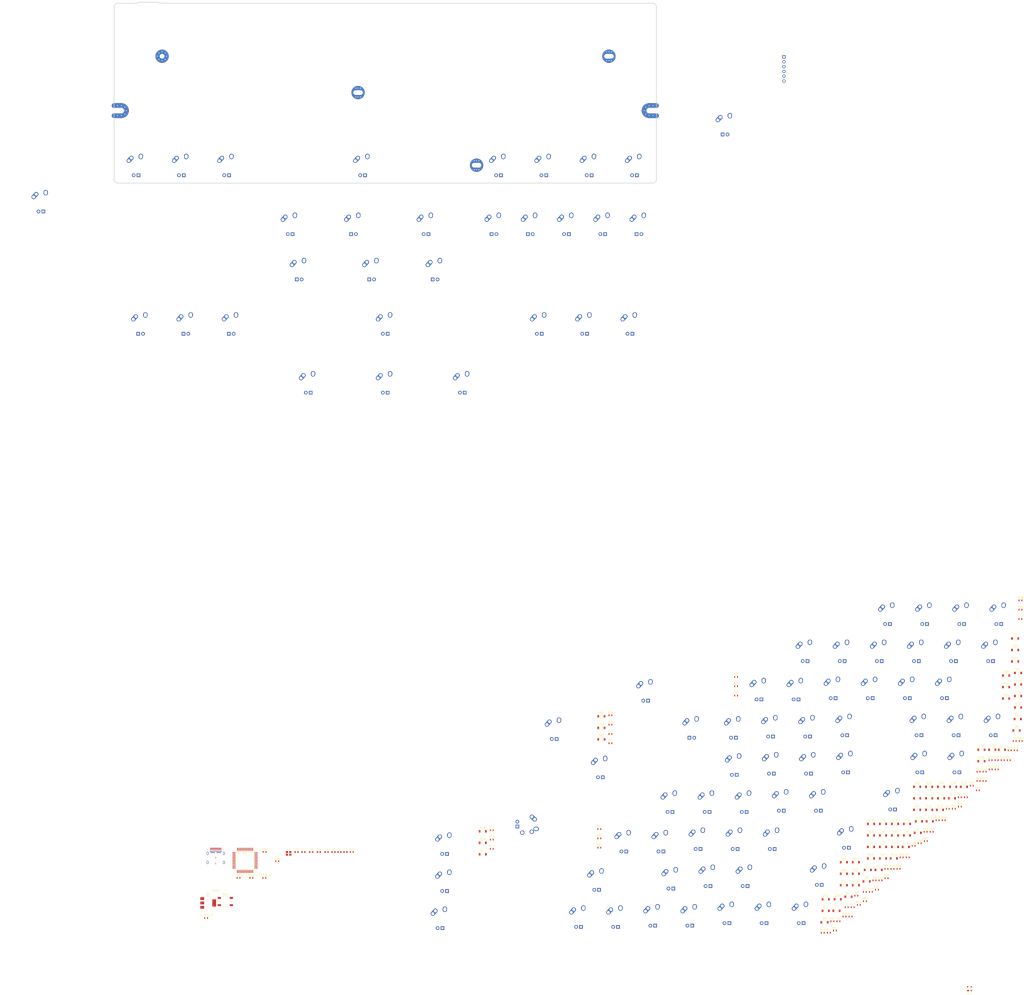
<source format=kicad_pcb>
(kicad_pcb (version 4) (host pcbnew 4.0.7-e2-6376~58~ubuntu16.04.1)
  (layers (0 F.Cu signal) (31 B.Cu signal) (34 B.Paste user) (35 F.Paste user) (36 B.SilkS user) (37 F.SilkS user) (38 B.Mask user) (39 F.Mask user) (44 Edge.Cuts user))
  (net 0 "")
  (net 1 GND)
  (net 2 "Net-(C1-Pad1)")
  (net 3 "Net-(C2-Pad1)")
  (net 4 "Net-(C3-Pad1)")
  (net 5 VCC)
  (net 6 ROW0)
  (net 7 "Net-(D1-Pad2)")
  (net 8 "Net-(D2-Pad2)")
  (net 9 "Net-(D3-Pad2)")
  (net 10 "Net-(D4-Pad2)")
  (net 11 "Net-(D5-Pad2)")
  (net 12 "Net-(D6-Pad2)")
  (net 13 "Net-(D7-Pad2)")
  (net 14 "Net-(D8-Pad2)")
  (net 15 "Net-(D9-Pad2)")
  (net 16 "Net-(D10-Pad2)")
  (net 17 "Net-(D11-Pad2)")
  (net 18 "Net-(D12-Pad2)")
  (net 19 "Net-(D13-Pad2)")
  (net 20 "Net-(D14-Pad2)")
  (net 21 "Net-(D15-Pad2)")
  (net 22 ROW1)
  (net 23 "Net-(D16-Pad2)")
  (net 24 "Net-(D17-Pad2)")
  (net 25 "Net-(D18-Pad2)")
  (net 26 "Net-(D19-Pad2)")
  (net 27 "Net-(D20-Pad2)")
  (net 28 "Net-(D21-Pad2)")
  (net 29 "Net-(D22-Pad2)")
  (net 30 "Net-(D23-Pad2)")
  (net 31 "Net-(D24-Pad2)")
  (net 32 "Net-(D25-Pad2)")
  (net 33 "Net-(D26-Pad2)")
  (net 34 "Net-(D27-Pad2)")
  (net 35 "Net-(D28-Pad2)")
  (net 36 "Net-(D29-Pad2)")
  (net 37 ROW2)
  (net 38 "Net-(D30-Pad2)")
  (net 39 "Net-(D31-Pad2)")
  (net 40 "Net-(D32-Pad2)")
  (net 41 "Net-(D33-Pad2)")
  (net 42 "Net-(D34-Pad2)")
  (net 43 "Net-(D35-Pad2)")
  (net 44 "Net-(D36-Pad2)")
  (net 45 "Net-(D37-Pad2)")
  (net 46 "Net-(D38-Pad2)")
  (net 47 "Net-(D39-Pad2)")
  (net 48 "Net-(D40-Pad2)")
  (net 49 "Net-(D41-Pad2)")
  (net 50 "Net-(D42-Pad2)")
  (net 51 "Net-(D43-Pad2)")
  (net 52 ROW3)
  (net 53 "Net-(D44-Pad2)")
  (net 54 "Net-(D45-Pad2)")
  (net 55 "Net-(D46-Pad2)")
  (net 56 "Net-(D47-Pad2)")
  (net 57 "Net-(D48-Pad2)")
  (net 58 "Net-(D49-Pad2)")
  (net 59 "Net-(D50-Pad2)")
  (net 60 "Net-(D51-Pad2)")
  (net 61 "Net-(D52-Pad2)")
  (net 62 "Net-(D53-Pad2)")
  (net 63 "Net-(D54-Pad2)")
  (net 64 "Net-(D55-Pad2)")
  (net 65 "Net-(D56-Pad2)")
  (net 66 ROW4)
  (net 67 "Net-(D57-Pad2)")
  (net 68 "Net-(D58-Pad2)")
  (net 69 "Net-(D59-Pad2)")
  (net 70 "Net-(D60-Pad2)")
  (net 71 "Net-(D61-Pad2)")
  (net 72 "Net-(D62-Pad2)")
  (net 73 "Net-(D63-Pad2)")
  (net 74 "Net-(D64-Pad2)")
  (net 75 "Net-(D65-Pad2)")
  (net 76 "Net-(D66-Pad2)")
  (net 77 "Net-(D67-Pad2)")
  (net 78 "Net-(DP1-Pad3)")
  (net 79 "Net-(DP1-Pad2)")
  (net 80 COL10)
  (net 81 "Net-(K_#0_1-Pad3)")
  (net 82 LEDGND)
  (net 83 COL1)
  (net 84 "Net-(K_#1-Pad3)")
  (net 85 COL2)
  (net 86 "Net-(K_#2-Pad3)")
  (net 87 COL3)
  (net 88 "Net-(K_#3-Pad3)")
  (net 89 COL4)
  (net 90 "Net-(K_#4-Pad3)")
  (net 91 COL5)
  (net 92 "Net-(K_#5-Pad3)")
  (net 93 COL6)
  (net 94 "Net-(K_#6-Pad3)")
  (net 95 COL7)
  (net 96 "Net-(K_#7-Pad3)")
  (net 97 COL8)
  (net 98 "Net-(K_#8-Pad3)")
  (net 99 COL9)
  (net 100 "Net-(K_#9-Pad3)")
  (net 101 COL12)
  (net 102 "Net-(K_'1-Pad3)")
  (net 103 "Net-(K_,1-Pad3)")
  (net 104 COL11)
  (net 105 "Net-(K_-1-Pad3)")
  (net 106 "Net-(K_.1-Pad3)")
  (net 107 "Net-(K_;1-Pad3)")
  (net 108 "Net-(K_=1-Pad3)")
  (net 109 "Net-(K_A1-Pad3)")
  (net 110 "Net-(K_B1-Pad3)")
  (net 111 COL14)
  (net 112 "Net-(K_BACK1-Pad3)")
  (net 113 "Net-(K_C1-Pad3)")
  (net 114 COL0)
  (net 115 "Net-(K_CAPS1-Pad3)")
  (net 116 "Net-(K_D1-Pad3)")
  (net 117 COL13)
  (net 118 "Net-(K_DEL1-Pad3)")
  (net 119 "Net-(K_E1-Pad3)")
  (net 120 "Net-(K_ENTER1-Pad3)")
  (net 121 "Net-(K_ESC1-Pad3)")
  (net 122 "Net-(K_F1-Pad3)")
  (net 123 "Net-(K_FN1-Pad3)")
  (net 124 "Net-(K_G1-Pad3)")
  (net 125 "Net-(K_H1-Pad3)")
  (net 126 "Net-(K_I1-Pad3)")
  (net 127 "Net-(K_ISO#1-Pad3)")
  (net 128 "Net-(K_ISO\\1-Pad3)")
  (net 129 "Net-(K_J1-Pad3)")
  (net 130 "Net-(K_K1-Pad3)")
  (net 131 "Net-(K_L1-Pad3)")
  (net 132 "Net-(K_LALT1-Pad3)")
  (net 133 "Net-(K_LCTL1-Pad3)")
  (net 134 "Net-(K_LGUI1-Pad3)")
  (net 135 "Net-(K_LSHIFT1-Pad3)")
  (net 136 "Net-(K_M1-Pad3)")
  (net 137 "Net-(K_N1-Pad3)")
  (net 138 "Net-(K_O1-Pad3)")
  (net 139 "Net-(K_P1-Pad3)")
  (net 140 "Net-(K_Q1-Pad3)")
  (net 141 "Net-(K_R1-Pad3)")
  (net 142 "Net-(K_RALT1-Pad3)")
  (net 143 "Net-(K_RCTL1-Pad3)")
  (net 144 "Net-(K_RFN1-Pad3)")
  (net 145 "Net-(K_RGUI1-Pad3)")
  (net 146 "Net-(K_RMOD1-Pad3)")
  (net 147 "Net-(K_RSHIFT1-Pad3)")
  (net 148 "Net-(K_S1-Pad3)")
  (net 149 "Net-(K_SPACE1_1-Pad3)")
  (net 150 "Net-(K_SPACE2_1-Pad3)")
  (net 151 "Net-(K_SPACE3_1-Pad3)")
  (net 152 "Net-(K_T1-Pad3)")
  (net 153 "Net-(K_TAB1-Pad3)")
  (net 154 "Net-(K_U1-Pad3)")
  (net 155 "Net-(K_V1-Pad3)")
  (net 156 "Net-(K_W1-Pad3)")
  (net 157 "Net-(K_X1-Pad3)")
  (net 158 "Net-(K_Y1-Pad3)")
  (net 159 "Net-(K_Z1-Pad3)")
  (net 160 "Net-(K_[1-Pad3)")
  (net 161 "Net-(K_\\1-Pad3)")
  (net 162 "Net-(K_]1-Pad3)")
  (net 163 "Net-(Q1-Pad1)")
  (net 164 LEDPWM)
  (net 165 "Net-(R_MCU_3-Pad1)")
  (net 166 D_PLUS)
  (net 167 D_MINUS)
  (net 168 "Net-(R_USB_3-Pad1)")
  (net 169 "Net-(R_USB_4-Pad1)")
  (net 170 "Net-(U1-Pad39)")
  (net 171 "Net-(U1-Pad42)")
  (net 172 "Net-(U1-Pad38)")
  (net 173 "Net-(U1-Pad37)")
  (net 174 "Net-(U1-Pad36)")
  (net 175 "Net-(USB1-Pad2)")
  (net 176 "Net-(USB1-Pad3)")
  (net 177 "Net-(USB1-Pad8)")
  (net 178 "Net-(USB1-Pad10)")
  (net 179 "Net-(USB1-Pad11)")
  (net 180 "Net-(USB1-Pad14)")
  (net 181 "Net-(USB1-Pad15)")
  (net 182 "Net-(USB1-Pad20)")
  (net 183 "Net-(USB1-Pad22)")
  (net 184 "Net-(USB1-Pad23)")
  (net 185 "Net-(J1-Pad2)")
  (module Capacitors_SMD:C_0603 (layer F.Cu) (at 197.372401 499.05865)
    (fp_text reference C1 (at 0 -1.5) (layer F.SilkS))
    (fp_text value 22p)
    (pad 2 smd rect (at 0.75 0) (size 0.8 0.75) (layers F.Cu F.Paste F.Mask) (net 1 GND))
    (pad 1 smd rect (at -0.75 0) (size 0.8 0.75) (layers F.Cu F.Paste F.Mask) (net 2 "Net-(C1-Pad1)"))
  )
  (module Capacitors_SMD:C_0603 (layer F.Cu) (at 200.522401 499.05865)
    (fp_text reference C2 (at 0 -1.5) (layer F.SilkS))
    (fp_text value 22p)
    (pad 2 smd rect (at 0.75 0) (size 0.8 0.75) (layers F.Cu F.Paste F.Mask) (net 1 GND))
    (pad 1 smd rect (at -0.75 0) (size 0.8 0.75) (layers F.Cu F.Paste F.Mask) (net 3 "Net-(C2-Pad1)"))
  )
  (module Capacitors_SMD:C_0603 (layer F.Cu) (at 194.222401 499.05865)
    (fp_text reference C3 (at 0 -1.5) (layer F.SilkS))
    (fp_text value 1u)
    (pad 2 smd rect (at 0.75 0) (size 0.8 0.75) (layers F.Cu F.Paste F.Mask) (net 1 GND))
    (pad 1 smd rect (at -0.75 0) (size 0.8 0.75) (layers F.Cu F.Paste F.Mask) (net 4 "Net-(C3-Pad1)"))
  )
  (module Capacitors_SMD:C_0603 (layer F.Cu) (at 190.618352 499.05865)
    (fp_text reference C4 (at 0 -1.5) (layer F.SilkS))
    (fp_text value 100n)
    (pad 2 smd rect (at 0.75 0) (size 0.8 0.75) (layers F.Cu F.Paste F.Mask) (net 1 GND))
    (pad 1 smd rect (at -0.75 0) (size 0.8 0.75) (layers F.Cu F.Paste F.Mask) (net 5 VCC))
  )
  (module Capacitors_SMD:C_0603 (layer F.Cu) (at 186.558352 499.05865)
    (fp_text reference C5 (at 0 -1.5) (layer F.SilkS))
    (fp_text value 100n)
    (pad 2 smd rect (at 0.75 0) (size 0.8 0.75) (layers F.Cu F.Paste F.Mask) (net 1 GND))
    (pad 1 smd rect (at -0.75 0) (size 0.8 0.75) (layers F.Cu F.Paste F.Mask) (net 5 VCC))
  )
  (module Capacitors_SMD:C_0603 (layer F.Cu) (at 182.498352 499.05865)
    (fp_text reference C6 (at 0 -1.5) (layer F.SilkS))
    (fp_text value 100n)
    (pad 2 smd rect (at 0.75 0) (size 0.8 0.75) (layers F.Cu F.Paste F.Mask) (net 1 GND))
    (pad 1 smd rect (at -0.75 0) (size 0.8 0.75) (layers F.Cu F.Paste F.Mask) (net 5 VCC))
  )
  (module Capacitors_SMD:C_0603 (layer F.Cu) (at 178.438352 499.05865)
    (fp_text reference C7 (at 0 -1.5) (layer F.SilkS))
    (fp_text value 100n)
    (pad 2 smd rect (at 0.75 0) (size 0.8 0.75) (layers F.Cu F.Paste F.Mask) (net 1 GND))
    (pad 1 smd rect (at -0.75 0) (size 0.8 0.75) (layers F.Cu F.Paste F.Mask) (net 5 VCC))
  )
  (module Capacitors_SMD:C_0603 (layer F.Cu) (at 174.832401 499.05865)
    (fp_text reference C8 (at 0 -1.5) (layer F.SilkS))
    (fp_text value 1u)
    (pad 2 smd rect (at 0.75 0) (size 0.8 0.75) (layers F.Cu F.Paste F.Mask) (net 1 GND))
    (pad 1 smd rect (at -0.75 0) (size 0.8 0.75) (layers F.Cu F.Paste F.Mask) (net 5 VCC))
  )
  (module Diodes_SMD:D_SOD-123 (layer F.Cu) (at 480.741151 508.45865)
    (fp_text reference D1 (at 0 -2) (layer F.SilkS))
    (fp_text value D)
    (pad 1 smd rect (at -1.65 0) (size 0.9 1.2) (layers F.Cu F.Paste F.Mask) (net 6 ROW0))
    (pad 2 smd rect (at 1.65 0) (size 0.9 1.2) (layers F.Cu F.Paste F.Mask) (net 7 "Net-(D1-Pad2)"))
  )
  (module Diodes_SMD:D_SOD-123 (layer F.Cu) (at 545.521151 445.25865)
    (fp_text reference D2 (at 0 -2) (layer F.SilkS))
    (fp_text value D)
    (pad 1 smd rect (at -1.65 0) (size 0.9 1.2) (layers F.Cu F.Paste F.Mask) (net 6 ROW0))
    (pad 2 smd rect (at 1.65 0) (size 0.9 1.2) (layers F.Cu F.Paste F.Mask) (net 8 "Net-(D2-Pad2)"))
  )
  (module Diodes_SMD:D_SOD-123 (layer F.Cu) (at 507.621151 482.90865)
    (fp_text reference D3 (at 0 -2) (layer F.SilkS))
    (fp_text value D)
    (pad 1 smd rect (at -1.65 0) (size 0.9 1.2) (layers F.Cu F.Paste F.Mask) (net 6 ROW0))
    (pad 2 smd rect (at 1.65 0) (size 0.9 1.2) (layers F.Cu F.Paste F.Mask) (net 9 "Net-(D3-Pad2)"))
  )
  (module Diodes_SMD:D_SOD-123 (layer F.Cu) (at 501.321151 488.95865)
    (fp_text reference D4 (at 0 -2) (layer F.SilkS))
    (fp_text value D)
    (pad 1 smd rect (at -1.65 0) (size 0.9 1.2) (layers F.Cu F.Paste F.Mask) (net 6 ROW0))
    (pad 2 smd rect (at 1.65 0) (size 0.9 1.2) (layers F.Cu F.Paste F.Mask) (net 10 "Net-(D4-Pad2)"))
  )
  (module Diodes_SMD:D_SOD-123 (layer F.Cu) (at 474.441151 514.50865)
    (fp_text reference D5 (at 0 -2) (layer F.SilkS))
    (fp_text value D)
    (pad 1 smd rect (at -1.65 0) (size 0.9 1.2) (layers F.Cu F.Paste F.Mask) (net 6 ROW0))
    (pad 2 smd rect (at 1.65 0) (size 0.9 1.2) (layers F.Cu F.Paste F.Mask) (net 11 "Net-(D5-Pad2)"))
  )
  (module Diodes_SMD:D_SOD-123 (layer F.Cu) (at 540.471151 445.25865)
    (fp_text reference D6 (at 0 -2) (layer F.SilkS))
    (fp_text value D)
    (pad 1 smd rect (at -1.65 0) (size 0.9 1.2) (layers F.Cu F.Paste F.Mask) (net 6 ROW0))
    (pad 2 smd rect (at 1.65 0) (size 0.9 1.2) (layers F.Cu F.Paste F.Mask) (net 12 "Net-(D6-Pad2)"))
  )
  (module Diodes_SMD:D_SOD-123 (layer F.Cu) (at 458.611151 529.95865)
    (fp_text reference D7 (at 0 -2) (layer F.SilkS))
    (fp_text value D)
    (pad 1 smd rect (at -1.65 0) (size 0.9 1.2) (layers F.Cu F.Paste F.Mask) (net 6 ROW0))
    (pad 2 smd rect (at 1.65 0) (size 0.9 1.2) (layers F.Cu F.Paste F.Mask) (net 13 "Net-(D7-Pad2)"))
  )
  (module Diodes_SMD:D_SOD-123 (layer F.Cu) (at 553.231151 435.15865)
    (fp_text reference D8 (at 0 -2) (layer F.SilkS))
    (fp_text value D)
    (pad 1 smd rect (at -1.65 0) (size 0.9 1.2) (layers F.Cu F.Paste F.Mask) (net 6 ROW0))
    (pad 2 smd rect (at 1.65 0) (size 0.9 1.2) (layers F.Cu F.Paste F.Mask) (net 14 "Net-(D8-Pad2)"))
  )
  (module Diodes_SMD:D_SOD-123 (layer F.Cu) (at 452.311151 536.00865)
    (fp_text reference D9 (at 0 -2) (layer F.SilkS))
    (fp_text value D)
    (pad 1 smd rect (at -1.65 0) (size 0.9 1.2) (layers F.Cu F.Paste F.Mask) (net 6 ROW0))
    (pad 2 smd rect (at 1.65 0) (size 0.9 1.2) (layers F.Cu F.Paste F.Mask) (net 15 "Net-(D9-Pad2)"))
  )
  (module Diodes_SMD:D_SOD-123 (layer F.Cu) (at 512.981151 476.85865)
    (fp_text reference D10 (at 0 -2) (layer F.SilkS))
    (fp_text value D)
    (pad 1 smd rect (at -1.65 0) (size 0.9 1.2) (layers F.Cu F.Paste F.Mask) (net 6 ROW0))
    (pad 2 smd rect (at 1.65 0) (size 0.9 1.2) (layers F.Cu F.Paste F.Mask) (net 16 "Net-(D10-Pad2)"))
  )
  (module Diodes_SMD:D_SOD-123 (layer F.Cu) (at 519.281151 470.80865)
    (fp_text reference D11 (at 0 -2) (layer F.SilkS))
    (fp_text value D)
    (pad 1 smd rect (at -1.65 0) (size 0.9 1.2) (layers F.Cu F.Paste F.Mask) (net 6 ROW0))
    (pad 2 smd rect (at 1.65 0) (size 0.9 1.2) (layers F.Cu F.Paste F.Mask) (net 17 "Net-(D11-Pad2)"))
  )
  (module Diodes_SMD:D_SOD-123 (layer F.Cu) (at 525.581151 464.75865)
    (fp_text reference D12 (at 0 -2) (layer F.SilkS))
    (fp_text value D)
    (pad 1 smd rect (at -1.65 0) (size 0.9 1.2) (layers F.Cu F.Paste F.Mask) (net 6 ROW0))
    (pad 2 smd rect (at 1.65 0) (size 0.9 1.2) (layers F.Cu F.Paste F.Mask) (net 18 "Net-(D12-Pad2)"))
  )
  (module Diodes_SMD:D_SOD-123 (layer F.Cu) (at 488.721151 502.40865)
    (fp_text reference D13 (at 0 -2) (layer F.SilkS))
    (fp_text value D)
    (pad 1 smd rect (at -1.65 0) (size 0.9 1.2) (layers F.Cu F.Paste F.Mask) (net 6 ROW0))
    (pad 2 smd rect (at 1.65 0) (size 0.9 1.2) (layers F.Cu F.Paste F.Mask) (net 19 "Net-(D13-Pad2)"))
  )
  (module Diodes_SMD:D_SOD-123 (layer F.Cu) (at 464.911151 522.55865)
    (fp_text reference D14 (at 0 -2) (layer F.SilkS))
    (fp_text value D)
    (pad 1 smd rect (at -1.65 0) (size 0.9 1.2) (layers F.Cu F.Paste F.Mask) (net 6 ROW0))
    (pad 2 smd rect (at 1.65 0) (size 0.9 1.2) (layers F.Cu F.Paste F.Mask) (net 20 "Net-(D14-Pad2)"))
  )
  (module Diodes_SMD:D_SOD-123 (layer F.Cu) (at 495.021151 496.35865)
    (fp_text reference D15 (at 0 -2) (layer F.SilkS))
    (fp_text value D)
    (pad 1 smd rect (at -1.65 0) (size 0.9 1.2) (layers F.Cu F.Paste F.Mask) (net 6 ROW0))
    (pad 2 smd rect (at 1.65 0) (size 0.9 1.2) (layers F.Cu F.Paste F.Mask) (net 21 "Net-(D15-Pad2)"))
  )
  (module Diodes_SMD:D_SOD-123 (layer F.Cu) (at 483.04615 490.30865)
    (fp_text reference D16 (at 0 -2) (layer F.SilkS))
    (fp_text value D_Small)
    (pad 1 smd rect (at -1.65 0) (size 0.9 1.2) (layers F.Cu F.Paste F.Mask) (net 22 ROW1))
    (pad 2 smd rect (at 1.65 0) (size 0.9 1.2) (layers F.Cu F.Paste F.Mask) (net 23 "Net-(D16-Pad2)"))
  )
  (module Diodes_SMD:D_SOD-123 (layer F.Cu) (at 476.74615 496.35865)
    (fp_text reference D17 (at 0 -2) (layer F.SilkS))
    (fp_text value D_Small)
    (pad 1 smd rect (at -1.65 0) (size 0.9 1.2) (layers F.Cu F.Paste F.Mask) (net 22 ROW1))
    (pad 2 smd rect (at 1.65 0) (size 0.9 1.2) (layers F.Cu F.Paste F.Mask) (net 24 "Net-(D17-Pad2)"))
  )
  (module Diodes_SMD:D_SOD-123 (layer F.Cu) (at 476.74615 490.30865)
    (fp_text reference D18 (at 0 -2) (layer F.SilkS))
    (fp_text value D_Small)
    (pad 1 smd rect (at -1.65 0) (size 0.9 1.2) (layers F.Cu F.Paste F.Mask) (net 22 ROW1))
    (pad 2 smd rect (at 1.65 0) (size 0.9 1.2) (layers F.Cu F.Paste F.Mask) (net 25 "Net-(D18-Pad2)"))
  )
  (module Diodes_SMD:D_SOD-123 (layer F.Cu) (at 489.34615 484.25865)
    (fp_text reference D19 (at 0 -2) (layer F.SilkS))
    (fp_text value D_Small)
    (pad 1 smd rect (at -1.65 0) (size 0.9 1.2) (layers F.Cu F.Paste F.Mask) (net 22 ROW1))
    (pad 2 smd rect (at 1.65 0) (size 0.9 1.2) (layers F.Cu F.Paste F.Mask) (net 26 "Net-(D19-Pad2)"))
  )
  (module Diodes_SMD:D_SOD-123 (layer F.Cu) (at 483.04615 484.25865)
    (fp_text reference D20 (at 0 -2) (layer F.SilkS))
    (fp_text value D_Small)
    (pad 1 smd rect (at -1.65 0) (size 0.9 1.2) (layers F.Cu F.Paste F.Mask) (net 22 ROW1))
    (pad 2 smd rect (at 1.65 0) (size 0.9 1.2) (layers F.Cu F.Paste F.Mask) (net 27 "Net-(D20-Pad2)"))
  )
  (module Diodes_SMD:D_SOD-123 (layer F.Cu) (at 552.50615 386.75865)
    (fp_text reference D21 (at 0 -2) (layer F.SilkS))
    (fp_text value D_Small)
    (pad 1 smd rect (at -1.65 0) (size 0.9 1.2) (layers F.Cu F.Paste F.Mask) (net 22 ROW1))
    (pad 2 smd rect (at 1.65 0) (size 0.9 1.2) (layers F.Cu F.Paste F.Mask) (net 28 "Net-(D21-Pad2)"))
  )
  (module Diodes_SMD:D_SOD-123 (layer F.Cu) (at 507.30615 464.75865)
    (fp_text reference D22 (at 0 -2) (layer F.SilkS))
    (fp_text value D_Small)
    (pad 1 smd rect (at -1.65 0) (size 0.9 1.2) (layers F.Cu F.Paste F.Mask) (net 22 ROW1))
    (pad 2 smd rect (at 1.65 0) (size 0.9 1.2) (layers F.Cu F.Paste F.Mask) (net 29 "Net-(D22-Pad2)"))
  )
  (module Diodes_SMD:D_SOD-123 (layer F.Cu) (at 554.04615 423.05865)
    (fp_text reference D23 (at 0 -2) (layer F.SilkS))
    (fp_text value D_Small)
    (pad 1 smd rect (at -1.65 0) (size 0.9 1.2) (layers F.Cu F.Paste F.Mask) (net 22 ROW1))
    (pad 2 smd rect (at 1.65 0) (size 0.9 1.2) (layers F.Cu F.Paste F.Mask) (net 30 "Net-(D23-Pad2)"))
  )
  (module Diodes_SMD:D_SOD-123 (layer F.Cu) (at 554.04615 417.00865)
    (fp_text reference D24 (at 0 -2) (layer F.SilkS))
    (fp_text value D_Small)
    (pad 1 smd rect (at -1.65 0) (size 0.9 1.2) (layers F.Cu F.Paste F.Mask) (net 22 ROW1))
    (pad 2 smd rect (at 1.65 0) (size 0.9 1.2) (layers F.Cu F.Paste F.Mask) (net 31 "Net-(D24-Pad2)"))
  )
  (module Diodes_SMD:D_SOD-123 (layer F.Cu) (at 452.93615 529.95865)
    (fp_text reference D25 (at 0 -2) (layer F.SilkS))
    (fp_text value D_Small)
    (pad 1 smd rect (at -1.65 0) (size 0.9 1.2) (layers F.Cu F.Paste F.Mask) (net 22 ROW1))
    (pad 2 smd rect (at 1.65 0) (size 0.9 1.2) (layers F.Cu F.Paste F.Mask) (net 32 "Net-(D25-Pad2)"))
  )
  (module Diodes_SMD:D_SOD-123 (layer F.Cu) (at 459.23615 523.90865)
    (fp_text reference D26 (at 0 -2) (layer F.SilkS))
    (fp_text value D_Small)
    (pad 1 smd rect (at -1.65 0) (size 0.9 1.2) (layers F.Cu F.Paste F.Mask) (net 22 ROW1))
    (pad 2 smd rect (at 1.65 0) (size 0.9 1.2) (layers F.Cu F.Paste F.Mask) (net 33 "Net-(D26-Pad2)"))
  )
  (module Diodes_SMD:D_SOD-123 (layer F.Cu) (at 553.85615 429.10865)
    (fp_text reference D27 (at 0 -2) (layer F.SilkS))
    (fp_text value D_Small)
    (pad 1 smd rect (at -1.65 0) (size 0.9 1.2) (layers F.Cu F.Paste F.Mask) (net 22 ROW1))
    (pad 2 smd rect (at 1.65 0) (size 0.9 1.2) (layers F.Cu F.Paste F.Mask) (net 34 "Net-(D27-Pad2)"))
  )
  (module Diodes_SMD:D_SOD-123 (layer F.Cu) (at 534.79615 445.25865)
    (fp_text reference D28 (at 0 -2) (layer F.SilkS))
    (fp_text value D_Small)
    (pad 1 smd rect (at -1.65 0) (size 0.9 1.2) (layers F.Cu F.Paste F.Mask) (net 22 ROW1))
    (pad 2 smd rect (at 1.65 0) (size 0.9 1.2) (layers F.Cu F.Paste F.Mask) (net 35 "Net-(D28-Pad2)"))
  )
  (module Diodes_SMD:D_SOD-123 (layer F.Cu) (at 495.64615 484.25865)
    (fp_text reference D29 (at 0 -2) (layer F.SilkS))
    (fp_text value D_Small)
    (pad 1 smd rect (at -1.65 0) (size 0.9 1.2) (layers F.Cu F.Paste F.Mask) (net 22 ROW1))
    (pad 2 smd rect (at 1.65 0) (size 0.9 1.2) (layers F.Cu F.Paste F.Mask) (net 36 "Net-(D29-Pad2)"))
  )
  (module Diodes_SMD:D_SOD-123 (layer F.Cu) (at 489.34615 490.30865)
    (fp_text reference D30 (at 0 -2) (layer F.SilkS))
    (fp_text value D_Small)
    (pad 1 smd rect (at -1.65 0) (size 0.9 1.2) (layers F.Cu F.Paste F.Mask) (net 37 ROW2))
    (pad 2 smd rect (at 1.65 0) (size 0.9 1.2) (layers F.Cu F.Paste F.Mask) (net 38 "Net-(D30-Pad2)"))
  )
  (module Diodes_SMD:D_SOD-123 (layer F.Cu) (at 462.46615 516.50865)
    (fp_text reference D31 (at 0 -2) (layer F.SilkS))
    (fp_text value D_Small)
    (pad 1 smd rect (at -1.65 0) (size 0.9 1.2) (layers F.Cu F.Paste F.Mask) (net 37 ROW2))
    (pad 2 smd rect (at 1.65 0) (size 0.9 1.2) (layers F.Cu F.Paste F.Mask) (net 39 "Net-(D31-Pad2)"))
  )
  (module Diodes_SMD:D_SOD-123 (layer F.Cu) (at 468.76615 510.45865)
    (fp_text reference D32 (at 0 -2) (layer F.SilkS))
    (fp_text value D_Small)
    (pad 1 smd rect (at -1.65 0) (size 0.9 1.2) (layers F.Cu F.Paste F.Mask) (net 37 ROW2))
    (pad 2 smd rect (at 1.65 0) (size 0.9 1.2) (layers F.Cu F.Paste F.Mask) (net 40 "Net-(D32-Pad2)"))
  )
  (module Diodes_SMD:D_SOD-123 (layer F.Cu) (at 513.60615 464.75865)
    (fp_text reference D33 (at 0 -2) (layer F.SilkS))
    (fp_text value D_Small)
    (pad 1 smd rect (at -1.65 0) (size 0.9 1.2) (layers F.Cu F.Paste F.Mask) (net 37 ROW2))
    (pad 2 smd rect (at 1.65 0) (size 0.9 1.2) (layers F.Cu F.Paste F.Mask) (net 41 "Net-(D33-Pad2)"))
  )
  (module Diodes_SMD:D_SOD-123 (layer F.Cu) (at 501.00615 476.85865)
    (fp_text reference D34 (at 0 -2) (layer F.SilkS))
    (fp_text value D_Small)
    (pad 1 smd rect (at -1.65 0) (size 0.9 1.2) (layers F.Cu F.Paste F.Mask) (net 37 ROW2))
    (pad 2 smd rect (at 1.65 0) (size 0.9 1.2) (layers F.Cu F.Paste F.Mask) (net 42 "Net-(D34-Pad2)"))
  )
  (module Diodes_SMD:D_SOD-123 (layer F.Cu) (at 507.30615 470.80865)
    (fp_text reference D35 (at 0 -2) (layer F.SilkS))
    (fp_text value D_Small)
    (pad 1 smd rect (at -1.65 0) (size 0.9 1.2) (layers F.Cu F.Paste F.Mask) (net 37 ROW2))
    (pad 2 smd rect (at 1.65 0) (size 0.9 1.2) (layers F.Cu F.Paste F.Mask) (net 43 "Net-(D35-Pad2)"))
  )
  (module Diodes_SMD:D_SOD-123 (layer F.Cu) (at 476.74615 502.40865)
    (fp_text reference D36 (at 0 -2) (layer F.SilkS))
    (fp_text value D_Small)
    (pad 1 smd rect (at -1.65 0) (size 0.9 1.2) (layers F.Cu F.Paste F.Mask) (net 37 ROW2))
    (pad 2 smd rect (at 1.65 0) (size 0.9 1.2) (layers F.Cu F.Paste F.Mask) (net 44 "Net-(D36-Pad2)"))
  )
  (module Diodes_SMD:D_SOD-123 (layer F.Cu) (at 483.04615 496.35865)
    (fp_text reference D37 (at 0 -2) (layer F.SilkS))
    (fp_text value D_Small)
    (pad 1 smd rect (at -1.65 0) (size 0.9 1.2) (layers F.Cu F.Paste F.Mask) (net 37 ROW2))
    (pad 2 smd rect (at 1.65 0) (size 0.9 1.2) (layers F.Cu F.Paste F.Mask) (net 45 "Net-(D37-Pad2)"))
  )
  (module Diodes_SMD:D_SOD-123 (layer F.Cu) (at 547.74615 406.25865)
    (fp_text reference D38 (at 0 -2) (layer F.SilkS))
    (fp_text value D_Small)
    (pad 1 smd rect (at -1.65 0) (size 0.9 1.2) (layers F.Cu F.Paste F.Mask) (net 37 ROW2))
    (pad 2 smd rect (at 1.65 0) (size 0.9 1.2) (layers F.Cu F.Paste F.Mask) (net 46 "Net-(D38-Pad2)"))
  )
  (module Diodes_SMD:D_SOD-123 (layer F.Cu) (at 519.90615 464.75865)
    (fp_text reference D39 (at 0 -2) (layer F.SilkS))
    (fp_text value D_Small)
    (pad 1 smd rect (at -1.65 0) (size 0.9 1.2) (layers F.Cu F.Paste F.Mask) (net 37 ROW2))
    (pad 2 smd rect (at 1.65 0) (size 0.9 1.2) (layers F.Cu F.Paste F.Mask) (net 47 "Net-(D39-Pad2)"))
  )
  (module Diodes_SMD:D_SOD-123 (layer F.Cu) (at 501.00615 470.80865)
    (fp_text reference D40 (at 0 -2) (layer F.SilkS))
    (fp_text value D_Small)
    (pad 1 smd rect (at -1.65 0) (size 0.9 1.2) (layers F.Cu F.Paste F.Mask) (net 37 ROW2))
    (pad 2 smd rect (at 1.65 0) (size 0.9 1.2) (layers F.Cu F.Paste F.Mask) (net 48 "Net-(D40-Pad2)"))
  )
  (module Diodes_SMD:D_SOD-123 (layer F.Cu) (at 513.60615 470.80865)
    (fp_text reference D41 (at 0 -2) (layer F.SilkS))
    (fp_text value D_Small)
    (pad 1 smd rect (at -1.65 0) (size 0.9 1.2) (layers F.Cu F.Paste F.Mask) (net 37 ROW2))
    (pad 2 smd rect (at 1.65 0) (size 0.9 1.2) (layers F.Cu F.Paste F.Mask) (net 49 "Net-(D41-Pad2)"))
  )
  (module Diodes_SMD:D_SOD-123 (layer F.Cu) (at 507.30615 476.85865)
    (fp_text reference D42 (at 0 -2) (layer F.SilkS))
    (fp_text value D_Small)
    (pad 1 smd rect (at -1.65 0) (size 0.9 1.2) (layers F.Cu F.Paste F.Mask) (net 37 ROW2))
    (pad 2 smd rect (at 1.65 0) (size 0.9 1.2) (layers F.Cu F.Paste F.Mask) (net 50 "Net-(D42-Pad2)"))
  )
  (module Diodes_SMD:D_SOD-123 (layer F.Cu) (at 475.06615 508.45865)
    (fp_text reference D43 (at 0 -2) (layer F.SilkS))
    (fp_text value D_Small)
    (pad 1 smd rect (at -1.65 0) (size 0.9 1.2) (layers F.Cu F.Paste F.Mask) (net 37 ROW2))
    (pad 2 smd rect (at 1.65 0) (size 0.9 1.2) (layers F.Cu F.Paste F.Mask) (net 51 "Net-(D43-Pad2)"))
  )
  (module Diodes_SMD:D_SOD-123 (layer F.Cu) (at 489.34615 496.35865)
    (fp_text reference D44 (at 0 -2) (layer F.SilkS))
    (fp_text value D_Small)
    (pad 1 smd rect (at -1.65 0) (size 0.9 1.2) (layers F.Cu F.Paste F.Mask) (net 52 ROW3))
    (pad 2 smd rect (at 1.65 0) (size 0.9 1.2) (layers F.Cu F.Paste F.Mask) (net 53 "Net-(D44-Pad2)"))
  )
  (module Diodes_SMD:D_SOD-123 (layer F.Cu) (at 495.64615 490.30865)
    (fp_text reference D45 (at 0 -2) (layer F.SilkS))
    (fp_text value D_Small)
    (pad 1 smd rect (at -1.65 0) (size 0.9 1.2) (layers F.Cu F.Paste F.Mask) (net 52 ROW3))
    (pad 2 smd rect (at 1.65 0) (size 0.9 1.2) (layers F.Cu F.Paste F.Mask) (net 54 "Net-(D45-Pad2)"))
  )
  (module Diodes_SMD:D_SOD-123 (layer F.Cu) (at 501.94615 482.90865)
    (fp_text reference D46 (at 0 -2) (layer F.SilkS))
    (fp_text value D_Small)
    (pad 1 smd rect (at -1.65 0) (size 0.9 1.2) (layers F.Cu F.Paste F.Mask) (net 52 ROW3))
    (pad 2 smd rect (at 1.65 0) (size 0.9 1.2) (layers F.Cu F.Paste F.Mask) (net 55 "Net-(D46-Pad2)"))
  )
  (module Diodes_SMD:D_SOD-123 (layer F.Cu) (at 452.93615 523.90865)
    (fp_text reference D47 (at 0 -2) (layer F.SilkS))
    (fp_text value D_Small)
    (pad 1 smd rect (at -1.65 0) (size 0.9 1.2) (layers F.Cu F.Paste F.Mask) (net 52 ROW3))
    (pad 2 smd rect (at 1.65 0) (size 0.9 1.2) (layers F.Cu F.Paste F.Mask) (net 56 "Net-(D47-Pad2)"))
  )
  (module Diodes_SMD:D_SOD-123 (layer F.Cu) (at 534.79615 451.30865)
    (fp_text reference D48 (at 0 -2) (layer F.SilkS))
    (fp_text value D_Small)
    (pad 1 smd rect (at -1.65 0) (size 0.9 1.2) (layers F.Cu F.Paste F.Mask) (net 52 ROW3))
    (pad 2 smd rect (at 1.65 0) (size 0.9 1.2) (layers F.Cu F.Paste F.Mask) (net 57 "Net-(D48-Pad2)"))
  )
  (module Diodes_SMD:D_SOD-123 (layer F.Cu) (at 554.04615 410.95865)
    (fp_text reference D49 (at 0 -2) (layer F.SilkS))
    (fp_text value D_Small)
    (pad 1 smd rect (at -1.65 0) (size 0.9 1.2) (layers F.Cu F.Paste F.Mask) (net 52 ROW3))
    (pad 2 smd rect (at 1.65 0) (size 0.9 1.2) (layers F.Cu F.Paste F.Mask) (net 58 "Net-(D49-Pad2)"))
  )
  (module Diodes_SMD:D_SOD-123 (layer F.Cu) (at 476.74615 484.25865)
    (fp_text reference D50 (at 0 -2) (layer F.SilkS))
    (fp_text value D_Small)
    (pad 1 smd rect (at -1.65 0) (size 0.9 1.2) (layers F.Cu F.Paste F.Mask) (net 52 ROW3))
    (pad 2 smd rect (at 1.65 0) (size 0.9 1.2) (layers F.Cu F.Paste F.Mask) (net 59 "Net-(D50-Pad2)"))
  )
  (module Diodes_SMD:D_SOD-123 (layer F.Cu) (at 554.04615 404.90865)
    (fp_text reference D51 (at 0 -2) (layer F.SilkS))
    (fp_text value D_Small)
    (pad 1 smd rect (at -1.65 0) (size 0.9 1.2) (layers F.Cu F.Paste F.Mask) (net 52 ROW3))
    (pad 2 smd rect (at 1.65 0) (size 0.9 1.2) (layers F.Cu F.Paste F.Mask) (net 60 "Net-(D51-Pad2)"))
  )
  (module Diodes_SMD:D_SOD-123 (layer F.Cu) (at 547.74615 412.30865)
    (fp_text reference D52 (at 0 -2) (layer F.SilkS))
    (fp_text value D_Small)
    (pad 1 smd rect (at -1.65 0) (size 0.9 1.2) (layers F.Cu F.Paste F.Mask) (net 52 ROW3))
    (pad 2 smd rect (at 1.65 0) (size 0.9 1.2) (layers F.Cu F.Paste F.Mask) (net 61 "Net-(D52-Pad2)"))
  )
  (module Diodes_SMD:D_SOD-123 (layer F.Cu) (at 468.76615 516.50865)
    (fp_text reference D53 (at 0 -2) (layer F.SilkS))
    (fp_text value D_Small)
    (pad 1 smd rect (at -1.65 0) (size 0.9 1.2) (layers F.Cu F.Paste F.Mask) (net 52 ROW3))
    (pad 2 smd rect (at 1.65 0) (size 0.9 1.2) (layers F.Cu F.Paste F.Mask) (net 62 "Net-(D53-Pad2)"))
  )
  (module Diodes_SMD:D_SOD-123 (layer F.Cu) (at 552.50615 398.85865)
    (fp_text reference D54 (at 0 -2) (layer F.SilkS))
    (fp_text value D_Small)
    (pad 1 smd rect (at -1.65 0) (size 0.9 1.2) (layers F.Cu F.Paste F.Mask) (net 52 ROW3))
    (pad 2 smd rect (at 1.65 0) (size 0.9 1.2) (layers F.Cu F.Paste F.Mask) (net 63 "Net-(D54-Pad2)"))
  )
  (module Diodes_SMD:D_SOD-123 (layer F.Cu) (at 552.50615 392.80865)
    (fp_text reference D55 (at 0 -2) (layer F.SilkS))
    (fp_text value D_Small)
    (pad 1 smd rect (at -1.65 0) (size 0.9 1.2) (layers F.Cu F.Paste F.Mask) (net 52 ROW3))
    (pad 2 smd rect (at 1.65 0) (size 0.9 1.2) (layers F.Cu F.Paste F.Mask) (net 64 "Net-(D55-Pad2)"))
  )
  (module Diodes_SMD:D_SOD-123 (layer F.Cu) (at 272.68615 494.20865)
    (fp_text reference D56 (at 0 -2) (layer F.SilkS))
    (fp_text value D_Small)
    (pad 1 smd rect (at -1.65 0) (size 0.9 1.2) (layers F.Cu F.Paste F.Mask) (net 52 ROW3))
    (pad 2 smd rect (at 1.65 0) (size 0.9 1.2) (layers F.Cu F.Paste F.Mask) (net 65 "Net-(D56-Pad2)"))
  )
  (module Diodes_SMD:D_SOD-123 (layer F.Cu) (at 272.68615 500.25865)
    (fp_text reference D57 (at 0 -2) (layer F.SilkS))
    (fp_text value D_Small)
    (pad 1 smd rect (at -1.65 0) (size 0.9 1.2) (layers F.Cu F.Paste F.Mask) (net 66 ROW4))
    (pad 2 smd rect (at 1.65 0) (size 0.9 1.2) (layers F.Cu F.Paste F.Mask) (net 67 "Net-(D57-Pad2)"))
  )
  (module Diodes_SMD:D_SOD-123 (layer F.Cu) (at 272.68615 488.15865)
    (fp_text reference D58 (at 0 -2) (layer F.SilkS))
    (fp_text value D_Small)
    (pad 1 smd rect (at -1.65 0) (size 0.9 1.2) (layers F.Cu F.Paste F.Mask) (net 66 ROW4))
    (pad 2 smd rect (at 1.65 0) (size 0.9 1.2) (layers F.Cu F.Paste F.Mask) (net 68 "Net-(D58-Pad2)"))
  )
  (module Diodes_SMD:D_SOD-123 (layer F.Cu) (at 335.04615 433.75865)
    (fp_text reference D59 (at 0 -2) (layer F.SilkS))
    (fp_text value D_Small)
    (pad 1 smd rect (at -1.65 0) (size 0.9 1.2) (layers F.Cu F.Paste F.Mask) (net 66 ROW4))
    (pad 2 smd rect (at 1.65 0) (size 0.9 1.2) (layers F.Cu F.Paste F.Mask) (net 69 "Net-(D59-Pad2)"))
  )
  (module Diodes_SMD:D_SOD-123 (layer F.Cu) (at 335.04615 439.80865)
    (fp_text reference D60 (at 0 -2) (layer F.SilkS))
    (fp_text value D_Small)
    (pad 1 smd rect (at -1.65 0) (size 0.9 1.2) (layers F.Cu F.Paste F.Mask) (net 66 ROW4))
    (pad 2 smd rect (at 1.65 0) (size 0.9 1.2) (layers F.Cu F.Paste F.Mask) (net 70 "Net-(D60-Pad2)"))
  )
  (module Diodes_SMD:D_SOD-123 (layer F.Cu) (at 335.04615 427.70865)
    (fp_text reference D61 (at 0 -2) (layer F.SilkS))
    (fp_text value D_Small)
    (pad 1 smd rect (at -1.65 0) (size 0.9 1.2) (layers F.Cu F.Paste F.Mask) (net 66 ROW4))
    (pad 2 smd rect (at 1.65 0) (size 0.9 1.2) (layers F.Cu F.Paste F.Mask) (net 71 "Net-(D61-Pad2)"))
  )
  (module Diodes_SMD:D_SOD-123 (layer F.Cu) (at 501.00615 464.75865)
    (fp_text reference D62 (at 0 -2) (layer F.SilkS))
    (fp_text value D_Small)
    (pad 1 smd rect (at -1.65 0) (size 0.9 1.2) (layers F.Cu F.Paste F.Mask) (net 66 ROW4))
    (pad 2 smd rect (at 1.65 0) (size 0.9 1.2) (layers F.Cu F.Paste F.Mask) (net 72 "Net-(D62-Pad2)"))
  )
  (module Diodes_SMD:D_SOD-123 (layer F.Cu) (at 547.74615 418.35865)
    (fp_text reference D63 (at 0 -2) (layer F.SilkS))
    (fp_text value D_Small)
    (pad 1 smd rect (at -1.65 0) (size 0.9 1.2) (layers F.Cu F.Paste F.Mask) (net 66 ROW4))
    (pad 2 smd rect (at 1.65 0) (size 0.9 1.2) (layers F.Cu F.Paste F.Mask) (net 73 "Net-(D63-Pad2)"))
  )
  (module Diodes_SMD:D_SOD-123 (layer F.Cu) (at 462.46615 504.40865)
    (fp_text reference D64 (at 0 -2) (layer F.SilkS))
    (fp_text value D_Small)
    (pad 1 smd rect (at -1.65 0) (size 0.9 1.2) (layers F.Cu F.Paste F.Mask) (net 66 ROW4))
    (pad 2 smd rect (at 1.65 0) (size 0.9 1.2) (layers F.Cu F.Paste F.Mask) (net 74 "Net-(D64-Pad2)"))
  )
  (module Diodes_SMD:D_SOD-123 (layer F.Cu) (at 468.76615 504.40865)
    (fp_text reference D65 (at 0 -2) (layer F.SilkS))
    (fp_text value D_Small)
    (pad 1 smd rect (at -1.65 0) (size 0.9 1.2) (layers F.Cu F.Paste F.Mask) (net 66 ROW4))
    (pad 2 smd rect (at 1.65 0) (size 0.9 1.2) (layers F.Cu F.Paste F.Mask) (net 75 "Net-(D65-Pad2)"))
  )
  (module Diodes_SMD:D_SOD-123 (layer F.Cu) (at 462.46615 510.45865)
    (fp_text reference D66 (at 0 -2) (layer F.SilkS))
    (fp_text value D_Small)
    (pad 1 smd rect (at -1.65 0) (size 0.9 1.2) (layers F.Cu F.Paste F.Mask) (net 66 ROW4))
    (pad 2 smd rect (at 1.65 0) (size 0.9 1.2) (layers F.Cu F.Paste F.Mask) (net 76 "Net-(D66-Pad2)"))
  )
  (module Diodes_SMD:D_SOD-123 (layer F.Cu) (at 483.04615 502.40865)
    (fp_text reference D67 (at 0 -2) (layer F.SilkS))
    (fp_text value D_Small)
    (pad 1 smd rect (at -1.65 0) (size 0.9 1.2) (layers F.Cu F.Paste F.Mask) (net 66 ROW4))
    (pad 2 smd rect (at 1.65 0) (size 0.9 1.2) (layers F.Cu F.Paste F.Mask) (net 77 "Net-(D67-Pad2)"))
  )
  (module locallib:SOT143B (layer F.Cu) (at 528.484245 570.91865)
    (fp_text reference DP1 (at 0 2.45) (layer F.SilkS))
    (fp_text value PRTR5V0U2X)
    (pad 3 smd rect (at 0.95 -1) (size 0.6 0.7) (layers F.Cu F.Paste F.Mask) (net 78 "Net-(DP1-Pad3)"))
    (pad 2 smd rect (at 0.95 1) (size 0.6 0.7) (layers F.Cu F.Paste F.Mask) (net 79 "Net-(DP1-Pad2)"))
    (pad 4 smd rect (at -0.95 -1) (size 0.6 0.7) (layers F.Cu F.Paste F.Mask) (net 5 VCC))
    (pad 1 smd rect (at -0.75 1) (size 1 0.7) (layers F.Cu F.Paste F.Mask) (net 1 GND))
  )
  (module MX_Alps_Hybrid:MX-1U (layer F.Cu) (at 495.846151 413.083651)
    (fp_text reference K_#0_1)
    (fp_text value MX-1U)
    (pad 2 thru_hole oval (at 2.5 -4.5 86.0548) (size 2.831378 2.25) (drill 1.47 (offset 0.290689 0)) (layers *.Cu B.Mask) (net 17 "Net-(D11-Pad2)"))
    (pad 2 thru_hole circle (at 2.54 -5.08) (size 2.25 2.25) (drill 1.47) (layers *.Cu B.Mask) (net 17 "Net-(D11-Pad2)"))
    (pad 1 thru_hole oval (at -3.81 -2.54 48.0996) (size 4.211556 2.25) (drill 1.47 (offset 0.980778 0)) (layers *.Cu B.Mask) (net 80 COL10))
    (pad "" np_thru_hole circle (at 0 0) (size 3.9878 3.9878) (drill 3.9878) (layers *.Cu *.Mask))
    (pad 1 thru_hole circle (at -2.5 -4) (size 2.25 2.25) (drill 1.47) (layers *.Cu B.Mask) (net 80 COL10))
    (pad 3 thru_hole circle (at -1.27 5.08) (size 1.905 1.905) (drill 1.04) (layers *.Cu B.Mask) (net 81 "Net-(K_#0_1-Pad3)"))
    (pad 4 thru_hole rect (at 1.27 5.08) (size 1.905 1.905) (drill 1.04) (layers *.Cu B.Mask) (net 82 LEDGND))
    (pad "" np_thru_hole circle (at -5.08 0 48.0996) (size 1.75 1.75) (drill 1.75) (layers *.Cu *.Mask))
    (pad "" np_thru_hole circle (at 5.08 0 48.0996) (size 1.75 1.75) (drill 1.75) (layers *.Cu *.Mask))
  )
  (module MX_Alps_Hybrid:MX-1U (layer F.Cu) (at 391.066151 511.883651)
    (fp_text reference K_#1)
    (fp_text value MX-1U)
    (pad 2 thru_hole oval (at 2.5 -4.5 86.0548) (size 2.831378 2.25) (drill 1.47 (offset 0.290689 0)) (layers *.Cu B.Mask) (net 8 "Net-(D2-Pad2)"))
    (pad 2 thru_hole circle (at 2.54 -5.08) (size 2.25 2.25) (drill 1.47) (layers *.Cu B.Mask) (net 8 "Net-(D2-Pad2)"))
    (pad 1 thru_hole oval (at -3.81 -2.54 48.0996) (size 4.211556 2.25) (drill 1.47 (offset 0.980778 0)) (layers *.Cu B.Mask) (net 83 COL1))
    (pad "" np_thru_hole circle (at 0 0) (size 3.9878 3.9878) (drill 3.9878) (layers *.Cu *.Mask))
    (pad 1 thru_hole circle (at -2.5 -4) (size 2.25 2.25) (drill 1.47) (layers *.Cu B.Mask) (net 83 COL1))
    (pad 3 thru_hole circle (at -1.27 5.08) (size 1.905 1.905) (drill 1.04) (layers *.Cu B.Mask) (net 84 "Net-(K_#1-Pad3)"))
    (pad 4 thru_hole rect (at 1.27 5.08) (size 1.905 1.905) (drill 1.04) (layers *.Cu B.Mask) (net 82 LEDGND))
    (pad "" np_thru_hole circle (at -5.08 0 48.0996) (size 1.75 1.75) (drill 1.75) (layers *.Cu *.Mask))
    (pad "" np_thru_hole circle (at 5.08 0 48.0996) (size 1.75 1.75) (drill 1.75) (layers *.Cu *.Mask))
  )
  (module MX_Alps_Hybrid:MX-1U (layer F.Cu) (at 424.396151 452.733651)
    (fp_text reference K_#2)
    (fp_text value MX-1U)
    (pad 2 thru_hole oval (at 2.5 -4.5 86.0548) (size 2.831378 2.25) (drill 1.47 (offset 0.290689 0)) (layers *.Cu B.Mask) (net 9 "Net-(D3-Pad2)"))
    (pad 2 thru_hole circle (at 2.54 -5.08) (size 2.25 2.25) (drill 1.47) (layers *.Cu B.Mask) (net 9 "Net-(D3-Pad2)"))
    (pad 1 thru_hole oval (at -3.81 -2.54 48.0996) (size 4.211556 2.25) (drill 1.47 (offset 0.980778 0)) (layers *.Cu B.Mask) (net 85 COL2))
    (pad "" np_thru_hole circle (at 0 0) (size 3.9878 3.9878) (drill 3.9878) (layers *.Cu *.Mask))
    (pad 1 thru_hole circle (at -2.5 -4) (size 2.25 2.25) (drill 1.47) (layers *.Cu B.Mask) (net 85 COL2))
    (pad 3 thru_hole circle (at -1.27 5.08) (size 1.905 1.905) (drill 1.04) (layers *.Cu B.Mask) (net 86 "Net-(K_#2-Pad3)"))
    (pad 4 thru_hole rect (at 1.27 5.08) (size 1.905 1.905) (drill 1.04) (layers *.Cu B.Mask) (net 82 LEDGND))
    (pad "" np_thru_hole circle (at -5.08 0 48.0996) (size 1.75 1.75) (drill 1.75) (layers *.Cu *.Mask))
    (pad "" np_thru_hole circle (at 5.08 0 48.0996) (size 1.75 1.75) (drill 1.75) (layers *.Cu *.Mask))
  )
  (module MX_Alps_Hybrid:MX-1U (layer F.Cu) (at 524.416151 374.083651)
    (fp_text reference K_#3)
    (fp_text value MX-1U)
    (pad 2 thru_hole oval (at 2.5 -4.5 86.0548) (size 2.831378 2.25) (drill 1.47 (offset 0.290689 0)) (layers *.Cu B.Mask) (net 10 "Net-(D4-Pad2)"))
    (pad 2 thru_hole circle (at 2.54 -5.08) (size 2.25 2.25) (drill 1.47) (layers *.Cu B.Mask) (net 10 "Net-(D4-Pad2)"))
    (pad 1 thru_hole oval (at -3.81 -2.54 48.0996) (size 4.211556 2.25) (drill 1.47 (offset 0.980778 0)) (layers *.Cu B.Mask) (net 87 COL3))
    (pad "" np_thru_hole circle (at 0 0) (size 3.9878 3.9878) (drill 3.9878) (layers *.Cu *.Mask))
    (pad 1 thru_hole circle (at -2.5 -4) (size 2.25 2.25) (drill 1.47) (layers *.Cu B.Mask) (net 87 COL3))
    (pad 3 thru_hole circle (at -1.27 5.08) (size 1.905 1.905) (drill 1.04) (layers *.Cu B.Mask) (net 88 "Net-(K_#3-Pad3)"))
    (pad 4 thru_hole rect (at 1.27 5.08) (size 1.905 1.905) (drill 1.04) (layers *.Cu B.Mask) (net 82 LEDGND))
    (pad "" np_thru_hole circle (at -5.08 0 48.0996) (size 1.75 1.75) (drill 1.75) (layers *.Cu *.Mask))
    (pad "" np_thru_hole circle (at 5.08 0 48.0996) (size 1.75 1.75) (drill 1.75) (layers *.Cu *.Mask))
  )
  (module MX_Alps_Hybrid:MX-1U (layer F.Cu) (at 405.346151 492.383651)
    (fp_text reference K_#4)
    (fp_text value MX-1U)
    (pad 2 thru_hole oval (at 2.5 -4.5 86.0548) (size 2.831378 2.25) (drill 1.47 (offset 0.290689 0)) (layers *.Cu B.Mask) (net 11 "Net-(D5-Pad2)"))
    (pad 2 thru_hole circle (at 2.54 -5.08) (size 2.25 2.25) (drill 1.47) (layers *.Cu B.Mask) (net 11 "Net-(D5-Pad2)"))
    (pad 1 thru_hole oval (at -3.81 -2.54 48.0996) (size 4.211556 2.25) (drill 1.47 (offset 0.980778 0)) (layers *.Cu B.Mask) (net 89 COL4))
    (pad "" np_thru_hole circle (at 0 0) (size 3.9878 3.9878) (drill 3.9878) (layers *.Cu *.Mask))
    (pad 1 thru_hole circle (at -2.5 -4) (size 2.25 2.25) (drill 1.47) (layers *.Cu B.Mask) (net 89 COL4))
    (pad 3 thru_hole circle (at -1.27 5.08) (size 1.905 1.905) (drill 1.04) (layers *.Cu B.Mask) (net 90 "Net-(K_#4-Pad3)"))
    (pad 4 thru_hole rect (at 1.27 5.08) (size 1.905 1.905) (drill 1.04) (layers *.Cu B.Mask) (net 82 LEDGND))
    (pad "" np_thru_hole circle (at -5.08 0 48.0996) (size 1.75 1.75) (drill 1.75) (layers *.Cu *.Mask))
    (pad "" np_thru_hole circle (at 5.08 0 48.0996) (size 1.75 1.75) (drill 1.75) (layers *.Cu *.Mask))
  )
  (module MX_Alps_Hybrid:MX-1U (layer F.Cu) (at 443.896151 452.733651)
    (fp_text reference K_#5)
    (fp_text value MX-1U)
    (pad 2 thru_hole oval (at 2.5 -4.5 86.0548) (size 2.831378 2.25) (drill 1.47 (offset 0.290689 0)) (layers *.Cu B.Mask) (net 12 "Net-(D6-Pad2)"))
    (pad 2 thru_hole circle (at 2.54 -5.08) (size 2.25 2.25) (drill 1.47) (layers *.Cu B.Mask) (net 12 "Net-(D6-Pad2)"))
    (pad 1 thru_hole oval (at -3.81 -2.54 48.0996) (size 4.211556 2.25) (drill 1.47 (offset 0.980778 0)) (layers *.Cu B.Mask) (net 91 COL5))
    (pad "" np_thru_hole circle (at 0 0) (size 3.9878 3.9878) (drill 3.9878) (layers *.Cu *.Mask))
    (pad 1 thru_hole circle (at -2.5 -4) (size 2.25 2.25) (drill 1.47) (layers *.Cu B.Mask) (net 91 COL5))
    (pad 3 thru_hole circle (at -1.27 5.08) (size 1.905 1.905) (drill 1.04) (layers *.Cu B.Mask) (net 92 "Net-(K_#5-Pad3)"))
    (pad 4 thru_hole rect (at 1.27 5.08) (size 1.905 1.905) (drill 1.04) (layers *.Cu B.Mask) (net 82 LEDGND))
    (pad "" np_thru_hole circle (at -5.08 0 48.0996) (size 1.75 1.75) (drill 1.75) (layers *.Cu *.Mask))
    (pad "" np_thru_hole circle (at 5.08 0 48.0996) (size 1.75 1.75) (drill 1.75) (layers *.Cu *.Mask))
  )
  (module MX_Alps_Hybrid:MX-1U (layer F.Cu) (at 462.956151 432.583651)
    (fp_text reference K_#6)
    (fp_text value MX-1U)
    (pad 2 thru_hole oval (at 2.5 -4.5 86.0548) (size 2.831378 2.25) (drill 1.47 (offset 0.290689 0)) (layers *.Cu B.Mask) (net 13 "Net-(D7-Pad2)"))
    (pad 2 thru_hole circle (at 2.54 -5.08) (size 2.25 2.25) (drill 1.47) (layers *.Cu B.Mask) (net 13 "Net-(D7-Pad2)"))
    (pad 1 thru_hole oval (at -3.81 -2.54 48.0996) (size 4.211556 2.25) (drill 1.47 (offset 0.980778 0)) (layers *.Cu B.Mask) (net 93 COL6))
    (pad "" np_thru_hole circle (at 0 0) (size 3.9878 3.9878) (drill 3.9878) (layers *.Cu *.Mask))
    (pad 1 thru_hole circle (at -2.5 -4) (size 2.25 2.25) (drill 1.47) (layers *.Cu B.Mask) (net 93 COL6))
    (pad 3 thru_hole circle (at -1.27 5.08) (size 1.905 1.905) (drill 1.04) (layers *.Cu B.Mask) (net 94 "Net-(K_#6-Pad3)"))
    (pad 4 thru_hole rect (at 1.27 5.08) (size 1.905 1.905) (drill 1.04) (layers *.Cu B.Mask) (net 82 LEDGND))
    (pad "" np_thru_hole circle (at -5.08 0 48.0996) (size 1.75 1.75) (drill 1.75) (layers *.Cu *.Mask))
    (pad "" np_thru_hole circle (at 5.08 0 48.0996) (size 1.75 1.75) (drill 1.75) (layers *.Cu *.Mask))
  )
  (module MX_Alps_Hybrid:MX-1U (layer F.Cu) (at 362.036151 532.683651)
    (fp_text reference K_#7)
    (fp_text value MX-1U)
    (pad 2 thru_hole oval (at 2.5 -4.5 86.0548) (size 2.831378 2.25) (drill 1.47 (offset 0.290689 0)) (layers *.Cu B.Mask) (net 14 "Net-(D8-Pad2)"))
    (pad 2 thru_hole circle (at 2.54 -5.08) (size 2.25 2.25) (drill 1.47) (layers *.Cu B.Mask) (net 14 "Net-(D8-Pad2)"))
    (pad 1 thru_hole oval (at -3.81 -2.54 48.0996) (size 4.211556 2.25) (drill 1.47 (offset 0.980778 0)) (layers *.Cu B.Mask) (net 95 COL7))
    (pad "" np_thru_hole circle (at 0 0) (size 3.9878 3.9878) (drill 3.9878) (layers *.Cu *.Mask))
    (pad 1 thru_hole circle (at -2.5 -4) (size 2.25 2.25) (drill 1.47) (layers *.Cu B.Mask) (net 95 COL7))
    (pad 3 thru_hole circle (at -1.27 5.08) (size 1.905 1.905) (drill 1.04) (layers *.Cu B.Mask) (net 96 "Net-(K_#7-Pad3)"))
    (pad 4 thru_hole rect (at 1.27 5.08) (size 1.905 1.905) (drill 1.04) (layers *.Cu B.Mask) (net 82 LEDGND))
    (pad "" np_thru_hole circle (at -5.08 0 48.0996) (size 1.75 1.75) (drill 1.75) (layers *.Cu *.Mask))
    (pad "" np_thru_hole circle (at 5.08 0 48.0996) (size 1.75 1.75) (drill 1.75) (layers *.Cu *.Mask))
  )
  (module MX_Alps_Hybrid:MX-1U (layer F.Cu) (at 500.606151 393.583651)
    (fp_text reference K_#8)
    (fp_text value MX-1U)
    (pad 2 thru_hole oval (at 2.5 -4.5 86.0548) (size 2.831378 2.25) (drill 1.47 (offset 0.290689 0)) (layers *.Cu B.Mask) (net 15 "Net-(D9-Pad2)"))
    (pad 2 thru_hole circle (at 2.54 -5.08) (size 2.25 2.25) (drill 1.47) (layers *.Cu B.Mask) (net 15 "Net-(D9-Pad2)"))
    (pad 1 thru_hole oval (at -3.81 -2.54 48.0996) (size 4.211556 2.25) (drill 1.47 (offset 0.980778 0)) (layers *.Cu B.Mask) (net 97 COL8))
    (pad "" np_thru_hole circle (at 0 0) (size 3.9878 3.9878) (drill 3.9878) (layers *.Cu *.Mask))
    (pad 1 thru_hole circle (at -2.5 -4) (size 2.25 2.25) (drill 1.47) (layers *.Cu B.Mask) (net 97 COL8))
    (pad 3 thru_hole circle (at -1.27 5.08) (size 1.905 1.905) (drill 1.04) (layers *.Cu B.Mask) (net 98 "Net-(K_#8-Pad3)"))
    (pad 4 thru_hole rect (at 1.27 5.08) (size 1.905 1.905) (drill 1.04) (layers *.Cu B.Mask) (net 82 LEDGND))
    (pad "" np_thru_hole circle (at -5.08 0 48.0996) (size 1.75 1.75) (drill 1.75) (layers *.Cu *.Mask))
    (pad "" np_thru_hole circle (at 5.08 0 48.0996) (size 1.75 1.75) (drill 1.75) (layers *.Cu *.Mask))
  )
  (module MX_Alps_Hybrid:MX-1U (layer F.Cu) (at 476.346151 413.083651)
    (fp_text reference K_#9)
    (fp_text value MX-1U)
    (pad 2 thru_hole oval (at 2.5 -4.5 86.0548) (size 2.831378 2.25) (drill 1.47 (offset 0.290689 0)) (layers *.Cu B.Mask) (net 16 "Net-(D10-Pad2)"))
    (pad 2 thru_hole circle (at 2.54 -5.08) (size 2.25 2.25) (drill 1.47) (layers *.Cu B.Mask) (net 16 "Net-(D10-Pad2)"))
    (pad 1 thru_hole oval (at -3.81 -2.54 48.0996) (size 4.211556 2.25) (drill 1.47 (offset 0.980778 0)) (layers *.Cu B.Mask) (net 99 COL9))
    (pad "" np_thru_hole circle (at 0 0) (size 3.9878 3.9878) (drill 3.9878) (layers *.Cu *.Mask))
    (pad 1 thru_hole circle (at -2.5 -4) (size 2.25 2.25) (drill 1.47) (layers *.Cu B.Mask) (net 99 COL9))
    (pad 3 thru_hole circle (at -1.27 5.08) (size 1.905 1.905) (drill 1.04) (layers *.Cu B.Mask) (net 100 "Net-(K_#9-Pad3)"))
    (pad 4 thru_hole rect (at 1.27 5.08) (size 1.905 1.905) (drill 1.04) (layers *.Cu B.Mask) (net 82 LEDGND))
    (pad "" np_thru_hole circle (at -5.08 0 48.0996) (size 1.75 1.75) (drill 1.75) (layers *.Cu *.Mask))
    (pad "" np_thru_hole circle (at 5.08 0 48.0996) (size 1.75 1.75) (drill 1.75) (layers *.Cu *.Mask))
  )
  (module MX_Alps_Hybrid:MX-1U (layer F.Cu) (at 371.566151 513.183651)
    (fp_text reference K_'1)
    (fp_text value MX-1U)
    (pad 2 thru_hole oval (at 2.5 -4.5 86.0548) (size 2.831378 2.25) (drill 1.47 (offset 0.290689 0)) (layers *.Cu B.Mask) (net 49 "Net-(D41-Pad2)"))
    (pad 2 thru_hole circle (at 2.54 -5.08) (size 2.25 2.25) (drill 1.47) (layers *.Cu B.Mask) (net 49 "Net-(D41-Pad2)"))
    (pad 1 thru_hole oval (at -3.81 -2.54 48.0996) (size 4.211556 2.25) (drill 1.47 (offset 0.980778 0)) (layers *.Cu B.Mask) (net 101 COL12))
    (pad "" np_thru_hole circle (at 0 0) (size 3.9878 3.9878) (drill 3.9878) (layers *.Cu *.Mask))
    (pad 1 thru_hole circle (at -2.5 -4) (size 2.25 2.25) (drill 1.47) (layers *.Cu B.Mask) (net 101 COL12))
    (pad 3 thru_hole circle (at -1.27 5.08) (size 1.905 1.905) (drill 1.04) (layers *.Cu B.Mask) (net 102 "Net-(K_'1-Pad3)"))
    (pad 4 thru_hole rect (at 1.27 5.08) (size 1.905 1.905) (drill 1.04) (layers *.Cu B.Mask) (net 82 LEDGND))
    (pad "" np_thru_hole circle (at -5.08 0 48.0996) (size 1.75 1.75) (drill 1.75) (layers *.Cu *.Mask))
    (pad "" np_thru_hole circle (at 5.08 0 48.0996) (size 1.75 1.75) (drill 1.75) (layers *.Cu *.Mask))
  )
  (module MX_Alps_Hybrid:MX-1U (layer F.Cu) (at 410.106151 472.883651)
    (fp_text reference K_,1)
    (fp_text value MX-1U)
    (pad 2 thru_hole oval (at 2.5 -4.5 86.0548) (size 2.831378 2.25) (drill 1.47 (offset 0.290689 0)) (layers *.Cu B.Mask) (net 62 "Net-(D53-Pad2)"))
    (pad 2 thru_hole circle (at 2.54 -5.08) (size 2.25 2.25) (drill 1.47) (layers *.Cu B.Mask) (net 62 "Net-(D53-Pad2)"))
    (pad 1 thru_hole oval (at -3.81 -2.54 48.0996) (size 4.211556 2.25) (drill 1.47 (offset 0.980778 0)) (layers *.Cu B.Mask) (net 99 COL9))
    (pad "" np_thru_hole circle (at 0 0) (size 3.9878 3.9878) (drill 3.9878) (layers *.Cu *.Mask))
    (pad 1 thru_hole circle (at -2.5 -4) (size 2.25 2.25) (drill 1.47) (layers *.Cu B.Mask) (net 99 COL9))
    (pad 3 thru_hole circle (at -1.27 5.08) (size 1.905 1.905) (drill 1.04) (layers *.Cu B.Mask) (net 103 "Net-(K_,1-Pad3)"))
    (pad 4 thru_hole rect (at 1.27 5.08) (size 1.905 1.905) (drill 1.04) (layers *.Cu B.Mask) (net 82 LEDGND))
    (pad "" np_thru_hole circle (at -5.08 0 48.0996) (size 1.75 1.75) (drill 1.75) (layers *.Cu *.Mask))
    (pad "" np_thru_hole circle (at 5.08 0 48.0996) (size 1.75 1.75) (drill 1.75) (layers *.Cu *.Mask))
  )
  (module MX_Alps_Hybrid:MX-1U (layer F.Cu) (at 385.846151 492.383651)
    (fp_text reference K_-1)
    (fp_text value MX-1U)
    (pad 2 thru_hole oval (at 2.5 -4.5 86.0548) (size 2.831378 2.25) (drill 1.47 (offset 0.290689 0)) (layers *.Cu B.Mask) (net 18 "Net-(D12-Pad2)"))
    (pad 2 thru_hole circle (at 2.54 -5.08) (size 2.25 2.25) (drill 1.47) (layers *.Cu B.Mask) (net 18 "Net-(D12-Pad2)"))
    (pad 1 thru_hole oval (at -3.81 -2.54 48.0996) (size 4.211556 2.25) (drill 1.47 (offset 0.980778 0)) (layers *.Cu B.Mask) (net 104 COL11))
    (pad "" np_thru_hole circle (at 0 0) (size 3.9878 3.9878) (drill 3.9878) (layers *.Cu *.Mask))
    (pad 1 thru_hole circle (at -2.5 -4) (size 2.25 2.25) (drill 1.47) (layers *.Cu B.Mask) (net 104 COL11))
    (pad 3 thru_hole circle (at -1.27 5.08) (size 1.905 1.905) (drill 1.04) (layers *.Cu B.Mask) (net 105 "Net-(K_-1-Pad3)"))
    (pad 4 thru_hole rect (at 1.27 5.08) (size 1.905 1.905) (drill 1.04) (layers *.Cu B.Mask) (net 82 LEDGND))
    (pad "" np_thru_hole circle (at -5.08 0 48.0996) (size 1.75 1.75) (drill 1.75) (layers *.Cu *.Mask))
    (pad "" np_thru_hole circle (at 5.08 0 48.0996) (size 1.75 1.75) (drill 1.75) (layers *.Cu *.Mask))
  )
  (module MX_Alps_Hybrid:MX-1U (layer F.Cu) (at 520.106151 393.583651)
    (fp_text reference K_.1)
    (fp_text value MX-1U)
    (pad 2 thru_hole oval (at 2.5 -4.5 86.0548) (size 2.831378 2.25) (drill 1.47 (offset 0.290689 0)) (layers *.Cu B.Mask) (net 63 "Net-(D54-Pad2)"))
    (pad 2 thru_hole circle (at 2.54 -5.08) (size 2.25 2.25) (drill 1.47) (layers *.Cu B.Mask) (net 63 "Net-(D54-Pad2)"))
    (pad 1 thru_hole oval (at -3.81 -2.54 48.0996) (size 4.211556 2.25) (drill 1.47 (offset 0.980778 0)) (layers *.Cu B.Mask) (net 80 COL10))
    (pad "" np_thru_hole circle (at 0 0) (size 3.9878 3.9878) (drill 3.9878) (layers *.Cu *.Mask))
    (pad 1 thru_hole circle (at -2.5 -4) (size 2.25 2.25) (drill 1.47) (layers *.Cu B.Mask) (net 80 COL10))
    (pad 3 thru_hole circle (at -1.27 5.08) (size 1.905 1.905) (drill 1.04) (layers *.Cu B.Mask) (net 106 "Net-(K_.1-Pad3)"))
    (pad 4 thru_hole rect (at 1.27 5.08) (size 1.905 1.905) (drill 1.04) (layers *.Cu B.Mask) (net 82 LEDGND))
    (pad "" np_thru_hole circle (at -5.08 0 48.0996) (size 1.75 1.75) (drill 1.75) (layers *.Cu *.Mask))
    (pad "" np_thru_hole circle (at 5.08 0 48.0996) (size 1.75 1.75) (drill 1.75) (layers *.Cu *.Mask))
  )
  (module MX_Alps_Hybrid:MX-1U (layer F.Cu) (at 504.916151 374.083651)
    (fp_text reference K_;1)
    (fp_text value MX-1U)
    (pad 2 thru_hole oval (at 2.5 -4.5 86.0548) (size 2.831378 2.25) (drill 1.47 (offset 0.290689 0)) (layers *.Cu B.Mask) (net 48 "Net-(D40-Pad2)"))
    (pad 2 thru_hole circle (at 2.54 -5.08) (size 2.25 2.25) (drill 1.47) (layers *.Cu B.Mask) (net 48 "Net-(D40-Pad2)"))
    (pad 1 thru_hole oval (at -3.81 -2.54 48.0996) (size 4.211556 2.25) (drill 1.47 (offset 0.980778 0)) (layers *.Cu B.Mask) (net 104 COL11))
    (pad "" np_thru_hole circle (at 0 0) (size 3.9878 3.9878) (drill 3.9878) (layers *.Cu *.Mask))
    (pad 1 thru_hole circle (at -2.5 -4) (size 2.25 2.25) (drill 1.47) (layers *.Cu B.Mask) (net 104 COL11))
    (pad 3 thru_hole circle (at -1.27 5.08) (size 1.905 1.905) (drill 1.04) (layers *.Cu B.Mask) (net 107 "Net-(K_;1-Pad3)"))
    (pad 4 thru_hole rect (at 1.27 5.08) (size 1.905 1.905) (drill 1.04) (layers *.Cu B.Mask) (net 82 LEDGND))
    (pad "" np_thru_hole circle (at -5.08 0 48.0996) (size 1.75 1.75) (drill 1.75) (layers *.Cu *.Mask))
    (pad "" np_thru_hole circle (at 5.08 0 48.0996) (size 1.75 1.75) (drill 1.75) (layers *.Cu *.Mask))
  )
  (module MX_Alps_Hybrid:MX-1U (layer F.Cu) (at 443.456151 433.233651)
    (fp_text reference K_=1)
    (fp_text value MX-1U)
    (pad 2 thru_hole oval (at 2.5 -4.5 86.0548) (size 2.831378 2.25) (drill 1.47 (offset 0.290689 0)) (layers *.Cu B.Mask) (net 19 "Net-(D13-Pad2)"))
    (pad 2 thru_hole circle (at 2.54 -5.08) (size 2.25 2.25) (drill 1.47) (layers *.Cu B.Mask) (net 19 "Net-(D13-Pad2)"))
    (pad 1 thru_hole oval (at -3.81 -2.54 48.0996) (size 4.211556 2.25) (drill 1.47 (offset 0.980778 0)) (layers *.Cu B.Mask) (net 101 COL12))
    (pad "" np_thru_hole circle (at 0 0) (size 3.9878 3.9878) (drill 3.9878) (layers *.Cu *.Mask))
    (pad 1 thru_hole circle (at -2.5 -4) (size 2.25 2.25) (drill 1.47) (layers *.Cu B.Mask) (net 101 COL12))
    (pad 3 thru_hole circle (at -1.27 5.08) (size 1.905 1.905) (drill 1.04) (layers *.Cu B.Mask) (net 108 "Net-(K_=1-Pad3)"))
    (pad 4 thru_hole rect (at 1.27 5.08) (size 1.905 1.905) (drill 1.04) (layers *.Cu B.Mask) (net 82 LEDGND))
    (pad "" np_thru_hole circle (at -5.08 0 48.0996) (size 1.75 1.75) (drill 1.75) (layers *.Cu *.Mask))
    (pad "" np_thru_hole circle (at 5.08 0 48.0996) (size 1.75 1.75) (drill 1.75) (layers *.Cu *.Mask))
  )
  (module MX_Alps_Hybrid:MX-1U (layer F.Cu) (at 539.606151 393.583651)
    (fp_text reference K_A1)
    (fp_text value MX-1U)
    (pad 2 thru_hole oval (at 2.5 -4.5 86.0548) (size 2.831378 2.25) (drill 1.47 (offset 0.290689 0)) (layers *.Cu B.Mask) (net 39 "Net-(D31-Pad2)"))
    (pad 2 thru_hole circle (at 2.54 -5.08) (size 2.25 2.25) (drill 1.47) (layers *.Cu B.Mask) (net 39 "Net-(D31-Pad2)"))
    (pad 1 thru_hole oval (at -3.81 -2.54 48.0996) (size 4.211556 2.25) (drill 1.47 (offset 0.980778 0)) (layers *.Cu B.Mask) (net 85 COL2))
    (pad "" np_thru_hole circle (at 0 0) (size 3.9878 3.9878) (drill 3.9878) (layers *.Cu *.Mask))
    (pad 1 thru_hole circle (at -2.5 -4) (size 2.25 2.25) (drill 1.47) (layers *.Cu B.Mask) (net 85 COL2))
    (pad 3 thru_hole circle (at -1.27 5.08) (size 1.905 1.905) (drill 1.04) (layers *.Cu B.Mask) (net 109 "Net-(K_A1-Pad3)"))
    (pad 4 thru_hole rect (at 1.27 5.08) (size 1.905 1.905) (drill 1.04) (layers *.Cu B.Mask) (net 82 LEDGND))
    (pad "" np_thru_hole circle (at -5.08 0 48.0996) (size 1.75 1.75) (drill 1.75) (layers *.Cu *.Mask))
    (pad "" np_thru_hole circle (at 5.08 0 48.0996) (size 1.75 1.75) (drill 1.75) (layers *.Cu *.Mask))
  )
  (module MX_Alps_Hybrid:MX-1U (layer F.Cu) (at 381.536151 532.683651)
    (fp_text reference K_B1)
    (fp_text value MX-1U)
    (pad 2 thru_hole oval (at 2.5 -4.5 86.0548) (size 2.831378 2.25) (drill 1.47 (offset 0.290689 0)) (layers *.Cu B.Mask) (net 59 "Net-(D50-Pad2)"))
    (pad 2 thru_hole circle (at 2.54 -5.08) (size 2.25 2.25) (drill 1.47) (layers *.Cu B.Mask) (net 59 "Net-(D50-Pad2)"))
    (pad 1 thru_hole oval (at -3.81 -2.54 48.0996) (size 4.211556 2.25) (drill 1.47 (offset 0.980778 0)) (layers *.Cu B.Mask) (net 93 COL6))
    (pad "" np_thru_hole circle (at 0 0) (size 3.9878 3.9878) (drill 3.9878) (layers *.Cu *.Mask))
    (pad 1 thru_hole circle (at -2.5 -4) (size 2.25 2.25) (drill 1.47) (layers *.Cu B.Mask) (net 93 COL6))
    (pad 3 thru_hole circle (at -1.27 5.08) (size 1.905 1.905) (drill 1.04) (layers *.Cu B.Mask) (net 110 "Net-(K_B1-Pad3)"))
    (pad 4 thru_hole rect (at 1.27 5.08) (size 1.905 1.905) (drill 1.04) (layers *.Cu B.Mask) (net 82 LEDGND))
    (pad "" np_thru_hole circle (at -5.08 0 48.0996) (size 1.75 1.75) (drill 1.75) (layers *.Cu *.Mask))
    (pad "" np_thru_hole circle (at 5.08 0 48.0996) (size 1.75 1.75) (drill 1.75) (layers *.Cu *.Mask))
  )
  (module MX_Alps_Hybrid:MX-1U (layer F.Cu) (at 543.916151 374.083651)
    (fp_text reference K_BACK1)
    (fp_text value MX-2U)
    (pad 2 thru_hole oval (at 2.5 -4.5 86.0548) (size 2.831378 2.25) (drill 1.47 (offset 0.290689 0)) (layers *.Cu B.Mask) (net 21 "Net-(D15-Pad2)"))
    (pad 2 thru_hole circle (at 2.54 -5.08) (size 2.25 2.25) (drill 1.47) (layers *.Cu B.Mask) (net 21 "Net-(D15-Pad2)"))
    (pad 1 thru_hole oval (at -3.81 -2.54 48.0996) (size 4.211556 2.25) (drill 1.47 (offset 0.980778 0)) (layers *.Cu B.Mask) (net 111 COL14))
    (pad "" np_thru_hole circle (at 0 0) (size 3.9878 3.9878) (drill 3.9878) (layers *.Cu *.Mask))
    (pad 1 thru_hole circle (at -2.5 -4) (size 2.25 2.25) (drill 1.47) (layers *.Cu B.Mask) (net 111 COL14))
    (pad 3 thru_hole circle (at -1.27 5.08) (size 1.905 1.905) (drill 1.04) (layers *.Cu B.Mask) (net 112 "Net-(K_BACK1-Pad3)"))
    (pad 4 thru_hole rect (at 1.27 5.08) (size 1.905 1.905) (drill 1.04) (layers *.Cu B.Mask) (net 82 LEDGND))
    (pad "" np_thru_hole circle (at -5.08 0 48.0996) (size 1.75 1.75) (drill 1.75) (layers *.Cu *.Mask))
    (pad "" np_thru_hole circle (at 5.08 0 48.0996) (size 1.75 1.75) (drill 1.75) (layers *.Cu *.Mask))
  )
  (module MX_Alps_Hybrid:MX-1U (layer F.Cu) (at 442.106151 393.583651)
    (fp_text reference K_BACK2)
    (fp_text value MX-1U)
    (pad 2 thru_hole oval (at 2.5 -4.5 86.0548) (size 2.831378 2.25) (drill 1.47 (offset 0.290689 0)) (layers *.Cu B.Mask) (net 21 "Net-(D15-Pad2)"))
    (pad 2 thru_hole circle (at 2.54 -5.08) (size 2.25 2.25) (drill 1.47) (layers *.Cu B.Mask) (net 21 "Net-(D15-Pad2)"))
    (pad 1 thru_hole oval (at -3.81 -2.54 48.0996) (size 4.211556 2.25) (drill 1.47 (offset 0.980778 0)) (layers *.Cu B.Mask) (net 111 COL14))
    (pad "" np_thru_hole circle (at 0 0) (size 3.9878 3.9878) (drill 3.9878) (layers *.Cu *.Mask))
    (pad 1 thru_hole circle (at -2.5 -4) (size 2.25 2.25) (drill 1.47) (layers *.Cu B.Mask) (net 111 COL14))
    (pad 3 thru_hole circle (at -1.27 5.08) (size 1.905 1.905) (drill 1.04) (layers *.Cu B.Mask) (net 112 "Net-(K_BACK1-Pad3)"))
    (pad 4 thru_hole rect (at 1.27 5.08) (size 1.905 1.905) (drill 1.04) (layers *.Cu B.Mask) (net 82 LEDGND))
    (pad "" np_thru_hole circle (at -5.08 0 48.0996) (size 1.75 1.75) (drill 1.75) (layers *.Cu *.Mask))
    (pad "" np_thru_hole circle (at 5.08 0 48.0996) (size 1.75 1.75) (drill 1.75) (layers *.Cu *.Mask))
  )
  (module MX_Alps_Hybrid:MX-1U (layer F.Cu) (at 429.606151 472.233651)
    (fp_text reference K_C1)
    (fp_text value MX-1U)
    (pad 2 thru_hole oval (at 2.5 -4.5 86.0548) (size 2.831378 2.25) (drill 1.47 (offset 0.290689 0)) (layers *.Cu B.Mask) (net 57 "Net-(D48-Pad2)"))
    (pad 2 thru_hole circle (at 2.54 -5.08) (size 2.25 2.25) (drill 1.47) (layers *.Cu B.Mask) (net 57 "Net-(D48-Pad2)"))
    (pad 1 thru_hole oval (at -3.81 -2.54 48.0996) (size 4.211556 2.25) (drill 1.47 (offset 0.980778 0)) (layers *.Cu B.Mask) (net 89 COL4))
    (pad "" np_thru_hole circle (at 0 0) (size 3.9878 3.9878) (drill 3.9878) (layers *.Cu *.Mask))
    (pad 1 thru_hole circle (at -2.5 -4) (size 2.25 2.25) (drill 1.47) (layers *.Cu B.Mask) (net 89 COL4))
    (pad 3 thru_hole circle (at -1.27 5.08) (size 1.905 1.905) (drill 1.04) (layers *.Cu B.Mask) (net 113 "Net-(K_C1-Pad3)"))
    (pad 4 thru_hole rect (at 1.27 5.08) (size 1.905 1.905) (drill 1.04) (layers *.Cu B.Mask) (net 82 LEDGND))
    (pad "" np_thru_hole circle (at -5.08 0 48.0996) (size 1.75 1.75) (drill 1.75) (layers *.Cu *.Mask))
    (pad "" np_thru_hole circle (at 5.08 0 48.0996) (size 1.75 1.75) (drill 1.75) (layers *.Cu *.Mask))
  )
  (module MX_Alps_Hybrid:MX-1.75U (layer F.Cu) (at 252.639901 494.983651)
    (fp_text reference K_CAPS1)
    (fp_text value MX-1.75U)
    (pad 2 thru_hole oval (at 2.5 -4.5 86.0548) (size 2.831378 2.25) (drill 1.47 (offset 0.290689 0)) (layers *.Cu B.Mask) (net 38 "Net-(D30-Pad2)"))
    (pad 2 thru_hole circle (at 2.54 -5.08) (size 2.25 2.25) (drill 1.47) (layers *.Cu B.Mask) (net 38 "Net-(D30-Pad2)"))
    (pad 1 thru_hole oval (at -3.81 -2.54 48.0996) (size 4.211556 2.25) (drill 1.47 (offset 0.980778 0)) (layers *.Cu B.Mask) (net 114 COL0))
    (pad "" np_thru_hole circle (at 0 0) (size 3.9878 3.9878) (drill 3.9878) (layers *.Cu *.Mask))
    (pad 1 thru_hole circle (at -2.5 -4) (size 2.25 2.25) (drill 1.47) (layers *.Cu B.Mask) (net 114 COL0))
    (pad 3 thru_hole circle (at -1.27 5.08) (size 1.905 1.905) (drill 1.04) (layers *.Cu B.Mask) (net 115 "Net-(K_CAPS1-Pad3)"))
    (pad 4 thru_hole rect (at 1.27 5.08) (size 1.905 1.905) (drill 1.04) (layers *.Cu B.Mask) (net 82 LEDGND))
    (pad "" np_thru_hole circle (at -5.08 0 48.0996) (size 1.75 1.75) (drill 1.75) (layers *.Cu *.Mask))
    (pad "" np_thru_hole circle (at 5.08 0 48.0996) (size 1.75 1.75) (drill 1.75) (layers *.Cu *.Mask))
  )
  (module MX_Alps_Hybrid:MX-1.25U-FLIPPED (layer F.Cu) (at 382.577401 433.883651)
    (fp_text reference K_CAPS2)
    (fp_text value MX-1.25U)
    (pad 2 thru_hole oval (at 2.5 -4.5 86.0548) (size 2.831378 2.25) (drill 1.47 (offset 0.290689 0)) (layers *.Cu B.Mask) (net 38 "Net-(D30-Pad2)"))
    (pad 2 thru_hole circle (at 2.54 -5.08) (size 2.25 2.25) (drill 1.47) (layers *.Cu B.Mask) (net 38 "Net-(D30-Pad2)"))
    (pad 1 thru_hole oval (at -3.81 -2.54 48.0996) (size 4.211556 2.25) (drill 1.47 (offset 0.980778 0)) (layers *.Cu B.Mask) (net 114 COL0))
    (pad "" np_thru_hole circle (at 0 0) (size 3.9878 3.9878) (drill 3.9878) (layers *.Cu *.Mask))
    (pad 1 thru_hole circle (at -2.5 -4) (size 2.25 2.25) (drill 1.47) (layers *.Cu B.Mask) (net 114 COL0))
    (pad 3 thru_hole circle (at 1.27 5.08) (size 1.905 1.905) (drill 1.04) (layers *.Cu B.Mask) (net 115 "Net-(K_CAPS1-Pad3)"))
    (pad 4 thru_hole rect (at -1.27 5.08) (size 1.905 1.905) (drill 1.04) (layers *.Cu B.Mask) (net 82 LEDGND))
    (pad "" np_thru_hole circle (at -5.08 0 48.0996) (size 1.75 1.75) (drill 1.75) (layers *.Cu *.Mask))
    (pad "" np_thru_hole circle (at 5.08 0 48.0996) (size 1.75 1.75) (drill 1.75) (layers *.Cu *.Mask))
  )
  (module MX_Alps_Hybrid:MX-1U (layer F.Cu) (at 437.346151 413.733651)
    (fp_text reference K_D1)
    (fp_text value MX-1U)
    (pad 2 thru_hole oval (at 2.5 -4.5 86.0548) (size 2.831378 2.25) (drill 1.47 (offset 0.290689 0)) (layers *.Cu B.Mask) (net 41 "Net-(D33-Pad2)"))
    (pad 2 thru_hole circle (at 2.54 -5.08) (size 2.25 2.25) (drill 1.47) (layers *.Cu B.Mask) (net 41 "Net-(D33-Pad2)"))
    (pad 1 thru_hole oval (at -3.81 -2.54 48.0996) (size 4.211556 2.25) (drill 1.47 (offset 0.980778 0)) (layers *.Cu B.Mask) (net 89 COL4))
    (pad "" np_thru_hole circle (at 0 0) (size 3.9878 3.9878) (drill 3.9878) (layers *.Cu *.Mask))
    (pad 1 thru_hole circle (at -2.5 -4) (size 2.25 2.25) (drill 1.47) (layers *.Cu B.Mask) (net 89 COL4))
    (pad 3 thru_hole circle (at -1.27 5.08) (size 1.905 1.905) (drill 1.04) (layers *.Cu B.Mask) (net 116 "Net-(K_D1-Pad3)"))
    (pad 4 thru_hole rect (at 1.27 5.08) (size 1.905 1.905) (drill 1.04) (layers *.Cu B.Mask) (net 82 LEDGND))
    (pad "" np_thru_hole circle (at -5.08 0 48.0996) (size 1.75 1.75) (drill 1.75) (layers *.Cu *.Mask))
    (pad "" np_thru_hole circle (at 5.08 0 48.0996) (size 1.75 1.75) (drill 1.75) (layers *.Cu *.Mask))
  )
  (module MX_Alps_Hybrid:MX-1U (layer F.Cu) (at 332.566151 513.833651)
    (fp_text reference K_DEL1)
    (fp_text value MX-1U)
    (pad 2 thru_hole oval (at 2.5 -4.5 86.0548) (size 2.831378 2.25) (drill 1.47 (offset 0.290689 0)) (layers *.Cu B.Mask) (net 20 "Net-(D14-Pad2)"))
    (pad 2 thru_hole circle (at 2.54 -5.08) (size 2.25 2.25) (drill 1.47) (layers *.Cu B.Mask) (net 20 "Net-(D14-Pad2)"))
    (pad 1 thru_hole oval (at -3.81 -2.54 48.0996) (size 4.211556 2.25) (drill 1.47 (offset 0.980778 0)) (layers *.Cu B.Mask) (net 117 COL13))
    (pad "" np_thru_hole circle (at 0 0) (size 3.9878 3.9878) (drill 3.9878) (layers *.Cu *.Mask))
    (pad 1 thru_hole circle (at -2.5 -4) (size 2.25 2.25) (drill 1.47) (layers *.Cu B.Mask) (net 117 COL13))
    (pad 3 thru_hole circle (at -1.27 5.08) (size 1.905 1.905) (drill 1.04) (layers *.Cu B.Mask) (net 118 "Net-(K_DEL1-Pad3)"))
    (pad 4 thru_hole rect (at 1.27 5.08) (size 1.905 1.905) (drill 1.04) (layers *.Cu B.Mask) (net 82 LEDGND))
    (pad "" np_thru_hole circle (at -5.08 0 48.0996) (size 1.75 1.75) (drill 1.75) (layers *.Cu *.Mask))
    (pad "" np_thru_hole circle (at 5.08 0 48.0996) (size 1.75 1.75) (drill 1.75) (layers *.Cu *.Mask))
  )
  (module MX_Alps_Hybrid:MX-1U (layer F.Cu) (at 485.416151 374.083651)
    (fp_text reference K_E1)
    (fp_text value MX-1U)
    (pad 2 thru_hole oval (at 2.5 -4.5 86.0548) (size 2.831378 2.25) (drill 1.47 (offset 0.290689 0)) (layers *.Cu B.Mask) (net 26 "Net-(D19-Pad2)"))
    (pad 2 thru_hole circle (at 2.54 -5.08) (size 2.25 2.25) (drill 1.47) (layers *.Cu B.Mask) (net 26 "Net-(D19-Pad2)"))
    (pad 1 thru_hole oval (at -3.81 -2.54 48.0996) (size 4.211556 2.25) (drill 1.47 (offset 0.980778 0)) (layers *.Cu B.Mask) (net 89 COL4))
    (pad "" np_thru_hole circle (at 0 0) (size 3.9878 3.9878) (drill 3.9878) (layers *.Cu *.Mask))
    (pad 1 thru_hole circle (at -2.5 -4) (size 2.25 2.25) (drill 1.47) (layers *.Cu B.Mask) (net 89 COL4))
    (pad 3 thru_hole circle (at -1.27 5.08) (size 1.905 1.905) (drill 1.04) (layers *.Cu B.Mask) (net 119 "Net-(K_E1-Pad3)"))
    (pad 4 thru_hole rect (at 1.27 5.08) (size 1.905 1.905) (drill 1.04) (layers *.Cu B.Mask) (net 82 LEDGND))
    (pad "" np_thru_hole circle (at -5.08 0 48.0996) (size 1.75 1.75) (drill 1.75) (layers *.Cu *.Mask))
    (pad "" np_thru_hole circle (at 5.08 0 48.0996) (size 1.75 1.75) (drill 1.75) (layers *.Cu *.Mask))
  )
  (module MX_Alps_Hybrid:MX-2.25U (layer F.Cu) (at 310.242401 434.533651)
    (fp_text reference K_ENTER1)
    (fp_text value MX-2.25U)
    (pad 2 thru_hole oval (at 2.5 -4.5 86.0548) (size 2.831378 2.25) (drill 1.47 (offset 0.290689 0)) (layers *.Cu B.Mask) (net 51 "Net-(D43-Pad2)"))
    (pad 2 thru_hole circle (at 2.54 -5.08) (size 2.25 2.25) (drill 1.47) (layers *.Cu B.Mask) (net 51 "Net-(D43-Pad2)"))
    (pad 1 thru_hole oval (at -3.81 -2.54 48.0996) (size 4.211556 2.25) (drill 1.47 (offset 0.980778 0)) (layers *.Cu B.Mask) (net 111 COL14))
    (pad "" np_thru_hole circle (at 0 0) (size 3.9878 3.9878) (drill 3.9878) (layers *.Cu *.Mask))
    (pad 1 thru_hole circle (at -2.5 -4) (size 2.25 2.25) (drill 1.47) (layers *.Cu B.Mask) (net 111 COL14))
    (pad 3 thru_hole circle (at -1.27 5.08) (size 1.905 1.905) (drill 1.04) (layers *.Cu B.Mask) (net 120 "Net-(K_ENTER1-Pad3)"))
    (pad 4 thru_hole rect (at 1.27 5.08) (size 1.905 1.905) (drill 1.04) (layers *.Cu B.Mask) (net 82 LEDGND))
    (pad "" np_thru_hole circle (at -5.08 0 48.0996) (size 1.75 1.75) (drill 1.75) (layers *.Cu *.Mask))
    (pad "" np_thru_hole circle (at 5.08 0 48.0996) (size 1.75 1.75) (drill 1.75) (layers *.Cu *.Mask))
    (pad "" np_thru_hole circle (at -11.938 -6.985) (size 3.048 3.048) (drill 3.048) (layers *.Cu *.Mask))
    (pad "" np_thru_hole circle (at 11.938 -6.985) (size 3.048 3.048) (drill 3.048) (layers *.Cu *.Mask))
    (pad "" np_thru_hole circle (at -11.938 8.255) (size 3.9878 3.9878) (drill 3.9878) (layers *.Cu *.Mask))
    (pad "" np_thru_hole circle (at 11.938 8.255) (size 3.9878 3.9878) (drill 3.9878) (layers *.Cu *.Mask))
  )
  (module MX_Alps_Hybrid:MX-1U (layer F.Cu) (at 342.536151 533.333651)
    (fp_text reference K_ESC1)
    (fp_text value MX-1U)
    (pad 2 thru_hole oval (at 2.5 -4.5 86.0548) (size 2.831378 2.25) (drill 1.47 (offset 0.290689 0)) (layers *.Cu B.Mask) (net 7 "Net-(D1-Pad2)"))
    (pad 2 thru_hole circle (at 2.54 -5.08) (size 2.25 2.25) (drill 1.47) (layers *.Cu B.Mask) (net 7 "Net-(D1-Pad2)"))
    (pad 1 thru_hole oval (at -3.81 -2.54 48.0996) (size 4.211556 2.25) (drill 1.47 (offset 0.980778 0)) (layers *.Cu B.Mask) (net 114 COL0))
    (pad "" np_thru_hole circle (at 0 0) (size 3.9878 3.9878) (drill 3.9878) (layers *.Cu *.Mask))
    (pad 1 thru_hole circle (at -2.5 -4) (size 2.25 2.25) (drill 1.47) (layers *.Cu B.Mask) (net 114 COL0))
    (pad 3 thru_hole circle (at -1.27 5.08) (size 1.905 1.905) (drill 1.04) (layers *.Cu B.Mask) (net 121 "Net-(K_ESC1-Pad3)"))
    (pad 4 thru_hole rect (at 1.27 5.08) (size 1.905 1.905) (drill 1.04) (layers *.Cu B.Mask) (net 82 LEDGND))
    (pad "" np_thru_hole circle (at -5.08 0 48.0996) (size 1.75 1.75) (drill 1.75) (layers *.Cu *.Mask))
    (pad "" np_thru_hole circle (at 5.08 0 48.0996) (size 1.75 1.75) (drill 1.75) (layers *.Cu *.Mask))
  )
  (module MX_Alps_Hybrid:MX-1U (layer F.Cu) (at 346.846151 493.683651)
    (fp_text reference K_F1)
    (fp_text value MX-1U)
    (pad 2 thru_hole oval (at 2.5 -4.5 86.0548) (size 2.831378 2.25) (drill 1.47 (offset 0.290689 0)) (layers *.Cu B.Mask) (net 42 "Net-(D34-Pad2)"))
    (pad 2 thru_hole circle (at 2.54 -5.08) (size 2.25 2.25) (drill 1.47) (layers *.Cu B.Mask) (net 42 "Net-(D34-Pad2)"))
    (pad 1 thru_hole oval (at -3.81 -2.54 48.0996) (size 4.211556 2.25) (drill 1.47 (offset 0.980778 0)) (layers *.Cu B.Mask) (net 91 COL5))
    (pad "" np_thru_hole circle (at 0 0) (size 3.9878 3.9878) (drill 3.9878) (layers *.Cu *.Mask))
    (pad 1 thru_hole circle (at -2.5 -4) (size 2.25 2.25) (drill 1.47) (layers *.Cu B.Mask) (net 91 COL5))
    (pad 3 thru_hole circle (at -1.27 5.08) (size 1.905 1.905) (drill 1.04) (layers *.Cu B.Mask) (net 122 "Net-(K_F1-Pad3)"))
    (pad 4 thru_hole rect (at 1.27 5.08) (size 1.905 1.905) (drill 1.04) (layers *.Cu B.Mask) (net 82 LEDGND))
    (pad "" np_thru_hole circle (at -5.08 0 48.0996) (size 1.75 1.75) (drill 1.75) (layers *.Cu *.Mask))
    (pad "" np_thru_hole circle (at 5.08 0 48.0996) (size 1.75 1.75) (drill 1.75) (layers *.Cu *.Mask))
  )
  (module MX_Alps_Hybrid:MX-1U (layer F.Cu) (at 404.456151 433.883651)
    (fp_text reference K_FN1)
    (fp_text value MX-1U)
    (pad 2 thru_hole oval (at 2.5 -4.5 86.0548) (size 2.831378 2.25) (drill 1.47 (offset 0.290689 0)) (layers *.Cu B.Mask) (net 64 "Net-(D55-Pad2)"))
    (pad 2 thru_hole circle (at 2.54 -5.08) (size 2.25 2.25) (drill 1.47) (layers *.Cu B.Mask) (net 64 "Net-(D55-Pad2)"))
    (pad 1 thru_hole oval (at -3.81 -2.54 48.0996) (size 4.211556 2.25) (drill 1.47 (offset 0.980778 0)) (layers *.Cu B.Mask) (net 104 COL11))
    (pad "" np_thru_hole circle (at 0 0) (size 3.9878 3.9878) (drill 3.9878) (layers *.Cu *.Mask))
    (pad 1 thru_hole circle (at -2.5 -4) (size 2.25 2.25) (drill 1.47) (layers *.Cu B.Mask) (net 104 COL11))
    (pad 3 thru_hole circle (at -1.27 5.08) (size 1.905 1.905) (drill 1.04) (layers *.Cu B.Mask) (net 123 "Net-(K_FN1-Pad3)"))
    (pad 4 thru_hole rect (at 1.27 5.08) (size 1.905 1.905) (drill 1.04) (layers *.Cu B.Mask) (net 82 LEDGND))
    (pad "" np_thru_hole circle (at -5.08 0 48.0996) (size 1.75 1.75) (drill 1.75) (layers *.Cu *.Mask))
    (pad "" np_thru_hole circle (at 5.08 0 48.0996) (size 1.75 1.75) (drill 1.75) (layers *.Cu *.Mask))
  )
  (module MX_Alps_Hybrid:MX-1.75U (layer F.Cu) (at 252.639901 514.483651)
    (fp_text reference K_FN2)
    (fp_text value MX-1.75U)
    (pad 2 thru_hole oval (at 2.5 -4.5 86.0548) (size 2.831378 2.25) (drill 1.47 (offset 0.290689 0)) (layers *.Cu B.Mask) (net 64 "Net-(D55-Pad2)"))
    (pad 2 thru_hole circle (at 2.54 -5.08) (size 2.25 2.25) (drill 1.47) (layers *.Cu B.Mask) (net 64 "Net-(D55-Pad2)"))
    (pad 1 thru_hole oval (at -3.81 -2.54 48.0996) (size 4.211556 2.25) (drill 1.47 (offset 0.980778 0)) (layers *.Cu B.Mask) (net 104 COL11))
    (pad "" np_thru_hole circle (at 0 0) (size 3.9878 3.9878) (drill 3.9878) (layers *.Cu *.Mask))
    (pad 1 thru_hole circle (at -2.5 -4) (size 2.25 2.25) (drill 1.47) (layers *.Cu B.Mask) (net 104 COL11))
    (pad 3 thru_hole circle (at -1.27 5.08) (size 1.905 1.905) (drill 1.04) (layers *.Cu B.Mask) (net 123 "Net-(K_FN1-Pad3)"))
    (pad 4 thru_hole rect (at 1.27 5.08) (size 1.905 1.905) (drill 1.04) (layers *.Cu B.Mask) (net 82 LEDGND))
    (pad "" np_thru_hole circle (at -5.08 0 48.0996) (size 1.75 1.75) (drill 1.75) (layers *.Cu *.Mask))
    (pad "" np_thru_hole circle (at 5.08 0 48.0996) (size 1.75 1.75) (drill 1.75) (layers *.Cu *.Mask))
  )
  (module MX_Alps_Hybrid:MX-1U (layer F.Cu) (at 371.106151 472.883651)
    (fp_text reference K_G1)
    (fp_text value MX-1U)
    (pad 2 thru_hole oval (at 2.5 -4.5 86.0548) (size 2.831378 2.25) (drill 1.47 (offset 0.290689 0)) (layers *.Cu B.Mask) (net 43 "Net-(D35-Pad2)"))
    (pad 2 thru_hole circle (at 2.54 -5.08) (size 2.25 2.25) (drill 1.47) (layers *.Cu B.Mask) (net 43 "Net-(D35-Pad2)"))
    (pad 1 thru_hole oval (at -3.81 -2.54 48.0996) (size 4.211556 2.25) (drill 1.47 (offset 0.980778 0)) (layers *.Cu B.Mask) (net 93 COL6))
    (pad "" np_thru_hole circle (at 0 0) (size 3.9878 3.9878) (drill 3.9878) (layers *.Cu *.Mask))
    (pad 1 thru_hole circle (at -2.5 -4) (size 2.25 2.25) (drill 1.47) (layers *.Cu B.Mask) (net 93 COL6))
    (pad 3 thru_hole circle (at -1.27 5.08) (size 1.905 1.905) (drill 1.04) (layers *.Cu B.Mask) (net 124 "Net-(K_G1-Pad3)"))
    (pad 4 thru_hole rect (at 1.27 5.08) (size 1.905 1.905) (drill 1.04) (layers *.Cu B.Mask) (net 82 LEDGND))
    (pad "" np_thru_hole circle (at -5.08 0 48.0996) (size 1.75 1.75) (drill 1.75) (layers *.Cu *.Mask))
    (pad "" np_thru_hole circle (at 5.08 0 48.0996) (size 1.75 1.75) (drill 1.75) (layers *.Cu *.Mask))
  )
  (module MX_Alps_Hybrid:MX-1U (layer F.Cu) (at 461.606151 393.583651)
    (fp_text reference K_H1)
    (fp_text value MX-1U)
    (pad 2 thru_hole oval (at 2.5 -4.5 86.0548) (size 2.831378 2.25) (drill 1.47 (offset 0.290689 0)) (layers *.Cu B.Mask) (net 44 "Net-(D36-Pad2)"))
    (pad 2 thru_hole circle (at 2.54 -5.08) (size 2.25 2.25) (drill 1.47) (layers *.Cu B.Mask) (net 44 "Net-(D36-Pad2)"))
    (pad 1 thru_hole oval (at -3.81 -2.54 48.0996) (size 4.211556 2.25) (drill 1.47 (offset 0.980778 0)) (layers *.Cu B.Mask) (net 95 COL7))
    (pad "" np_thru_hole circle (at 0 0) (size 3.9878 3.9878) (drill 3.9878) (layers *.Cu *.Mask))
    (pad 1 thru_hole circle (at -2.5 -4) (size 2.25 2.25) (drill 1.47) (layers *.Cu B.Mask) (net 95 COL7))
    (pad 3 thru_hole circle (at -1.27 5.08) (size 1.905 1.905) (drill 1.04) (layers *.Cu B.Mask) (net 125 "Net-(K_H1-Pad3)"))
    (pad 4 thru_hole rect (at 1.27 5.08) (size 1.905 1.905) (drill 1.04) (layers *.Cu B.Mask) (net 82 LEDGND))
    (pad "" np_thru_hole circle (at -5.08 0 48.0996) (size 1.75 1.75) (drill 1.75) (layers *.Cu *.Mask))
    (pad "" np_thru_hole circle (at 5.08 0 48.0996) (size 1.75 1.75) (drill 1.75) (layers *.Cu *.Mask))
  )
  (module MX_Alps_Hybrid:MX-1U (layer F.Cu) (at 417.846151 413.733651)
    (fp_text reference K_I1)
    (fp_text value MX-1U)
    (pad 2 thru_hole oval (at 2.5 -4.5 86.0548) (size 2.831378 2.25) (drill 1.47 (offset 0.290689 0)) (layers *.Cu B.Mask) (net 31 "Net-(D24-Pad2)"))
    (pad 2 thru_hole circle (at 2.54 -5.08) (size 2.25 2.25) (drill 1.47) (layers *.Cu B.Mask) (net 31 "Net-(D24-Pad2)"))
    (pad 1 thru_hole oval (at -3.81 -2.54 48.0996) (size 4.211556 2.25) (drill 1.47 (offset 0.980778 0)) (layers *.Cu B.Mask) (net 99 COL9))
    (pad "" np_thru_hole circle (at 0 0) (size 3.9878 3.9878) (drill 3.9878) (layers *.Cu *.Mask))
    (pad 1 thru_hole circle (at -2.5 -4) (size 2.25 2.25) (drill 1.47) (layers *.Cu B.Mask) (net 99 COL9))
    (pad 3 thru_hole circle (at -1.27 5.08) (size 1.905 1.905) (drill 1.04) (layers *.Cu B.Mask) (net 126 "Net-(K_I1-Pad3)"))
    (pad 4 thru_hole rect (at 1.27 5.08) (size 1.905 1.905) (drill 1.04) (layers *.Cu B.Mask) (net 82 LEDGND))
    (pad "" np_thru_hole circle (at -5.08 0 48.0996) (size 1.75 1.75) (drill 1.75) (layers *.Cu *.Mask))
    (pad "" np_thru_hole circle (at 5.08 0 48.0996) (size 1.75 1.75) (drill 1.75) (layers *.Cu *.Mask))
  )
  (module MX_Alps_Hybrid:MX-1U (layer F.Cu) (at 404.896151 453.383651)
    (fp_text reference K_ISO#1)
    (fp_text value MX-1U)
    (pad 2 thru_hole oval (at 2.5 -4.5 86.0548) (size 2.831378 2.25) (drill 1.47 (offset 0.290689 0)) (layers *.Cu B.Mask) (net 50 "Net-(D42-Pad2)"))
    (pad 2 thru_hole circle (at 2.54 -5.08) (size 2.25 2.25) (drill 1.47) (layers *.Cu B.Mask) (net 50 "Net-(D42-Pad2)"))
    (pad 1 thru_hole oval (at -3.81 -2.54 48.0996) (size 4.211556 2.25) (drill 1.47 (offset 0.980778 0)) (layers *.Cu B.Mask) (net 117 COL13))
    (pad "" np_thru_hole circle (at 0 0) (size 3.9878 3.9878) (drill 3.9878) (layers *.Cu *.Mask))
    (pad 1 thru_hole circle (at -2.5 -4) (size 2.25 2.25) (drill 1.47) (layers *.Cu B.Mask) (net 117 COL13))
    (pad 3 thru_hole circle (at -1.27 5.08) (size 1.905 1.905) (drill 1.04) (layers *.Cu B.Mask) (net 127 "Net-(K_ISO#1-Pad3)"))
    (pad 4 thru_hole rect (at 1.27 5.08) (size 1.905 1.905) (drill 1.04) (layers *.Cu B.Mask) (net 82 LEDGND))
    (pad "" np_thru_hole circle (at -5.08 0 48.0996) (size 1.75 1.75) (drill 1.75) (layers *.Cu *.Mask))
    (pad "" np_thru_hole circle (at 5.08 0 48.0996) (size 1.75 1.75) (drill 1.75) (layers *.Cu *.Mask))
  )
  (module MX_Alps_Hybrid:MX-ISO (layer F.Cu) (at 295.949901 484.358651)
    (fp_text reference K_ISOENTER1)
    (fp_text value MX-ISO)
    (pad 1 thru_hole oval (at 4.5 2.5 356.055) (size 2.831378 2.25) (drill 1.47 (offset 0.290689 0)) (layers *.Cu B.Mask) (net 111 COL14))
    (pad 1 thru_hole circle (at 5.08 2.54) (size 2.25 2.25) (drill 1.47) (layers *.Cu B.Mask) (net 111 COL14))
    (pad 2 thru_hole oval (at 2.54 -3.81 318.1) (size 4.211556 2.25) (drill 1.47 (offset 0.980778 0)) (layers *.Cu B.Mask) (net 51 "Net-(D43-Pad2)"))
    (pad "" np_thru_hole circle (at 0 0) (size 3.9878 3.9878) (drill 3.9878) (layers *.Cu *.Mask))
    (pad 2 thru_hole circle (at 4 -2.5) (size 2.25 2.25) (drill 1.47) (layers *.Cu B.Mask) (net 51 "Net-(D43-Pad2)"))
    (pad 4 thru_hole rect (at -5.08 1.27) (size 1.905 1.905) (drill 1.04) (layers *.Cu B.Mask) (net 82 LEDGND))
    (pad 3 thru_hole circle (at -5.08 -1.27) (size 1.905 1.905) (drill 1.04) (layers *.Cu B.Mask) (net 120 "Net-(K_ENTER1-Pad3)"))
    (pad "" np_thru_hole circle (at 0 -5.08 48.0996) (size 1.7018 1.7018) (drill 1.7018) (layers *.Cu *.Mask))
    (pad "" np_thru_hole circle (at 0 5.08 48.0996) (size 1.7018 1.7018) (drill 1.7018) (layers *.Cu *.Mask))
    (pad 1 thru_hole circle (at 2.5 4) (size 2.25 2.25) (drill 1.47) (layers *.Cu B.Mask) (net 111 COL14))
    (pad 2 thru_hole circle (at -2.5 4.5) (size 2.25 2.25) (drill 1.47) (layers *.Cu B.Mask) (net 51 "Net-(D43-Pad2)"))
    (pad "" np_thru_hole circle (at -6.985 11.938) (size 3.048 3.048) (drill 3.048) (layers *.Cu *.Mask))
    (pad "" np_thru_hole circle (at -6.985 -11.938) (size 3.048 3.048) (drill 3.048) (layers *.Cu *.Mask))
    (pad "" np_thru_hole circle (at 8.255 11.938) (size 3.9878 3.9878) (drill 3.9878) (layers *.Cu *.Mask))
    (pad "" np_thru_hole circle (at 8.255 -11.938) (size 3.9878 3.9878) (drill 3.9878) (layers *.Cu *.Mask))
  )
  (module MX_Alps_Hybrid:MX-1U (layer F.Cu) (at 323.036151 533.333651)
    (fp_text reference K_ISO\1)
    (fp_text value MX-1U)
    (pad 2 thru_hole oval (at 2.5 -4.5 86.0548) (size 2.831378 2.25) (drill 1.47 (offset 0.290689 0)) (layers *.Cu B.Mask) (net 54 "Net-(D45-Pad2)"))
    (pad 2 thru_hole circle (at 2.54 -5.08) (size 2.25 2.25) (drill 1.47) (layers *.Cu B.Mask) (net 54 "Net-(D45-Pad2)"))
    (pad 1 thru_hole oval (at -3.81 -2.54 48.0996) (size 4.211556 2.25) (drill 1.47 (offset 0.980778 0)) (layers *.Cu B.Mask) (net 83 COL1))
    (pad "" np_thru_hole circle (at 0 0) (size 3.9878 3.9878) (drill 3.9878) (layers *.Cu *.Mask))
    (pad 1 thru_hole circle (at -2.5 -4) (size 2.25 2.25) (drill 1.47) (layers *.Cu B.Mask) (net 83 COL1))
    (pad 3 thru_hole circle (at -1.27 5.08) (size 1.905 1.905) (drill 1.04) (layers *.Cu B.Mask) (net 128 "Net-(K_ISO\\1-Pad3)"))
    (pad 4 thru_hole rect (at 1.27 5.08) (size 1.905 1.905) (drill 1.04) (layers *.Cu B.Mask) (net 82 LEDGND))
    (pad "" np_thru_hole circle (at -5.08 0 48.0996) (size 1.75 1.75) (drill 1.75) (layers *.Cu *.Mask))
    (pad "" np_thru_hole circle (at 5.08 0 48.0996) (size 1.75 1.75) (drill 1.75) (layers *.Cu *.Mask))
  )
  (module MX_Alps_Hybrid:MX-1U (layer F.Cu) (at 390.606151 472.883651)
    (fp_text reference K_J1)
    (fp_text value MX-1U)
    (pad 2 thru_hole oval (at 2.5 -4.5 86.0548) (size 2.831378 2.25) (drill 1.47 (offset 0.290689 0)) (layers *.Cu B.Mask) (net 45 "Net-(D37-Pad2)"))
    (pad 2 thru_hole circle (at 2.54 -5.08) (size 2.25 2.25) (drill 1.47) (layers *.Cu B.Mask) (net 45 "Net-(D37-Pad2)"))
    (pad 1 thru_hole oval (at -3.81 -2.54 48.0996) (size 4.211556 2.25) (drill 1.47 (offset 0.980778 0)) (layers *.Cu B.Mask) (net 97 COL8))
    (pad "" np_thru_hole circle (at 0 0) (size 3.9878 3.9878) (drill 3.9878) (layers *.Cu *.Mask))
    (pad 1 thru_hole circle (at -2.5 -4) (size 2.25 2.25) (drill 1.47) (layers *.Cu B.Mask) (net 97 COL8))
    (pad 3 thru_hole circle (at -1.27 5.08) (size 1.905 1.905) (drill 1.04) (layers *.Cu B.Mask) (net 129 "Net-(K_J1-Pad3)"))
    (pad 4 thru_hole rect (at 1.27 5.08) (size 1.905 1.905) (drill 1.04) (layers *.Cu B.Mask) (net 82 LEDGND))
    (pad "" np_thru_hole circle (at -5.08 0 48.0996) (size 1.75 1.75) (drill 1.75) (layers *.Cu *.Mask))
    (pad "" np_thru_hole circle (at 5.08 0 48.0996) (size 1.75 1.75) (drill 1.75) (layers *.Cu *.Mask))
  )
  (module MX_Alps_Hybrid:MX-1U (layer F.Cu) (at 456.846151 413.083651)
    (fp_text reference K_K1)
    (fp_text value MX-1U)
    (pad 2 thru_hole oval (at 2.5 -4.5 86.0548) (size 2.831378 2.25) (drill 1.47 (offset 0.290689 0)) (layers *.Cu B.Mask) (net 46 "Net-(D38-Pad2)"))
    (pad 2 thru_hole circle (at 2.54 -5.08) (size 2.25 2.25) (drill 1.47) (layers *.Cu B.Mask) (net 46 "Net-(D38-Pad2)"))
    (pad 1 thru_hole oval (at -3.81 -2.54 48.0996) (size 4.211556 2.25) (drill 1.47 (offset 0.980778 0)) (layers *.Cu B.Mask) (net 99 COL9))
    (pad "" np_thru_hole circle (at 0 0) (size 3.9878 3.9878) (drill 3.9878) (layers *.Cu *.Mask))
    (pad 1 thru_hole circle (at -2.5 -4) (size 2.25 2.25) (drill 1.47) (layers *.Cu B.Mask) (net 99 COL9))
    (pad 3 thru_hole circle (at -1.27 5.08) (size 1.905 1.905) (drill 1.04) (layers *.Cu B.Mask) (net 130 "Net-(K_K1-Pad3)"))
    (pad 4 thru_hole rect (at 1.27 5.08) (size 1.905 1.905) (drill 1.04) (layers *.Cu B.Mask) (net 82 LEDGND))
    (pad "" np_thru_hole circle (at -5.08 0 48.0996) (size 1.75 1.75) (drill 1.75) (layers *.Cu *.Mask))
    (pad "" np_thru_hole circle (at 5.08 0 48.0996) (size 1.75 1.75) (drill 1.75) (layers *.Cu *.Mask))
  )
  (module MX_Alps_Hybrid:MX-1U (layer F.Cu) (at 481.106151 393.583651)
    (fp_text reference K_L1)
    (fp_text value MX-1U)
    (pad 2 thru_hole oval (at 2.5 -4.5 86.0548) (size 2.831378 2.25) (drill 1.47 (offset 0.290689 0)) (layers *.Cu B.Mask) (net 47 "Net-(D39-Pad2)"))
    (pad 2 thru_hole circle (at 2.54 -5.08) (size 2.25 2.25) (drill 1.47) (layers *.Cu B.Mask) (net 47 "Net-(D39-Pad2)"))
    (pad 1 thru_hole oval (at -3.81 -2.54 48.0996) (size 4.211556 2.25) (drill 1.47 (offset 0.980778 0)) (layers *.Cu B.Mask) (net 80 COL10))
    (pad "" np_thru_hole circle (at 0 0) (size 3.9878 3.9878) (drill 3.9878) (layers *.Cu *.Mask))
    (pad 1 thru_hole circle (at -2.5 -4) (size 2.25 2.25) (drill 1.47) (layers *.Cu B.Mask) (net 80 COL10))
    (pad 3 thru_hole circle (at -1.27 5.08) (size 1.905 1.905) (drill 1.04) (layers *.Cu B.Mask) (net 131 "Net-(K_L1-Pad3)"))
    (pad 4 thru_hole rect (at 1.27 5.08) (size 1.905 1.905) (drill 1.04) (layers *.Cu B.Mask) (net 82 LEDGND))
    (pad "" np_thru_hole circle (at -5.08 0 48.0996) (size 1.75 1.75) (drill 1.75) (layers *.Cu *.Mask))
    (pad "" np_thru_hole circle (at 5.08 0 48.0996) (size 1.75 1.75) (drill 1.75) (layers *.Cu *.Mask))
  )
  (module MX_Alps_Hybrid:MX-1.25U (layer F.Cu) (at 138.1125 138.1125)
    (fp_text reference K_LALT1)
    (fp_text value MX-1.25U)
    (pad 2 thru_hole oval (at 2.5 -4.5 86.0548) (size 2.831378 2.25) (drill 1.47 (offset 0.290689 0)) (layers *.Cu B.Mask) (net 69 "Net-(D59-Pad2)"))
    (pad 2 thru_hole circle (at 2.54 -5.08) (size 2.25 2.25) (drill 1.47) (layers *.Cu B.Mask) (net 69 "Net-(D59-Pad2)"))
    (pad 1 thru_hole oval (at -3.81 -2.54 48.0996) (size 4.211556 2.25) (drill 1.47 (offset 0.980778 0)) (layers *.Cu B.Mask) (net 85 COL2))
    (pad "" np_thru_hole circle (at 0 0) (size 3.9878 3.9878) (drill 3.9878) (layers *.Cu *.Mask))
    (pad 1 thru_hole circle (at -2.5 -4) (size 2.25 2.25) (drill 1.47) (layers *.Cu B.Mask) (net 85 COL2))
    (pad 3 thru_hole circle (at -1.27 5.08) (size 1.905 1.905) (drill 1.04) (layers *.Cu B.Mask) (net 132 "Net-(K_LALT1-Pad3)"))
    (pad 4 thru_hole rect (at 1.27 5.08) (size 1.905 1.905) (drill 1.04) (layers *.Cu B.Mask) (net 82 LEDGND))
    (pad "" np_thru_hole circle (at -5.08 0 48.0996) (size 1.75 1.75) (drill 1.75) (layers *.Cu *.Mask))
    (pad "" np_thru_hole circle (at 5.08 0 48.0996) (size 1.75 1.75) (drill 1.75) (layers *.Cu *.Mask))
  )
  (module MX_Alps_Hybrid:MX-1.25U (layer F.Cu) (at 90.4875 138.1125)
    (fp_text reference K_LCTL1)
    (fp_text value MX-1.25U)
    (pad 2 thru_hole oval (at 2.5 -4.5 86.0548) (size 2.831378 2.25) (drill 1.47 (offset 0.290689 0)) (layers *.Cu B.Mask) (net 67 "Net-(D57-Pad2)"))
    (pad 2 thru_hole circle (at 2.54 -5.08) (size 2.25 2.25) (drill 1.47) (layers *.Cu B.Mask) (net 67 "Net-(D57-Pad2)"))
    (pad 1 thru_hole oval (at -3.81 -2.54 48.0996) (size 4.211556 2.25) (drill 1.47 (offset 0.980778 0)) (layers *.Cu B.Mask) (net 114 COL0))
    (pad "" np_thru_hole circle (at 0 0) (size 3.9878 3.9878) (drill 3.9878) (layers *.Cu *.Mask))
    (pad 1 thru_hole circle (at -2.5 -4) (size 2.25 2.25) (drill 1.47) (layers *.Cu B.Mask) (net 114 COL0))
    (pad 3 thru_hole circle (at -1.27 5.08) (size 1.905 1.905) (drill 1.04) (layers *.Cu B.Mask) (net 133 "Net-(K_LCTL1-Pad3)"))
    (pad 4 thru_hole rect (at 1.27 5.08) (size 1.905 1.905) (drill 1.04) (layers *.Cu B.Mask) (net 82 LEDGND))
    (pad "" np_thru_hole circle (at -5.08 0 48.0996) (size 1.75 1.75) (drill 1.75) (layers *.Cu *.Mask))
    (pad "" np_thru_hole circle (at 5.08 0 48.0996) (size 1.75 1.75) (drill 1.75) (layers *.Cu *.Mask))
  )
  (module MX_Alps_Hybrid:MX-1.25U (layer F.Cu) (at 114.3 138.1125)
    (fp_text reference K_LGUI1)
    (fp_text value MX-1.25U)
    (pad 2 thru_hole oval (at 2.5 -4.5 86.0548) (size 2.831378 2.25) (drill 1.47 (offset 0.290689 0)) (layers *.Cu B.Mask) (net 68 "Net-(D58-Pad2)"))
    (pad 2 thru_hole circle (at 2.54 -5.08) (size 2.25 2.25) (drill 1.47) (layers *.Cu B.Mask) (net 68 "Net-(D58-Pad2)"))
    (pad 1 thru_hole oval (at -3.81 -2.54 48.0996) (size 4.211556 2.25) (drill 1.47 (offset 0.980778 0)) (layers *.Cu B.Mask) (net 83 COL1))
    (pad "" np_thru_hole circle (at 0 0) (size 3.9878 3.9878) (drill 3.9878) (layers *.Cu *.Mask))
    (pad 1 thru_hole circle (at -2.5 -4) (size 2.25 2.25) (drill 1.47) (layers *.Cu B.Mask) (net 83 COL1))
    (pad 3 thru_hole circle (at -1.27 5.08) (size 1.905 1.905) (drill 1.04) (layers *.Cu B.Mask) (net 134 "Net-(K_LGUI1-Pad3)"))
    (pad 4 thru_hole rect (at 1.27 5.08) (size 1.905 1.905) (drill 1.04) (layers *.Cu B.Mask) (net 82 LEDGND))
    (pad "" np_thru_hole circle (at -5.08 0 48.0996) (size 1.75 1.75) (drill 1.75) (layers *.Cu *.Mask))
    (pad "" np_thru_hole circle (at 5.08 0 48.0996) (size 1.75 1.75) (drill 1.75) (layers *.Cu *.Mask))
  )
  (module MX_Alps_Hybrid:MX-2.25U (layer F.Cu) (at 40.48125 157.1625)
    (fp_text reference K_LSHIFT1)
    (fp_text value MX-2.25U)
    (pad 2 thru_hole oval (at 2.5 -4.5 86.0548) (size 2.831378 2.25) (drill 1.47 (offset 0.290689 0)) (layers *.Cu B.Mask) (net 53 "Net-(D44-Pad2)"))
    (pad 2 thru_hole circle (at 2.54 -5.08) (size 2.25 2.25) (drill 1.47) (layers *.Cu B.Mask) (net 53 "Net-(D44-Pad2)"))
    (pad 1 thru_hole oval (at -3.81 -2.54 48.0996) (size 4.211556 2.25) (drill 1.47 (offset 0.980778 0)) (layers *.Cu B.Mask) (net 114 COL0))
    (pad "" np_thru_hole circle (at 0 0) (size 3.9878 3.9878) (drill 3.9878) (layers *.Cu *.Mask))
    (pad 1 thru_hole circle (at -2.5 -4) (size 2.25 2.25) (drill 1.47) (layers *.Cu B.Mask) (net 114 COL0))
    (pad 3 thru_hole circle (at -1.27 5.08) (size 1.905 1.905) (drill 1.04) (layers *.Cu B.Mask) (net 135 "Net-(K_LSHIFT1-Pad3)"))
    (pad 4 thru_hole rect (at 1.27 5.08) (size 1.905 1.905) (drill 1.04) (layers *.Cu B.Mask) (net 82 LEDGND))
    (pad "" np_thru_hole circle (at -5.08 0 48.0996) (size 1.75 1.75) (drill 1.75) (layers *.Cu *.Mask))
    (pad "" np_thru_hole circle (at 5.08 0 48.0996) (size 1.75 1.75) (drill 1.75) (layers *.Cu *.Mask))
    (pad "" np_thru_hole circle (at -11.938 -6.985) (size 3.048 3.048) (drill 3.048) (layers *.Cu *.Mask))
    (pad "" np_thru_hole circle (at 11.938 -6.985) (size 3.048 3.048) (drill 3.048) (layers *.Cu *.Mask))
    (pad "" np_thru_hole circle (at -11.938 8.255) (size 3.9878 3.9878) (drill 3.9878) (layers *.Cu *.Mask))
    (pad "" np_thru_hole circle (at 11.938 8.255) (size 3.9878 3.9878) (drill 3.9878) (layers *.Cu *.Mask))
  )
  (module MX_Alps_Hybrid:MX-1.25U (layer F.Cu) (at 334.497401 454.683651)
    (fp_text reference K_LSHIFT2)
    (fp_text value MX-1.25U)
    (pad 2 thru_hole oval (at 2.5 -4.5 86.0548) (size 2.831378 2.25) (drill 1.47 (offset 0.290689 0)) (layers *.Cu B.Mask) (net 53 "Net-(D44-Pad2)"))
    (pad 2 thru_hole circle (at 2.54 -5.08) (size 2.25 2.25) (drill 1.47) (layers *.Cu B.Mask) (net 53 "Net-(D44-Pad2)"))
    (pad 1 thru_hole oval (at -3.81 -2.54 48.0996) (size 4.211556 2.25) (drill 1.47 (offset 0.980778 0)) (layers *.Cu B.Mask) (net 114 COL0))
    (pad "" np_thru_hole circle (at 0 0) (size 3.9878 3.9878) (drill 3.9878) (layers *.Cu *.Mask))
    (pad 1 thru_hole circle (at -2.5 -4) (size 2.25 2.25) (drill 1.47) (layers *.Cu B.Mask) (net 114 COL0))
    (pad 3 thru_hole circle (at -1.27 5.08) (size 1.905 1.905) (drill 1.04) (layers *.Cu B.Mask) (net 135 "Net-(K_LSHIFT1-Pad3)"))
    (pad 4 thru_hole rect (at 1.27 5.08) (size 1.905 1.905) (drill 1.04) (layers *.Cu B.Mask) (net 82 LEDGND))
    (pad "" np_thru_hole circle (at -5.08 0 48.0996) (size 1.75 1.75) (drill 1.75) (layers *.Cu *.Mask))
    (pad "" np_thru_hole circle (at 5.08 0 48.0996) (size 1.75 1.75) (drill 1.75) (layers *.Cu *.Mask))
  )
  (module MX_Alps_Hybrid:MX-1U (layer F.Cu) (at 423.956151 433.233651)
    (fp_text reference K_M1)
    (fp_text value MX-1U)
    (pad 2 thru_hole oval (at 2.5 -4.5 86.0548) (size 2.831378 2.25) (drill 1.47 (offset 0.290689 0)) (layers *.Cu B.Mask) (net 61 "Net-(D52-Pad2)"))
    (pad 2 thru_hole circle (at 2.54 -5.08) (size 2.25 2.25) (drill 1.47) (layers *.Cu B.Mask) (net 61 "Net-(D52-Pad2)"))
    (pad 1 thru_hole oval (at -3.81 -2.54 48.0996) (size 4.211556 2.25) (drill 1.47 (offset 0.980778 0)) (layers *.Cu B.Mask) (net 97 COL8))
    (pad "" np_thru_hole circle (at 0 0) (size 3.9878 3.9878) (drill 3.9878) (layers *.Cu *.Mask))
    (pad 1 thru_hole circle (at -2.5 -4) (size 2.25 2.25) (drill 1.47) (layers *.Cu B.Mask) (net 97 COL8))
    (pad 3 thru_hole circle (at -1.27 5.08) (size 1.905 1.905) (drill 1.04) (layers *.Cu B.Mask) (net 136 "Net-(K_M1-Pad3)"))
    (pad 4 thru_hole rect (at 1.27 5.08) (size 1.905 1.905) (drill 1.04) (layers *.Cu B.Mask) (net 82 LEDGND))
    (pad "" np_thru_hole circle (at -5.08 0 48.0996) (size 1.75 1.75) (drill 1.75) (layers *.Cu *.Mask))
    (pad "" np_thru_hole circle (at 5.08 0 48.0996) (size 1.75 1.75) (drill 1.75) (layers *.Cu *.Mask))
  )
  (module MX_Alps_Hybrid:MX-1U (layer F.Cu) (at 515.346151 413.083651)
    (fp_text reference K_N1)
    (fp_text value MX-1U)
    (pad 2 thru_hole oval (at 2.5 -4.5 86.0548) (size 2.831378 2.25) (drill 1.47 (offset 0.290689 0)) (layers *.Cu B.Mask) (net 60 "Net-(D51-Pad2)"))
    (pad 2 thru_hole circle (at 2.54 -5.08) (size 2.25 2.25) (drill 1.47) (layers *.Cu B.Mask) (net 60 "Net-(D51-Pad2)"))
    (pad 1 thru_hole oval (at -3.81 -2.54 48.0996) (size 4.211556 2.25) (drill 1.47 (offset 0.980778 0)) (layers *.Cu B.Mask) (net 95 COL7))
    (pad "" np_thru_hole circle (at 0 0) (size 3.9878 3.9878) (drill 3.9878) (layers *.Cu *.Mask))
    (pad 1 thru_hole circle (at -2.5 -4) (size 2.25 2.25) (drill 1.47) (layers *.Cu B.Mask) (net 95 COL7))
    (pad 3 thru_hole circle (at -1.27 5.08) (size 1.905 1.905) (drill 1.04) (layers *.Cu B.Mask) (net 137 "Net-(K_N1-Pad3)"))
    (pad 4 thru_hole rect (at 1.27 5.08) (size 1.905 1.905) (drill 1.04) (layers *.Cu B.Mask) (net 82 LEDGND))
    (pad "" np_thru_hole circle (at -5.08 0 48.0996) (size 1.75 1.75) (drill 1.75) (layers *.Cu *.Mask))
    (pad "" np_thru_hole circle (at 5.08 0 48.0996) (size 1.75 1.75) (drill 1.75) (layers *.Cu *.Mask))
  )
  (module MX_Alps_Hybrid:MX-1U (layer F.Cu) (at 410.566151 511.883651)
    (fp_text reference K_O1)
    (fp_text value MX-1U)
    (pad 2 thru_hole oval (at 2.5 -4.5 86.0548) (size 2.831378 2.25) (drill 1.47 (offset 0.290689 0)) (layers *.Cu B.Mask) (net 32 "Net-(D25-Pad2)"))
    (pad 2 thru_hole circle (at 2.54 -5.08) (size 2.25 2.25) (drill 1.47) (layers *.Cu B.Mask) (net 32 "Net-(D25-Pad2)"))
    (pad 1 thru_hole oval (at -3.81 -2.54 48.0996) (size 4.211556 2.25) (drill 1.47 (offset 0.980778 0)) (layers *.Cu B.Mask) (net 80 COL10))
    (pad "" np_thru_hole circle (at 0 0) (size 3.9878 3.9878) (drill 3.9878) (layers *.Cu *.Mask))
    (pad 1 thru_hole circle (at -2.5 -4) (size 2.25 2.25) (drill 1.47) (layers *.Cu B.Mask) (net 80 COL10))
    (pad 3 thru_hole circle (at -1.27 5.08) (size 1.905 1.905) (drill 1.04) (layers *.Cu B.Mask) (net 138 "Net-(K_O1-Pad3)"))
    (pad 4 thru_hole rect (at 1.27 5.08) (size 1.905 1.905) (drill 1.04) (layers *.Cu B.Mask) (net 82 LEDGND))
    (pad "" np_thru_hole circle (at -5.08 0 48.0996) (size 1.75 1.75) (drill 1.75) (layers *.Cu *.Mask))
    (pad "" np_thru_hole circle (at 5.08 0 48.0996) (size 1.75 1.75) (drill 1.75) (layers *.Cu *.Mask))
  )
  (module MX_Alps_Hybrid:MX-1U (layer F.Cu) (at 449.106151 472.233651)
    (fp_text reference K_P1)
    (fp_text value MX-1U)
    (pad 2 thru_hole oval (at 2.5 -4.5 86.0548) (size 2.831378 2.25) (drill 1.47 (offset 0.290689 0)) (layers *.Cu B.Mask) (net 33 "Net-(D26-Pad2)"))
    (pad 2 thru_hole circle (at 2.54 -5.08) (size 2.25 2.25) (drill 1.47) (layers *.Cu B.Mask) (net 33 "Net-(D26-Pad2)"))
    (pad 1 thru_hole oval (at -3.81 -2.54 48.0996) (size 4.211556 2.25) (drill 1.47 (offset 0.980778 0)) (layers *.Cu B.Mask) (net 104 COL11))
    (pad "" np_thru_hole circle (at 0 0) (size 3.9878 3.9878) (drill 3.9878) (layers *.Cu *.Mask))
    (pad 1 thru_hole circle (at -2.5 -4) (size 2.25 2.25) (drill 1.47) (layers *.Cu B.Mask) (net 104 COL11))
    (pad 3 thru_hole circle (at -1.27 5.08) (size 1.905 1.905) (drill 1.04) (layers *.Cu B.Mask) (net 139 "Net-(K_P1-Pad3)"))
    (pad 4 thru_hole rect (at 1.27 5.08) (size 1.905 1.905) (drill 1.04) (layers *.Cu B.Mask) (net 82 LEDGND))
    (pad "" np_thru_hole circle (at -5.08 0 48.0996) (size 1.75 1.75) (drill 1.75) (layers *.Cu *.Mask))
    (pad "" np_thru_hole circle (at 5.08 0 48.0996) (size 1.75 1.75) (drill 1.75) (layers *.Cu *.Mask))
  )
  (module MX_Alps_Hybrid:MX-1U (layer F.Cu) (at 424.846151 492.383651)
    (fp_text reference K_Q1)
    (fp_text value MX-1U)
    (pad 2 thru_hole oval (at 2.5 -4.5 86.0548) (size 2.831378 2.25) (drill 1.47 (offset 0.290689 0)) (layers *.Cu B.Mask) (net 24 "Net-(D17-Pad2)"))
    (pad 2 thru_hole circle (at 2.54 -5.08) (size 2.25 2.25) (drill 1.47) (layers *.Cu B.Mask) (net 24 "Net-(D17-Pad2)"))
    (pad 1 thru_hole oval (at -3.81 -2.54 48.0996) (size 4.211556 2.25) (drill 1.47 (offset 0.980778 0)) (layers *.Cu B.Mask) (net 85 COL2))
    (pad "" np_thru_hole circle (at 0 0) (size 3.9878 3.9878) (drill 3.9878) (layers *.Cu *.Mask))
    (pad 1 thru_hole circle (at -2.5 -4) (size 2.25 2.25) (drill 1.47) (layers *.Cu B.Mask) (net 85 COL2))
    (pad 3 thru_hole circle (at -1.27 5.08) (size 1.905 1.905) (drill 1.04) (layers *.Cu B.Mask) (net 140 "Net-(K_Q1-Pad3)"))
    (pad 4 thru_hole rect (at 1.27 5.08) (size 1.905 1.905) (drill 1.04) (layers *.Cu B.Mask) (net 82 LEDGND))
    (pad "" np_thru_hole circle (at -5.08 0 48.0996) (size 1.75 1.75) (drill 1.75) (layers *.Cu *.Mask))
    (pad "" np_thru_hole circle (at 5.08 0 48.0996) (size 1.75 1.75) (drill 1.75) (layers *.Cu *.Mask))
  )
  (module MX_Alps_Hybrid:MX-1U (layer F.Cu) (at 463.396151 452.083651)
    (fp_text reference K_R1)
    (fp_text value MX-1U)
    (pad 2 thru_hole oval (at 2.5 -4.5 86.0548) (size 2.831378 2.25) (drill 1.47 (offset 0.290689 0)) (layers *.Cu B.Mask) (net 27 "Net-(D20-Pad2)"))
    (pad 2 thru_hole circle (at 2.54 -5.08) (size 2.25 2.25) (drill 1.47) (layers *.Cu B.Mask) (net 27 "Net-(D20-Pad2)"))
    (pad 1 thru_hole oval (at -3.81 -2.54 48.0996) (size 4.211556 2.25) (drill 1.47 (offset 0.980778 0)) (layers *.Cu B.Mask) (net 91 COL5))
    (pad "" np_thru_hole circle (at 0 0) (size 3.9878 3.9878) (drill 3.9878) (layers *.Cu *.Mask))
    (pad 1 thru_hole circle (at -2.5 -4) (size 2.25 2.25) (drill 1.47) (layers *.Cu B.Mask) (net 91 COL5))
    (pad 3 thru_hole circle (at -1.27 5.08) (size 1.905 1.905) (drill 1.04) (layers *.Cu B.Mask) (net 141 "Net-(K_R1-Pad3)"))
    (pad 4 thru_hole rect (at 1.27 5.08) (size 1.905 1.905) (drill 1.04) (layers *.Cu B.Mask) (net 82 LEDGND))
    (pad "" np_thru_hole circle (at -5.08 0 48.0996) (size 1.75 1.75) (drill 1.75) (layers *.Cu *.Mask))
    (pad "" np_thru_hole circle (at 5.08 0 48.0996) (size 1.75 1.75) (drill 1.75) (layers *.Cu *.Mask))
  )
  (module MX_Alps_Hybrid:MX-1.25U (layer F.Cu) (at 280.9875 138.1125)
    (fp_text reference K_RALT1)
    (fp_text value MX-1.25U)
    (pad 2 thru_hole oval (at 2.5 -4.5 86.0548) (size 2.831378 2.25) (drill 1.47 (offset 0.290689 0)) (layers *.Cu B.Mask) (net 73 "Net-(D63-Pad2)"))
    (pad 2 thru_hole circle (at 2.54 -5.08) (size 2.25 2.25) (drill 1.47) (layers *.Cu B.Mask) (net 73 "Net-(D63-Pad2)"))
    (pad 1 thru_hole oval (at -3.81 -2.54 48.0996) (size 4.211556 2.25) (drill 1.47 (offset 0.980778 0)) (layers *.Cu B.Mask) (net 80 COL10))
    (pad "" np_thru_hole circle (at 0 0) (size 3.9878 3.9878) (drill 3.9878) (layers *.Cu *.Mask))
    (pad 1 thru_hole circle (at -2.5 -4) (size 2.25 2.25) (drill 1.47) (layers *.Cu B.Mask) (net 80 COL10))
    (pad 3 thru_hole circle (at -1.27 5.08) (size 1.905 1.905) (drill 1.04) (layers *.Cu B.Mask) (net 142 "Net-(K_RALT1-Pad3)"))
    (pad 4 thru_hole rect (at 1.27 5.08) (size 1.905 1.905) (drill 1.04) (layers *.Cu B.Mask) (net 82 LEDGND))
    (pad "" np_thru_hole circle (at -5.08 0 48.0996) (size 1.75 1.75) (drill 1.75) (layers *.Cu *.Mask))
    (pad "" np_thru_hole circle (at 5.08 0 48.0996) (size 1.75 1.75) (drill 1.75) (layers *.Cu *.Mask))
  )
  (module MX_Alps_Hybrid:MX-1.25U (layer F.Cu) (at 352.425 138.1125)
    (fp_text reference K_RCTL1)
    (fp_text value MX-1.25U)
    (pad 2 thru_hole oval (at 2.5 -4.5 86.0548) (size 2.831378 2.25) (drill 1.47 (offset 0.290689 0)) (layers *.Cu B.Mask) (net 77 "Net-(D67-Pad2)"))
    (pad 2 thru_hole circle (at 2.54 -5.08) (size 2.25 2.25) (drill 1.47) (layers *.Cu B.Mask) (net 77 "Net-(D67-Pad2)"))
    (pad 1 thru_hole oval (at -3.81 -2.54 48.0996) (size 4.211556 2.25) (drill 1.47 (offset 0.980778 0)) (layers *.Cu B.Mask) (net 111 COL14))
    (pad "" np_thru_hole circle (at 0 0) (size 3.9878 3.9878) (drill 3.9878) (layers *.Cu *.Mask))
    (pad 1 thru_hole circle (at -2.5 -4) (size 2.25 2.25) (drill 1.47) (layers *.Cu B.Mask) (net 111 COL14))
    (pad 3 thru_hole circle (at -1.27 5.08) (size 1.905 1.905) (drill 1.04) (layers *.Cu B.Mask) (net 143 "Net-(K_RCTL1-Pad3)"))
    (pad 4 thru_hole rect (at 1.27 5.08) (size 1.905 1.905) (drill 1.04) (layers *.Cu B.Mask) (net 82 LEDGND))
    (pad "" np_thru_hole circle (at -5.08 0 48.0996) (size 1.75 1.75) (drill 1.75) (layers *.Cu *.Mask))
    (pad "" np_thru_hole circle (at 5.08 0 48.0996) (size 1.75 1.75) (drill 1.75) (layers *.Cu *.Mask))
  )
  (module MX_Alps_Hybrid:MX-1.5U (layer F.Cu) (at 350.04375 221.45625)
    (fp_text reference K_RCTL3)
    (fp_text value MX-1.5U)
    (pad 2 thru_hole oval (at 2.5 -4.5 86.0548) (size 2.831378 2.25) (drill 1.47 (offset 0.290689 0)) (layers *.Cu B.Mask) (net 77 "Net-(D67-Pad2)"))
    (pad 2 thru_hole circle (at 2.54 -5.08) (size 2.25 2.25) (drill 1.47) (layers *.Cu B.Mask) (net 77 "Net-(D67-Pad2)"))
    (pad 1 thru_hole oval (at -3.81 -2.54 48.0996) (size 4.211556 2.25) (drill 1.47 (offset 0.980778 0)) (layers *.Cu B.Mask) (net 111 COL14))
    (pad "" np_thru_hole circle (at 0 0) (size 3.9878 3.9878) (drill 3.9878) (layers *.Cu *.Mask))
    (pad 1 thru_hole circle (at -2.5 -4) (size 2.25 2.25) (drill 1.47) (layers *.Cu B.Mask) (net 111 COL14))
    (pad 3 thru_hole circle (at -1.27 5.08) (size 1.905 1.905) (drill 1.04) (layers *.Cu B.Mask) (net 143 "Net-(K_RCTL1-Pad3)"))
    (pad 4 thru_hole rect (at 1.27 5.08) (size 1.905 1.905) (drill 1.04) (layers *.Cu B.Mask) (net 82 LEDGND))
    (pad "" np_thru_hole circle (at -5.08 0 48.0996) (size 1.75 1.75) (drill 1.75) (layers *.Cu *.Mask))
    (pad "" np_thru_hole circle (at 5.08 0 48.0996) (size 1.75 1.75) (drill 1.75) (layers *.Cu *.Mask))
  )
  (module MX_Alps_Hybrid:MX-1.25U (layer F.Cu) (at 328.6125 138.1125)
    (fp_text reference K_RFN1)
    (fp_text value MX-1.25U)
    (pad 2 thru_hole oval (at 2.5 -4.5 86.0548) (size 2.831378 2.25) (drill 1.47 (offset 0.290689 0)) (layers *.Cu B.Mask) (net 76 "Net-(D66-Pad2)"))
    (pad 2 thru_hole circle (at 2.54 -5.08) (size 2.25 2.25) (drill 1.47) (layers *.Cu B.Mask) (net 76 "Net-(D66-Pad2)"))
    (pad 1 thru_hole oval (at -3.81 -2.54 48.0996) (size 4.211556 2.25) (drill 1.47 (offset 0.980778 0)) (layers *.Cu B.Mask) (net 117 COL13))
    (pad "" np_thru_hole circle (at 0 0) (size 3.9878 3.9878) (drill 3.9878) (layers *.Cu *.Mask))
    (pad 1 thru_hole circle (at -2.5 -4) (size 2.25 2.25) (drill 1.47) (layers *.Cu B.Mask) (net 117 COL13))
    (pad 3 thru_hole circle (at -1.27 5.08) (size 1.905 1.905) (drill 1.04) (layers *.Cu B.Mask) (net 144 "Net-(K_RFN1-Pad3)"))
    (pad 4 thru_hole rect (at 1.27 5.08) (size 1.905 1.905) (drill 1.04) (layers *.Cu B.Mask) (net 82 LEDGND))
    (pad "" np_thru_hole circle (at -5.08 0 48.0996) (size 1.75 1.75) (drill 1.75) (layers *.Cu *.Mask))
    (pad "" np_thru_hole circle (at 5.08 0 48.0996) (size 1.75 1.75) (drill 1.75) (layers *.Cu *.Mask))
  )
  (module MX_Alps_Hybrid:MX-1U (layer F.Cu) (at 335.75625 169.06875)
    (fp_text reference K_RFN2)
    (fp_text value MX-1U)
    (pad 2 thru_hole oval (at 2.5 -4.5 86.0548) (size 2.831378 2.25) (drill 1.47 (offset 0.290689 0)) (layers *.Cu B.Mask) (net 76 "Net-(D66-Pad2)"))
    (pad 2 thru_hole circle (at 2.54 -5.08) (size 2.25 2.25) (drill 1.47) (layers *.Cu B.Mask) (net 76 "Net-(D66-Pad2)"))
    (pad 1 thru_hole oval (at -3.81 -2.54 48.0996) (size 4.211556 2.25) (drill 1.47 (offset 0.980778 0)) (layers *.Cu B.Mask) (net 117 COL13))
    (pad "" np_thru_hole circle (at 0 0) (size 3.9878 3.9878) (drill 3.9878) (layers *.Cu *.Mask))
    (pad 1 thru_hole circle (at -2.5 -4) (size 2.25 2.25) (drill 1.47) (layers *.Cu B.Mask) (net 117 COL13))
    (pad 3 thru_hole circle (at -1.27 5.08) (size 1.905 1.905) (drill 1.04) (layers *.Cu B.Mask) (net 144 "Net-(K_RFN1-Pad3)"))
    (pad 4 thru_hole rect (at 1.27 5.08) (size 1.905 1.905) (drill 1.04) (layers *.Cu B.Mask) (net 82 LEDGND))
    (pad "" np_thru_hole circle (at -5.08 0 48.0996) (size 1.75 1.75) (drill 1.75) (layers *.Cu *.Mask))
    (pad "" np_thru_hole circle (at 5.08 0 48.0996) (size 1.75 1.75) (drill 1.75) (layers *.Cu *.Mask))
  )
  (module MX_Alps_Hybrid:MX-1U (layer F.Cu) (at 326.23125 221.45625)
    (fp_text reference K_RFN3)
    (fp_text value MX-1U)
    (pad 2 thru_hole oval (at 2.5 -4.5 86.0548) (size 2.831378 2.25) (drill 1.47 (offset 0.290689 0)) (layers *.Cu B.Mask) (net 76 "Net-(D66-Pad2)"))
    (pad 2 thru_hole circle (at 2.54 -5.08) (size 2.25 2.25) (drill 1.47) (layers *.Cu B.Mask) (net 76 "Net-(D66-Pad2)"))
    (pad 1 thru_hole oval (at -3.81 -2.54 48.0996) (size 4.211556 2.25) (drill 1.47 (offset 0.980778 0)) (layers *.Cu B.Mask) (net 117 COL13))
    (pad "" np_thru_hole circle (at 0 0) (size 3.9878 3.9878) (drill 3.9878) (layers *.Cu *.Mask))
    (pad 1 thru_hole circle (at -2.5 -4) (size 2.25 2.25) (drill 1.47) (layers *.Cu B.Mask) (net 117 COL13))
    (pad 3 thru_hole circle (at -1.27 5.08) (size 1.905 1.905) (drill 1.04) (layers *.Cu B.Mask) (net 144 "Net-(K_RFN1-Pad3)"))
    (pad 4 thru_hole rect (at 1.27 5.08) (size 1.905 1.905) (drill 1.04) (layers *.Cu B.Mask) (net 82 LEDGND))
    (pad "" np_thru_hole circle (at -5.08 0 48.0996) (size 1.75 1.75) (drill 1.75) (layers *.Cu *.Mask))
    (pad "" np_thru_hole circle (at 5.08 0 48.0996) (size 1.75 1.75) (drill 1.75) (layers *.Cu *.Mask))
  )
  (module MX_Alps_Hybrid:MX-1U (layer F.Cu) (at 316.70625 169.06875)
    (fp_text reference K_RGUI1)
    (fp_text value MX-1U)
    (pad 2 thru_hole oval (at 2.5 -4.5 86.0548) (size 2.831378 2.25) (drill 1.47 (offset 0.290689 0)) (layers *.Cu B.Mask) (net 75 "Net-(D65-Pad2)"))
    (pad 2 thru_hole circle (at 2.54 -5.08) (size 2.25 2.25) (drill 1.47) (layers *.Cu B.Mask) (net 75 "Net-(D65-Pad2)"))
    (pad 1 thru_hole oval (at -3.81 -2.54 48.0996) (size 4.211556 2.25) (drill 1.47 (offset 0.980778 0)) (layers *.Cu B.Mask) (net 101 COL12))
    (pad "" np_thru_hole circle (at 0 0) (size 3.9878 3.9878) (drill 3.9878) (layers *.Cu *.Mask))
    (pad 1 thru_hole circle (at -2.5 -4) (size 2.25 2.25) (drill 1.47) (layers *.Cu B.Mask) (net 101 COL12))
    (pad 3 thru_hole circle (at -1.27 5.08) (size 1.905 1.905) (drill 1.04) (layers *.Cu B.Mask) (net 145 "Net-(K_RGUI1-Pad3)"))
    (pad 4 thru_hole rect (at 1.27 5.08) (size 1.905 1.905) (drill 1.04) (layers *.Cu B.Mask) (net 82 LEDGND))
    (pad "" np_thru_hole circle (at -5.08 0 48.0996) (size 1.75 1.75) (drill 1.75) (layers *.Cu *.Mask))
    (pad "" np_thru_hole circle (at 5.08 0 48.0996) (size 1.75 1.75) (drill 1.75) (layers *.Cu *.Mask))
  )
  (module MX_Alps_Hybrid:MX-1.25U (layer F.Cu) (at 304.8 138.1125)
    (fp_text reference K_RMOD1)
    (fp_text value MX-1.25U)
    (pad 2 thru_hole oval (at 2.5 -4.5 86.0548) (size 2.831378 2.25) (drill 1.47 (offset 0.290689 0)) (layers *.Cu B.Mask) (net 74 "Net-(D64-Pad2)"))
    (pad 2 thru_hole circle (at 2.54 -5.08) (size 2.25 2.25) (drill 1.47) (layers *.Cu B.Mask) (net 74 "Net-(D64-Pad2)"))
    (pad 1 thru_hole oval (at -3.81 -2.54 48.0996) (size 4.211556 2.25) (drill 1.47 (offset 0.980778 0)) (layers *.Cu B.Mask) (net 104 COL11))
    (pad "" np_thru_hole circle (at 0 0) (size 3.9878 3.9878) (drill 3.9878) (layers *.Cu *.Mask))
    (pad 1 thru_hole circle (at -2.5 -4) (size 2.25 2.25) (drill 1.47) (layers *.Cu B.Mask) (net 104 COL11))
    (pad 3 thru_hole circle (at -1.27 5.08) (size 1.905 1.905) (drill 1.04) (layers *.Cu B.Mask) (net 146 "Net-(K_RMOD1-Pad3)"))
    (pad 4 thru_hole rect (at 1.27 5.08) (size 1.905 1.905) (drill 1.04) (layers *.Cu B.Mask) (net 82 LEDGND))
    (pad "" np_thru_hole circle (at -5.08 0 48.0996) (size 1.75 1.75) (drill 1.75) (layers *.Cu *.Mask))
    (pad "" np_thru_hole circle (at 5.08 0 48.0996) (size 1.75 1.75) (drill 1.75) (layers *.Cu *.Mask))
  )
  (module MX_Alps_Hybrid:MX-1.5U (layer F.Cu) (at 302.41875 221.45625)
    (fp_text reference K_RMOD3)
    (fp_text value MX-1.5U)
    (pad 2 thru_hole oval (at 2.5 -4.5 86.0548) (size 2.831378 2.25) (drill 1.47 (offset 0.290689 0)) (layers *.Cu B.Mask) (net 74 "Net-(D64-Pad2)"))
    (pad 2 thru_hole circle (at 2.54 -5.08) (size 2.25 2.25) (drill 1.47) (layers *.Cu B.Mask) (net 74 "Net-(D64-Pad2)"))
    (pad 1 thru_hole oval (at -3.81 -2.54 48.0996) (size 4.211556 2.25) (drill 1.47 (offset 0.980778 0)) (layers *.Cu B.Mask) (net 104 COL11))
    (pad "" np_thru_hole circle (at 0 0) (size 3.9878 3.9878) (drill 3.9878) (layers *.Cu *.Mask))
    (pad 1 thru_hole circle (at -2.5 -4) (size 2.25 2.25) (drill 1.47) (layers *.Cu B.Mask) (net 104 COL11))
    (pad 3 thru_hole circle (at -1.27 5.08) (size 1.905 1.905) (drill 1.04) (layers *.Cu B.Mask) (net 146 "Net-(K_RMOD1-Pad3)"))
    (pad 4 thru_hole rect (at 1.27 5.08) (size 1.905 1.905) (drill 1.04) (layers *.Cu B.Mask) (net 82 LEDGND))
    (pad "" np_thru_hole circle (at -5.08 0 48.0996) (size 1.75 1.75) (drill 1.75) (layers *.Cu *.Mask))
    (pad "" np_thru_hole circle (at 5.08 0 48.0996) (size 1.75 1.75) (drill 1.75) (layers *.Cu *.Mask))
  )
  (module MX_Alps_Hybrid:MX-2.75U-FLIPPED (layer F.Cu) (at 400.05 116.68125)
    (fp_text reference K_RSHIFT1)
    (fp_text value MX-2.75U)
    (pad 2 thru_hole oval (at 2.5 -4.5 86.0548) (size 2.831378 2.25) (drill 1.47 (offset 0.290689 0)) (layers *.Cu B.Mask) (net 65 "Net-(D56-Pad2)"))
    (pad 2 thru_hole circle (at 2.54 -5.08) (size 2.25 2.25) (drill 1.47) (layers *.Cu B.Mask) (net 65 "Net-(D56-Pad2)"))
    (pad 1 thru_hole oval (at -3.81 -2.54 48.0996) (size 4.211556 2.25) (drill 1.47 (offset 0.980778 0)) (layers *.Cu B.Mask) (net 117 COL13))
    (pad "" np_thru_hole circle (at 0 0) (size 3.9878 3.9878) (drill 3.9878) (layers *.Cu *.Mask))
    (pad 1 thru_hole circle (at -2.5 -4) (size 2.25 2.25) (drill 1.47) (layers *.Cu B.Mask) (net 117 COL13))
    (pad 3 thru_hole circle (at 1.27 5.08) (size 1.905 1.905) (drill 1.04) (layers *.Cu B.Mask) (net 147 "Net-(K_RSHIFT1-Pad3)"))
    (pad 4 thru_hole rect (at -1.27 5.08) (size 1.905 1.905) (drill 1.04) (layers *.Cu B.Mask) (net 82 LEDGND))
    (pad "" np_thru_hole circle (at -5.08 0 48.0996) (size 1.75 1.75) (drill 1.75) (layers *.Cu *.Mask))
    (pad "" np_thru_hole circle (at 5.08 0 48.0996) (size 1.75 1.75) (drill 1.75) (layers *.Cu *.Mask))
    (pad "" np_thru_hole circle (at -11.938 -6.985) (size 3.048 3.048) (drill 3.048) (layers *.Cu *.Mask))
    (pad "" np_thru_hole circle (at 11.938 -6.985) (size 3.048 3.048) (drill 3.048) (layers *.Cu *.Mask))
    (pad "" np_thru_hole circle (at -11.938 8.255) (size 3.9878 3.9878) (drill 3.9878) (layers *.Cu *.Mask))
    (pad "" np_thru_hole circle (at 11.938 8.255) (size 3.9878 3.9878) (drill 3.9878) (layers *.Cu *.Mask))
  )
  (module MX_Alps_Hybrid:MX-1U (layer F.Cu) (at 501.956151 432.583651)
    (fp_text reference K_RSHIFT2)
    (fp_text value MX-1U)
    (pad 2 thru_hole oval (at 2.5 -4.5 86.0548) (size 2.831378 2.25) (drill 1.47 (offset 0.290689 0)) (layers *.Cu B.Mask) (net 65 "Net-(D56-Pad2)"))
    (pad 2 thru_hole circle (at 2.54 -5.08) (size 2.25 2.25) (drill 1.47) (layers *.Cu B.Mask) (net 65 "Net-(D56-Pad2)"))
    (pad 1 thru_hole oval (at -3.81 -2.54 48.0996) (size 4.211556 2.25) (drill 1.47 (offset 0.980778 0)) (layers *.Cu B.Mask) (net 117 COL13))
    (pad "" np_thru_hole circle (at 0 0) (size 3.9878 3.9878) (drill 3.9878) (layers *.Cu *.Mask))
    (pad 1 thru_hole circle (at -2.5 -4) (size 2.25 2.25) (drill 1.47) (layers *.Cu B.Mask) (net 117 COL13))
    (pad 3 thru_hole circle (at -1.27 5.08) (size 1.905 1.905) (drill 1.04) (layers *.Cu B.Mask) (net 147 "Net-(K_RSHIFT1-Pad3)"))
    (pad 4 thru_hole rect (at 1.27 5.08) (size 1.905 1.905) (drill 1.04) (layers *.Cu B.Mask) (net 82 LEDGND))
    (pad "" np_thru_hole circle (at -5.08 0 48.0996) (size 1.75 1.75) (drill 1.75) (layers *.Cu *.Mask))
    (pad "" np_thru_hole circle (at 5.08 0 48.0996) (size 1.75 1.75) (drill 1.75) (layers *.Cu *.Mask))
  )
  (module MX_Alps_Hybrid:MX-1.75U (layer F.Cu) (at 358.319901 414.383651)
    (fp_text reference K_RSHIFT3)
    (fp_text value MX-1.75U)
    (pad 2 thru_hole oval (at 2.5 -4.5 86.0548) (size 2.831378 2.25) (drill 1.47 (offset 0.290689 0)) (layers *.Cu B.Mask) (net 65 "Net-(D56-Pad2)"))
    (pad 2 thru_hole circle (at 2.54 -5.08) (size 2.25 2.25) (drill 1.47) (layers *.Cu B.Mask) (net 65 "Net-(D56-Pad2)"))
    (pad 1 thru_hole oval (at -3.81 -2.54 48.0996) (size 4.211556 2.25) (drill 1.47 (offset 0.980778 0)) (layers *.Cu B.Mask) (net 117 COL13))
    (pad "" np_thru_hole circle (at 0 0) (size 3.9878 3.9878) (drill 3.9878) (layers *.Cu *.Mask))
    (pad 1 thru_hole circle (at -2.5 -4) (size 2.25 2.25) (drill 1.47) (layers *.Cu B.Mask) (net 117 COL13))
    (pad 3 thru_hole circle (at -1.27 5.08) (size 1.905 1.905) (drill 1.04) (layers *.Cu B.Mask) (net 147 "Net-(K_RSHIFT1-Pad3)"))
    (pad 4 thru_hole rect (at 1.27 5.08) (size 1.905 1.905) (drill 1.04) (layers *.Cu B.Mask) (net 82 LEDGND))
    (pad "" np_thru_hole circle (at -5.08 0 48.0996) (size 1.75 1.75) (drill 1.75) (layers *.Cu *.Mask))
    (pad "" np_thru_hole circle (at 5.08 0 48.0996) (size 1.75 1.75) (drill 1.75) (layers *.Cu *.Mask))
  )
  (module MX_Alps_Hybrid:MX-1U (layer F.Cu) (at 420.536151 531.383651)
    (fp_text reference K_S1)
    (fp_text value MX-1U)
    (pad 2 thru_hole oval (at 2.5 -4.5 86.0548) (size 2.831378 2.25) (drill 1.47 (offset 0.290689 0)) (layers *.Cu B.Mask) (net 40 "Net-(D32-Pad2)"))
    (pad 2 thru_hole circle (at 2.54 -5.08) (size 2.25 2.25) (drill 1.47) (layers *.Cu B.Mask) (net 40 "Net-(D32-Pad2)"))
    (pad 1 thru_hole oval (at -3.81 -2.54 48.0996) (size 4.211556 2.25) (drill 1.47 (offset 0.980778 0)) (layers *.Cu B.Mask) (net 87 COL3))
    (pad "" np_thru_hole circle (at 0 0) (size 3.9878 3.9878) (drill 3.9878) (layers *.Cu *.Mask))
    (pad 1 thru_hole circle (at -2.5 -4) (size 2.25 2.25) (drill 1.47) (layers *.Cu B.Mask) (net 87 COL3))
    (pad 3 thru_hole circle (at -1.27 5.08) (size 1.905 1.905) (drill 1.04) (layers *.Cu B.Mask) (net 148 "Net-(K_S1-Pad3)"))
    (pad 4 thru_hole rect (at 1.27 5.08) (size 1.905 1.905) (drill 1.04) (layers *.Cu B.Mask) (net 82 LEDGND))
    (pad "" np_thru_hole circle (at -5.08 0 48.0996) (size 1.75 1.75) (drill 1.75) (layers *.Cu *.Mask))
    (pad "" np_thru_hole circle (at 5.08 0 48.0996) (size 1.75 1.75) (drill 1.75) (layers *.Cu *.Mask))
  )
  (module MX_Alps_Hybrid:MX-1.5U (layer F.Cu) (at 221.45625 252.4125)
    (fp_text reference K_SPACE2_4)
    (fp_text value MX-1.5U)
    (pad 2 thru_hole oval (at 2.5 -4.5 86.0548) (size 2.831378 2.25) (drill 1.47 (offset 0.290689 0)) (layers *.Cu B.Mask) (net 71 "Net-(D61-Pad2)"))
    (pad 2 thru_hole circle (at 2.54 -5.08) (size 2.25 2.25) (drill 1.47) (layers *.Cu B.Mask) (net 71 "Net-(D61-Pad2)"))
    (pad 1 thru_hole oval (at -3.81 -2.54 48.0996) (size 4.211556 2.25) (drill 1.47 (offset 0.980778 0)) (layers *.Cu B.Mask) (net 93 COL6))
    (pad "" np_thru_hole circle (at 0 0) (size 3.9878 3.9878) (drill 3.9878) (layers *.Cu *.Mask))
    (pad 1 thru_hole circle (at -2.5 -4) (size 2.25 2.25) (drill 1.47) (layers *.Cu B.Mask) (net 93 COL6))
    (pad 3 thru_hole circle (at -1.27 5.08) (size 1.905 1.905) (drill 1.04) (layers *.Cu B.Mask) (net 150 "Net-(K_SPACE2_1-Pad3)"))
    (pad 4 thru_hole rect (at 1.27 5.08) (size 1.905 1.905) (drill 1.04) (layers *.Cu B.Mask) (net 82 LEDGND))
    (pad "" np_thru_hole circle (at -5.08 0 48.0996) (size 1.75 1.75) (drill 1.75) (layers *.Cu *.Mask))
    (pad "" np_thru_hole circle (at 5.08 0 48.0996) (size 1.75 1.75) (drill 1.75) (layers *.Cu *.Mask))
  )
  (module MX_Alps_Hybrid:MX-1U (layer F.Cu) (at 521.896151 452.083651)
    (fp_text reference K_T1)
    (fp_text value MX-1U)
    (pad 2 thru_hole oval (at 2.5 -4.5 86.0548) (size 2.831378 2.25) (drill 1.47 (offset 0.290689 0)) (layers *.Cu B.Mask) (net 28 "Net-(D21-Pad2)"))
    (pad 2 thru_hole circle (at 2.54 -5.08) (size 2.25 2.25) (drill 1.47) (layers *.Cu B.Mask) (net 28 "Net-(D21-Pad2)"))
    (pad 1 thru_hole oval (at -3.81 -2.54 48.0996) (size 4.211556 2.25) (drill 1.47 (offset 0.980778 0)) (layers *.Cu B.Mask) (net 93 COL6))
    (pad "" np_thru_hole circle (at 0 0) (size 3.9878 3.9878) (drill 3.9878) (layers *.Cu *.Mask))
    (pad 1 thru_hole circle (at -2.5 -4) (size 2.25 2.25) (drill 1.47) (layers *.Cu B.Mask) (net 93 COL6))
    (pad 3 thru_hole circle (at -1.27 5.08) (size 1.905 1.905) (drill 1.04) (layers *.Cu B.Mask) (net 152 "Net-(K_T1-Pad3)"))
    (pad 4 thru_hole rect (at 1.27 5.08) (size 1.905 1.905) (drill 1.04) (layers *.Cu B.Mask) (net 82 LEDGND))
    (pad "" np_thru_hole circle (at -5.08 0 48.0996) (size 1.75 1.75) (drill 1.75) (layers *.Cu *.Mask))
    (pad "" np_thru_hole circle (at 5.08 0 48.0996) (size 1.75 1.75) (drill 1.75) (layers *.Cu *.Mask))
  )
  (module MX_Alps_Hybrid:MX-1.5U (layer F.Cu) (at 250.258651 533.983651)
    (fp_text reference K_TAB1)
    (fp_text value MX-1.5U)
    (pad 2 thru_hole oval (at 2.5 -4.5 86.0548) (size 2.831378 2.25) (drill 1.47 (offset 0.290689 0)) (layers *.Cu B.Mask) (net 23 "Net-(D16-Pad2)"))
    (pad 2 thru_hole circle (at 2.54 -5.08) (size 2.25 2.25) (drill 1.47) (layers *.Cu B.Mask) (net 23 "Net-(D16-Pad2)"))
    (pad 1 thru_hole oval (at -3.81 -2.54 48.0996) (size 4.211556 2.25) (drill 1.47 (offset 0.980778 0)) (layers *.Cu B.Mask) (net 114 COL0))
    (pad "" np_thru_hole circle (at 0 0) (size 3.9878 3.9878) (drill 3.9878) (layers *.Cu *.Mask))
    (pad 1 thru_hole circle (at -2.5 -4) (size 2.25 2.25) (drill 1.47) (layers *.Cu B.Mask) (net 114 COL0))
    (pad 3 thru_hole circle (at -1.27 5.08) (size 1.905 1.905) (drill 1.04) (layers *.Cu B.Mask) (net 153 "Net-(K_TAB1-Pad3)"))
    (pad 4 thru_hole rect (at 1.27 5.08) (size 1.905 1.905) (drill 1.04) (layers *.Cu B.Mask) (net 82 LEDGND))
    (pad "" np_thru_hole circle (at -5.08 0 48.0996) (size 1.75 1.75) (drill 1.75) (layers *.Cu *.Mask))
    (pad "" np_thru_hole circle (at 5.08 0 48.0996) (size 1.75 1.75) (drill 1.75) (layers *.Cu *.Mask))
  )
  (module MX_Alps_Hybrid:MX-1U (layer F.Cu) (at 521.456151 432.583651)
    (fp_text reference K_U1)
    (fp_text value MX-1U)
    (pad 2 thru_hole oval (at 2.5 -4.5 86.0548) (size 2.831378 2.25) (drill 1.47 (offset 0.290689 0)) (layers *.Cu B.Mask) (net 30 "Net-(D23-Pad2)"))
    (pad 2 thru_hole circle (at 2.54 -5.08) (size 2.25 2.25) (drill 1.47) (layers *.Cu B.Mask) (net 30 "Net-(D23-Pad2)"))
    (pad 1 thru_hole oval (at -3.81 -2.54 48.0996) (size 4.211556 2.25) (drill 1.47 (offset 0.980778 0)) (layers *.Cu B.Mask) (net 97 COL8))
    (pad "" np_thru_hole circle (at 0 0) (size 3.9878 3.9878) (drill 3.9878) (layers *.Cu *.Mask))
    (pad 1 thru_hole circle (at -2.5 -4) (size 2.25 2.25) (drill 1.47) (layers *.Cu B.Mask) (net 97 COL8))
    (pad 3 thru_hole circle (at -1.27 5.08) (size 1.905 1.905) (drill 1.04) (layers *.Cu B.Mask) (net 154 "Net-(K_U1-Pad3)"))
    (pad 4 thru_hole rect (at 1.27 5.08) (size 1.905 1.905) (drill 1.04) (layers *.Cu B.Mask) (net 82 LEDGND))
    (pad "" np_thru_hole circle (at -5.08 0 48.0996) (size 1.75 1.75) (drill 1.75) (layers *.Cu *.Mask))
    (pad "" np_thru_hole circle (at 5.08 0 48.0996) (size 1.75 1.75) (drill 1.75) (layers *.Cu *.Mask))
  )
  (module MX_Alps_Hybrid:MX-1U (layer F.Cu) (at 366.346151 493.683651)
    (fp_text reference K_V1)
    (fp_text value MX-1U)
    (pad 2 thru_hole oval (at 2.5 -4.5 86.0548) (size 2.831378 2.25) (drill 1.47 (offset 0.290689 0)) (layers *.Cu B.Mask) (net 58 "Net-(D49-Pad2)"))
    (pad 2 thru_hole circle (at 2.54 -5.08) (size 2.25 2.25) (drill 1.47) (layers *.Cu B.Mask) (net 58 "Net-(D49-Pad2)"))
    (pad 1 thru_hole oval (at -3.81 -2.54 48.0996) (size 4.211556 2.25) (drill 1.47 (offset 0.980778 0)) (layers *.Cu B.Mask) (net 91 COL5))
    (pad "" np_thru_hole circle (at 0 0) (size 3.9878 3.9878) (drill 3.9878) (layers *.Cu *.Mask))
    (pad 1 thru_hole circle (at -2.5 -4) (size 2.25 2.25) (drill 1.47) (layers *.Cu B.Mask) (net 91 COL5))
    (pad 3 thru_hole circle (at -1.27 5.08) (size 1.905 1.905) (drill 1.04) (layers *.Cu B.Mask) (net 155 "Net-(K_V1-Pad3)"))
    (pad 4 thru_hole rect (at 1.27 5.08) (size 1.905 1.905) (drill 1.04) (layers *.Cu B.Mask) (net 82 LEDGND))
    (pad "" np_thru_hole circle (at -5.08 0 48.0996) (size 1.75 1.75) (drill 1.75) (layers *.Cu *.Mask))
    (pad "" np_thru_hole circle (at 5.08 0 48.0996) (size 1.75 1.75) (drill 1.75) (layers *.Cu *.Mask))
  )
  (module MX_Alps_Hybrid:MX-1U (layer F.Cu) (at 401.036151 531.383651)
    (fp_text reference K_W1)
    (fp_text value MX-1U)
    (pad 2 thru_hole oval (at 2.5 -4.5 86.0548) (size 2.831378 2.25) (drill 1.47 (offset 0.290689 0)) (layers *.Cu B.Mask) (net 25 "Net-(D18-Pad2)"))
    (pad 2 thru_hole circle (at 2.54 -5.08) (size 2.25 2.25) (drill 1.47) (layers *.Cu B.Mask) (net 25 "Net-(D18-Pad2)"))
    (pad 1 thru_hole oval (at -3.81 -2.54 48.0996) (size 4.211556 2.25) (drill 1.47 (offset 0.980778 0)) (layers *.Cu B.Mask) (net 87 COL3))
    (pad "" np_thru_hole circle (at 0 0) (size 3.9878 3.9878) (drill 3.9878) (layers *.Cu *.Mask))
    (pad 1 thru_hole circle (at -2.5 -4) (size 2.25 2.25) (drill 1.47) (layers *.Cu B.Mask) (net 87 COL3))
    (pad 3 thru_hole circle (at -1.27 5.08) (size 1.905 1.905) (drill 1.04) (layers *.Cu B.Mask) (net 156 "Net-(K_W1-Pad3)"))
    (pad 4 thru_hole rect (at 1.27 5.08) (size 1.905 1.905) (drill 1.04) (layers *.Cu B.Mask) (net 82 LEDGND))
    (pad "" np_thru_hole circle (at -5.08 0 48.0996) (size 1.75 1.75) (drill 1.75) (layers *.Cu *.Mask))
    (pad "" np_thru_hole circle (at 5.08 0 48.0996) (size 1.75 1.75) (drill 1.75) (layers *.Cu *.Mask))
  )
  (module MX_Alps_Hybrid:MX-1U (layer F.Cu) (at 502.396151 452.083651)
    (fp_text reference K_X1)
    (fp_text value MX-1U)
    (pad 2 thru_hole oval (at 2.5 -4.5 86.0548) (size 2.831378 2.25) (drill 1.47 (offset 0.290689 0)) (layers *.Cu B.Mask) (net 56 "Net-(D47-Pad2)"))
    (pad 2 thru_hole circle (at 2.54 -5.08) (size 2.25 2.25) (drill 1.47) (layers *.Cu B.Mask) (net 56 "Net-(D47-Pad2)"))
    (pad 1 thru_hole oval (at -3.81 -2.54 48.0996) (size 4.211556 2.25) (drill 1.47 (offset 0.980778 0)) (layers *.Cu B.Mask) (net 87 COL3))
    (pad "" np_thru_hole circle (at 0 0) (size 3.9878 3.9878) (drill 3.9878) (layers *.Cu *.Mask))
    (pad 1 thru_hole circle (at -2.5 -4) (size 2.25 2.25) (drill 1.47) (layers *.Cu B.Mask) (net 87 COL3))
    (pad 3 thru_hole circle (at -1.27 5.08) (size 1.905 1.905) (drill 1.04) (layers *.Cu B.Mask) (net 157 "Net-(K_X1-Pad3)"))
    (pad 4 thru_hole rect (at 1.27 5.08) (size 1.905 1.905) (drill 1.04) (layers *.Cu B.Mask) (net 82 LEDGND))
    (pad "" np_thru_hole circle (at -5.08 0 48.0996) (size 1.75 1.75) (drill 1.75) (layers *.Cu *.Mask))
    (pad "" np_thru_hole circle (at 5.08 0 48.0996) (size 1.75 1.75) (drill 1.75) (layers *.Cu *.Mask))
  )
  (module MX_Alps_Hybrid:MX-1U (layer F.Cu) (at 463.846151 491.733651)
    (fp_text reference K_Y1)
    (fp_text value MX-1U)
    (pad 2 thru_hole oval (at 2.5 -4.5 86.0548) (size 2.831378 2.25) (drill 1.47 (offset 0.290689 0)) (layers *.Cu B.Mask) (net 29 "Net-(D22-Pad2)"))
    (pad 2 thru_hole circle (at 2.54 -5.08) (size 2.25 2.25) (drill 1.47) (layers *.Cu B.Mask) (net 29 "Net-(D22-Pad2)"))
    (pad 1 thru_hole oval (at -3.81 -2.54 48.0996) (size 4.211556 2.25) (drill 1.47 (offset 0.980778 0)) (layers *.Cu B.Mask) (net 95 COL7))
    (pad "" np_thru_hole circle (at 0 0) (size 3.9878 3.9878) (drill 3.9878) (layers *.Cu *.Mask))
    (pad 1 thru_hole circle (at -2.5 -4) (size 2.25 2.25) (drill 1.47) (layers *.Cu B.Mask) (net 95 COL7))
    (pad 3 thru_hole circle (at -1.27 5.08) (size 1.905 1.905) (drill 1.04) (layers *.Cu B.Mask) (net 158 "Net-(K_Y1-Pad3)"))
    (pad 4 thru_hole rect (at 1.27 5.08) (size 1.905 1.905) (drill 1.04) (layers *.Cu B.Mask) (net 82 LEDGND))
    (pad "" np_thru_hole circle (at -5.08 0 48.0996) (size 1.75 1.75) (drill 1.75) (layers *.Cu *.Mask))
    (pad "" np_thru_hole circle (at 5.08 0 48.0996) (size 1.75 1.75) (drill 1.75) (layers *.Cu *.Mask))
  )
  (module MX_Alps_Hybrid:MX-1U (layer F.Cu) (at 488.106151 471.583651)
    (fp_text reference K_Z1)
    (fp_text value MX-1U)
    (pad 2 thru_hole oval (at 2.5 -4.5 86.0548) (size 2.831378 2.25) (drill 1.47 (offset 0.290689 0)) (layers *.Cu B.Mask) (net 55 "Net-(D46-Pad2)"))
    (pad 2 thru_hole circle (at 2.54 -5.08) (size 2.25 2.25) (drill 1.47) (layers *.Cu B.Mask) (net 55 "Net-(D46-Pad2)"))
    (pad 1 thru_hole oval (at -3.81 -2.54 48.0996) (size 4.211556 2.25) (drill 1.47 (offset 0.980778 0)) (layers *.Cu B.Mask) (net 85 COL2))
    (pad "" np_thru_hole circle (at 0 0) (size 3.9878 3.9878) (drill 3.9878) (layers *.Cu *.Mask))
    (pad 1 thru_hole circle (at -2.5 -4) (size 2.25 2.25) (drill 1.47) (layers *.Cu B.Mask) (net 85 COL2))
    (pad 3 thru_hole circle (at -1.27 5.08) (size 1.905 1.905) (drill 1.04) (layers *.Cu B.Mask) (net 159 "Net-(K_Z1-Pad3)"))
    (pad 4 thru_hole rect (at 1.27 5.08) (size 1.905 1.905) (drill 1.04) (layers *.Cu B.Mask) (net 82 LEDGND))
    (pad "" np_thru_hole circle (at -5.08 0 48.0996) (size 1.75 1.75) (drill 1.75) (layers *.Cu *.Mask))
    (pad "" np_thru_hole circle (at 5.08 0 48.0996) (size 1.75 1.75) (drill 1.75) (layers *.Cu *.Mask))
  )
  (module MX_Alps_Hybrid:MX-1U (layer F.Cu) (at 449.566151 511.233651)
    (fp_text reference K_[1)
    (fp_text value MX-1U)
    (pad 2 thru_hole oval (at 2.5 -4.5 86.0548) (size 2.831378 2.25) (drill 1.47 (offset 0.290689 0)) (layers *.Cu B.Mask) (net 34 "Net-(D27-Pad2)"))
    (pad 2 thru_hole circle (at 2.54 -5.08) (size 2.25 2.25) (drill 1.47) (layers *.Cu B.Mask) (net 34 "Net-(D27-Pad2)"))
    (pad 1 thru_hole oval (at -3.81 -2.54 48.0996) (size 4.211556 2.25) (drill 1.47 (offset 0.980778 0)) (layers *.Cu B.Mask) (net 101 COL12))
    (pad "" np_thru_hole circle (at 0 0) (size 3.9878 3.9878) (drill 3.9878) (layers *.Cu *.Mask))
    (pad 1 thru_hole circle (at -2.5 -4) (size 2.25 2.25) (drill 1.47) (layers *.Cu B.Mask) (net 101 COL12))
    (pad 3 thru_hole circle (at -1.27 5.08) (size 1.905 1.905) (drill 1.04) (layers *.Cu B.Mask) (net 160 "Net-(K_[1-Pad3)"))
    (pad 4 thru_hole rect (at 1.27 5.08) (size 1.905 1.905) (drill 1.04) (layers *.Cu B.Mask) (net 82 LEDGND))
    (pad "" np_thru_hole circle (at -5.08 0 48.0996) (size 1.75 1.75) (drill 1.75) (layers *.Cu *.Mask))
    (pad "" np_thru_hole circle (at 5.08 0 48.0996) (size 1.75 1.75) (drill 1.75) (layers *.Cu *.Mask))
  )
  (module MX_Alps_Hybrid:MX-1U (layer F.Cu) (at 440.036151 531.383651)
    (fp_text reference K_\1)
    (fp_text value MX-1U)
    (pad 2 thru_hole oval (at 2.5 -4.5 86.0548) (size 2.831378 2.25) (drill 1.47 (offset 0.290689 0)) (layers *.Cu B.Mask) (net 36 "Net-(D29-Pad2)"))
    (pad 2 thru_hole circle (at 2.54 -5.08) (size 2.25 2.25) (drill 1.47) (layers *.Cu B.Mask) (net 36 "Net-(D29-Pad2)"))
    (pad 1 thru_hole oval (at -3.81 -2.54 48.0996) (size 4.211556 2.25) (drill 1.47 (offset 0.980778 0)) (layers *.Cu B.Mask) (net 111 COL14))
    (pad "" np_thru_hole circle (at 0 0) (size 3.9878 3.9878) (drill 3.9878) (layers *.Cu *.Mask))
    (pad 1 thru_hole circle (at -2.5 -4) (size 2.25 2.25) (drill 1.47) (layers *.Cu B.Mask) (net 111 COL14))
    (pad 3 thru_hole circle (at -1.27 5.08) (size 1.905 1.905) (drill 1.04) (layers *.Cu B.Mask) (net 161 "Net-(K_\\1-Pad3)"))
    (pad 4 thru_hole rect (at 1.27 5.08) (size 1.905 1.905) (drill 1.04) (layers *.Cu B.Mask) (net 82 LEDGND))
    (pad "" np_thru_hole circle (at -5.08 0 48.0996) (size 1.75 1.75) (drill 1.75) (layers *.Cu *.Mask))
    (pad "" np_thru_hole circle (at 5.08 0 48.0996) (size 1.75 1.75) (drill 1.75) (layers *.Cu *.Mask))
  )
  (module MX_Alps_Hybrid:MX-1U (layer F.Cu) (at 540.956151 432.583651)
    (fp_text reference K_]1)
    (fp_text value MX-1U)
    (pad 2 thru_hole oval (at 2.5 -4.5 86.0548) (size 2.831378 2.25) (drill 1.47 (offset 0.290689 0)) (layers *.Cu B.Mask) (net 35 "Net-(D28-Pad2)"))
    (pad 2 thru_hole circle (at 2.54 -5.08) (size 2.25 2.25) (drill 1.47) (layers *.Cu B.Mask) (net 35 "Net-(D28-Pad2)"))
    (pad 1 thru_hole oval (at -3.81 -2.54 48.0996) (size 4.211556 2.25) (drill 1.47 (offset 0.980778 0)) (layers *.Cu B.Mask) (net 117 COL13))
    (pad "" np_thru_hole circle (at 0 0) (size 3.9878 3.9878) (drill 3.9878) (layers *.Cu *.Mask))
    (pad 1 thru_hole circle (at -2.5 -4) (size 2.25 2.25) (drill 1.47) (layers *.Cu B.Mask) (net 117 COL13))
    (pad 3 thru_hole circle (at -1.27 5.08) (size 1.905 1.905) (drill 1.04) (layers *.Cu B.Mask) (net 162 "Net-(K_]1-Pad3)"))
    (pad 4 thru_hole rect (at 1.27 5.08) (size 1.905 1.905) (drill 1.04) (layers *.Cu B.Mask) (net 82 LEDGND))
    (pad "" np_thru_hole circle (at -5.08 0 48.0996) (size 1.75 1.75) (drill 1.75) (layers *.Cu *.Mask))
    (pad "" np_thru_hole circle (at 5.08 0 48.0996) (size 1.75 1.75) (drill 1.75) (layers *.Cu *.Mask))
  )
  (module TO_SOT_Packages_SMD:SOT-223 (layer F.Cu) (at 128.402401 525.83865)
    (fp_text reference Q1 (at 0 -4.5) (layer F.SilkS))
    (fp_text value PZT2222A)
    (pad 4 smd rect (at 3.15 0) (size 2 3.8) (layers F.Cu F.Paste F.Mask))
    (pad 2 smd rect (at -3.15 0) (size 2 1.5) (layers F.Cu F.Paste F.Mask) (net 82 LEDGND))
    (pad 3 smd rect (at -3.15 2.3) (size 2 1.5) (layers F.Cu F.Paste F.Mask) (net 1 GND))
    (pad 1 smd rect (at -3.15 -2.3) (size 2 1.5) (layers F.Cu F.Paste F.Mask) (net 163 "Net-(Q1-Pad1)"))
  )
  (module Resistors_SMD:R_0603 (layer F.Cu) (at 517.084721 476.30865)
    (fp_text reference R1 (at 0 -1.45) (layer F.SilkS))
    (fp_text value 820)
    (pad 1 smd rect (at -0.75 0) (size 0.5 0.9) (layers F.Cu F.Paste F.Mask) (net 121 "Net-(K_ESC1-Pad3)"))
    (pad 2 smd rect (at 0.75 0) (size 0.5 0.9) (layers F.Cu F.Paste F.Mask) (net 5 VCC))
  )
  (module Resistors_SMD:R_0603 (layer F.Cu) (at 473.494721 520.00865)
    (fp_text reference R2 (at 0 -1.45) (layer F.SilkS))
    (fp_text value 820)
    (pad 1 smd rect (at -0.75 0) (size 0.5 0.9) (layers F.Cu F.Paste F.Mask) (net 84 "Net-(K_#1-Pad3)"))
    (pad 2 smd rect (at 0.75 0) (size 0.5 0.9) (layers F.Cu F.Paste F.Mask) (net 5 VCC))
  )
  (module Resistors_SMD:R_0603 (layer F.Cu) (at 459.614721 535.45865)
    (fp_text reference R3 (at 0 -1.45) (layer F.SilkS))
    (fp_text value 820)
    (pad 1 smd rect (at -0.75 0) (size 0.5 0.9) (layers F.Cu F.Paste F.Mask) (net 86 "Net-(K_#2-Pad3)"))
    (pad 2 smd rect (at 0.75 0) (size 0.5 0.9) (layers F.Cu F.Paste F.Mask) (net 5 VCC))
  )
  (module Resistors_SMD:R_0603 (layer F.Cu) (at 555.244721 376.50865)
    (fp_text reference R4 (at 0 -1.45) (layer F.SilkS))
    (fp_text value 820)
    (pad 1 smd rect (at -0.75 0) (size 0.5 0.9) (layers F.Cu F.Paste F.Mask) (net 88 "Net-(K_#3-Pad3)"))
    (pad 2 smd rect (at 0.75 0) (size 0.5 0.9) (layers F.Cu F.Paste F.Mask) (net 5 VCC))
  )
  (module Resistors_SMD:R_0603 (layer F.Cu) (at 463.964721 528.05865)
    (fp_text reference R5 (at 0 -1.45) (layer F.SilkS))
    (fp_text value 820)
    (pad 1 smd rect (at -0.75 0) (size 0.5 0.9) (layers F.Cu F.Paste F.Mask) (net 90 "Net-(K_#4-Pad3)"))
    (pad 2 smd rect (at 0.75 0) (size 0.5 0.9) (layers F.Cu F.Paste F.Mask) (net 5 VCC))
  )
  (module Resistors_SMD:R_0603 (layer F.Cu) (at 469.014721 522.00865)
    (fp_text reference R6 (at 0 -1.45) (layer F.SilkS))
    (fp_text value 820)
    (pad 1 smd rect (at -0.75 0) (size 0.5 0.9) (layers F.Cu F.Paste F.Mask) (net 92 "Net-(K_#5-Pad3)"))
    (pad 2 smd rect (at 0.75 0) (size 0.5 0.9) (layers F.Cu F.Paste F.Mask) (net 5 VCC))
  )
  (module Resistors_SMD:R_0603 (layer F.Cu) (at 484.844721 507.90865)
    (fp_text reference R7 (at 0 -1.45) (layer F.SilkS))
    (fp_text value 820)
    (pad 1 smd rect (at -0.75 0) (size 0.5 0.9) (layers F.Cu F.Paste F.Mask) (net 94 "Net-(K_#6-Pad3)"))
    (pad 2 smd rect (at 0.75 0) (size 0.5 0.9) (layers F.Cu F.Paste F.Mask) (net 5 VCC))
  )
  (module Resistors_SMD:R_0603 (layer F.Cu) (at 478.544721 513.95865)
    (fp_text reference R8 (at 0 -1.45) (layer F.SilkS))
    (fp_text value 820)
    (pad 1 smd rect (at -0.75 0) (size 0.5 0.9) (layers F.Cu F.Paste F.Mask) (net 96 "Net-(K_#7-Pad3)"))
    (pad 2 smd rect (at 0.75 0) (size 0.5 0.9) (layers F.Cu F.Paste F.Mask) (net 5 VCC))
  )
  (module Resistors_SMD:R_0603 (layer F.Cu) (at 552.284721 440.65865)
    (fp_text reference R9 (at 0 -1.45) (layer F.SilkS))
    (fp_text value 820)
    (pad 1 smd rect (at -0.75 0) (size 0.5 0.9) (layers F.Cu F.Paste F.Mask) (net 98 "Net-(K_#8-Pad3)"))
    (pad 2 smd rect (at 0.75 0) (size 0.5 0.9) (layers F.Cu F.Paste F.Mask) (net 5 VCC))
  )
  (module Resistors_SMD:R_0603 (layer F.Cu) (at 539.548531 450.75865)
    (fp_text reference R10 (at 0 -1.45) (layer F.SilkS))
    (fp_text value 820)
    (pad 1 smd rect (at -0.75 0) (size 0.5 0.9) (layers F.Cu F.Paste F.Mask) (net 100 "Net-(K_#9-Pad3)"))
    (pad 2 smd rect (at 0.75 0) (size 0.5 0.9) (layers F.Cu F.Paste F.Mask) (net 5 VCC))
  )
  (module Resistors_SMD:R_0603 (layer F.Cu) (at 533.248531 456.80865)
    (fp_text reference R11 (at 0 -1.45) (layer F.SilkS))
    (fp_text value 820)
    (pad 1 smd rect (at -0.75 0) (size 0.5 0.9) (layers F.Cu F.Paste F.Mask) (net 81 "Net-(K_#0_1-Pad3)"))
    (pad 2 smd rect (at 0.75 0) (size 0.5 0.9) (layers F.Cu F.Paste F.Mask) (net 5 VCC))
  )
  (module Resistors_SMD:R_0603 (layer F.Cu) (at 339.798531 432.05865)
    (fp_text reference R12 (at 0 -1.45) (layer F.SilkS))
    (fp_text value 820)
    (pad 1 smd rect (at -0.75 0) (size 0.5 0.9) (layers F.Cu F.Paste F.Mask) (net 105 "Net-(K_-1-Pad3)"))
    (pad 2 smd rect (at 0.75 0) (size 0.5 0.9) (layers F.Cu F.Paste F.Mask) (net 5 VCC))
  )
  (module Resistors_SMD:R_0603 (layer F.Cu) (at 339.798531 436.95865)
    (fp_text reference R13 (at 0 -1.45) (layer F.SilkS))
    (fp_text value 820)
    (pad 1 smd rect (at -0.75 0) (size 0.5 0.9) (layers F.Cu F.Paste F.Mask) (net 108 "Net-(K_=1-Pad3)"))
    (pad 2 smd rect (at 0.75 0) (size 0.5 0.9) (layers F.Cu F.Paste F.Mask) (net 5 VCC))
  )
  (module Resistors_SMD:R_0603 (layer F.Cu) (at 339.798531 441.85865)
    (fp_text reference R14 (at 0 -1.45) (layer F.SilkS))
    (fp_text value 820)
    (pad 1 smd rect (at -0.75 0) (size 0.5 0.9) (layers F.Cu F.Paste F.Mask) (net 118 "Net-(K_DEL1-Pad3)"))
    (pad 2 smd rect (at 0.75 0) (size 0.5 0.9) (layers F.Cu F.Paste F.Mask) (net 5 VCC))
  )
  (module Resistors_SMD:R_0603 (layer F.Cu) (at 277.438531 487.60865)
    (fp_text reference R15 (at 0 -1.45) (layer F.SilkS))
    (fp_text value 820)
    (pad 1 smd rect (at -0.75 0) (size 0.5 0.9) (layers F.Cu F.Paste F.Mask) (net 112 "Net-(K_BACK1-Pad3)"))
    (pad 2 smd rect (at 0.75 0) (size 0.5 0.9) (layers F.Cu F.Paste F.Mask) (net 5 VCC))
  )
  (module Resistors_SMD:R_0603 (layer F.Cu) (at 277.438531 492.50865)
    (fp_text reference R16 (at 0 -1.45) (layer F.SilkS))
    (fp_text value 820)
    (pad 1 smd rect (at -0.75 0) (size 0.5 0.9) (layers F.Cu F.Paste F.Mask) (net 153 "Net-(K_TAB1-Pad3)"))
    (pad 2 smd rect (at 0.75 0) (size 0.5 0.9) (layers F.Cu F.Paste F.Mask) (net 5 VCC))
  )
  (module Resistors_SMD:R_0603 (layer F.Cu) (at 277.438531 497.40865)
    (fp_text reference R17 (at 0 -1.45) (layer F.SilkS))
    (fp_text value 820)
    (pad 1 smd rect (at -0.75 0) (size 0.5 0.9) (layers F.Cu F.Paste F.Mask) (net 140 "Net-(K_Q1-Pad3)"))
    (pad 2 smd rect (at 0.75 0) (size 0.5 0.9) (layers F.Cu F.Paste F.Mask) (net 5 VCC))
  )
  (module Resistors_SMD:R_0603 (layer F.Cu) (at 451.388531 541.50865)
    (fp_text reference R18 (at 0 -1.45) (layer F.SilkS))
    (fp_text value 820)
    (pad 1 smd rect (at -0.75 0) (size 0.5 0.9) (layers F.Cu F.Paste F.Mask) (net 156 "Net-(K_W1-Pad3)"))
    (pad 2 smd rect (at 0.75 0) (size 0.5 0.9) (layers F.Cu F.Paste F.Mask) (net 5 VCC))
  )
  (module Resistors_SMD:R_0603 (layer F.Cu) (at 511.748531 482.35865)
    (fp_text reference R19 (at 0 -1.45) (layer F.SilkS))
    (fp_text value 820)
    (pad 1 smd rect (at -0.75 0) (size 0.5 0.9) (layers F.Cu F.Paste F.Mask) (net 119 "Net-(K_E1-Pad3)"))
    (pad 2 smd rect (at 0.75 0) (size 0.5 0.9) (layers F.Cu F.Paste F.Mask) (net 5 VCC))
  )
  (module Resistors_SMD:R_0603 (layer F.Cu) (at 542.748531 450.75865)
    (fp_text reference R20 (at 0 -1.45) (layer F.SilkS))
    (fp_text value 820)
    (pad 1 smd rect (at -0.75 0) (size 0.5 0.9) (layers F.Cu F.Paste F.Mask) (net 141 "Net-(K_R1-Pad3)"))
    (pad 2 smd rect (at 0.75 0) (size 0.5 0.9) (layers F.Cu F.Paste F.Mask) (net 5 VCC))
  )
  (module Resistors_SMD:R_0603 (layer F.Cu) (at 456.438531 535.45865)
    (fp_text reference R21 (at 0 -1.45) (layer F.SilkS))
    (fp_text value 820)
    (pad 1 smd rect (at -0.75 0) (size 0.5 0.9) (layers F.Cu F.Paste F.Mask) (net 152 "Net-(K_T1-Pad3)"))
    (pad 2 smd rect (at 0.75 0) (size 0.5 0.9) (layers F.Cu F.Paste F.Mask) (net 5 VCC))
  )
  (module Resistors_SMD:R_0603 (layer F.Cu) (at 405.838531 407.00865)
    (fp_text reference R22 (at 0 -1.45) (layer F.SilkS))
    (fp_text value 820)
    (pad 1 smd rect (at -0.75 0) (size 0.5 0.9) (layers F.Cu F.Paste F.Mask) (net 158 "Net-(K_Y1-Pad3)"))
    (pad 2 smd rect (at 0.75 0) (size 0.5 0.9) (layers F.Cu F.Paste F.Mask) (net 5 VCC))
  )
  (module Resistors_SMD:R_0603 (layer F.Cu) (at 405.838531 411.90865)
    (fp_text reference R23 (at 0 -1.45) (layer F.SilkS))
    (fp_text value 820)
    (pad 1 smd rect (at -0.75 0) (size 0.5 0.9) (layers F.Cu F.Paste F.Mask) (net 154 "Net-(K_U1-Pad3)"))
    (pad 2 smd rect (at 0.75 0) (size 0.5 0.9) (layers F.Cu F.Paste F.Mask) (net 5 VCC))
  )
  (module Resistors_SMD:R_0603 (layer F.Cu) (at 333.938531 486.95865)
    (fp_text reference R24 (at 0 -1.45) (layer F.SilkS))
    (fp_text value 820)
    (pad 1 smd rect (at -0.75 0) (size 0.5 0.9) (layers F.Cu F.Paste F.Mask) (net 126 "Net-(K_I1-Pad3)"))
    (pad 2 smd rect (at 0.75 0) (size 0.5 0.9) (layers F.Cu F.Paste F.Mask) (net 5 VCC))
  )
  (module Resistors_SMD:R_0603 (layer F.Cu) (at 333.938531 491.85865)
    (fp_text reference R25 (at 0 -1.45) (layer F.SilkS))
    (fp_text value 820)
    (pad 1 smd rect (at -0.75 0) (size 0.5 0.9) (layers F.Cu F.Paste F.Mask) (net 138 "Net-(K_O1-Pad3)"))
    (pad 2 smd rect (at 0.75 0) (size 0.5 0.9) (layers F.Cu F.Paste F.Mask) (net 5 VCC))
  )
  (module Resistors_SMD:R_0603 (layer F.Cu) (at 339.798531 427.15865)
    (fp_text reference R26 (at 0 -1.45) (layer F.SilkS))
    (fp_text value 820)
    (pad 1 smd rect (at -0.75 0) (size 0.5 0.9) (layers F.Cu F.Paste F.Mask) (net 139 "Net-(K_P1-Pad3)"))
    (pad 2 smd rect (at 0.75 0) (size 0.5 0.9) (layers F.Cu F.Paste F.Mask) (net 5 VCC))
  )
  (module Resistors_SMD:R_0603 (layer F.Cu) (at 333.938531 496.75865)
    (fp_text reference R27 (at 0 -1.45) (layer F.SilkS))
    (fp_text value 820)
    (pad 1 smd rect (at -0.75 0) (size 0.5 0.9) (layers F.Cu F.Paste F.Mask) (net 160 "Net-(K_[1-Pad3)"))
    (pad 2 smd rect (at 0.75 0) (size 0.5 0.9) (layers F.Cu F.Paste F.Mask) (net 5 VCC))
  )
  (module Resistors_SMD:R_0603 (layer F.Cu) (at 555.268531 366.70865)
    (fp_text reference R28 (at 0 -1.45) (layer F.SilkS))
    (fp_text value 820)
    (pad 1 smd rect (at -0.75 0) (size 0.5 0.9) (layers F.Cu F.Paste F.Mask) (net 162 "Net-(K_]1-Pad3)"))
    (pad 2 smd rect (at 0.75 0) (size 0.5 0.9) (layers F.Cu F.Paste F.Mask) (net 5 VCC))
  )
  (module Resistors_SMD:R_0603 (layer F.Cu) (at 555.268531 371.60865)
    (fp_text reference R29 (at 0 -1.45) (layer F.SilkS))
    (fp_text value 820)
    (pad 1 smd rect (at -0.75 0) (size 0.5 0.9) (layers F.Cu F.Paste F.Mask) (net 161 "Net-(K_\\1-Pad3)"))
    (pad 2 smd rect (at 0.75 0) (size 0.5 0.9) (layers F.Cu F.Paste F.Mask) (net 5 VCC))
  )
  (module Resistors_SMD:R_0603 (layer F.Cu) (at 405.838531 416.80865)
    (fp_text reference R30 (at 0 -1.45) (layer F.SilkS))
    (fp_text value 820)
    (pad 1 smd rect (at -0.75 0) (size 0.5 0.9) (layers F.Cu F.Paste F.Mask) (net 115 "Net-(K_CAPS1-Pad3)"))
    (pad 2 smd rect (at 0.75 0) (size 0.5 0.9) (layers F.Cu F.Paste F.Mask) (net 5 VCC))
  )
  (module Resistors_SMD:R_0603 (layer F.Cu) (at 465.998531 532.95865)
    (fp_text reference R31 (at 0 -1.45) (layer F.SilkS))
    (fp_text value 820)
    (pad 1 smd rect (at -0.75 0) (size 0.5 0.9) (layers F.Cu F.Paste F.Mask) (net 109 "Net-(K_A1-Pad3)"))
    (pad 2 smd rect (at 0.75 0) (size 0.5 0.9) (layers F.Cu F.Paste F.Mask) (net 5 VCC))
  )
  (module Resistors_SMD:R_0603 (layer F.Cu) (at 529.708531 464.20865)
    (fp_text reference R32 (at 0 -1.45) (layer F.SilkS))
    (fp_text value 820)
    (pad 1 smd rect (at -0.75 0) (size 0.5 0.9) (layers F.Cu F.Paste F.Mask) (net 148 "Net-(K_S1-Pad3)"))
    (pad 2 smd rect (at 0.75 0) (size 0.5 0.9) (layers F.Cu F.Paste F.Mask) (net 5 VCC))
  )
  (module Resistors_SMD:R_0603 (layer F.Cu) (at 536.448531 456.80865)
    (fp_text reference R33 (at 0 -1.45) (layer F.SilkS))
    (fp_text value 820)
    (pad 1 smd rect (at -0.75 0) (size 0.5 0.9) (layers F.Cu F.Paste F.Mask) (net 116 "Net-(K_D1-Pad3)"))
    (pad 2 smd rect (at 0.75 0) (size 0.5 0.9) (layers F.Cu F.Paste F.Mask) (net 5 VCC))
  )
  (module Resistors_SMD:R_0603 (layer F.Cu) (at 505.448531 488.40865)
    (fp_text reference R34 (at 0 -1.45) (layer F.SilkS))
    (fp_text value 820)
    (pad 1 smd rect (at -0.75 0) (size 0.5 0.9) (layers F.Cu F.Paste F.Mask) (net 122 "Net-(K_F1-Pad3)"))
    (pad 2 smd rect (at 0.75 0) (size 0.5 0.9) (layers F.Cu F.Paste F.Mask) (net 5 VCC))
  )
  (module Resistors_SMD:R_0603 (layer F.Cu) (at 481.728531 513.95865)
    (fp_text reference R35 (at 0 -1.45) (layer F.SilkS))
    (fp_text value 820)
    (pad 1 smd rect (at -0.75 0) (size 0.5 0.9) (layers F.Cu F.Paste F.Mask) (net 124 "Net-(K_G1-Pad3)"))
    (pad 2 smd rect (at 0.75 0) (size 0.5 0.9) (layers F.Cu F.Paste F.Mask) (net 5 VCC))
  )
  (module Resistors_SMD:R_0603 (layer F.Cu) (at 488.028531 507.90865)
    (fp_text reference R36 (at 0 -1.45) (layer F.SilkS))
    (fp_text value 820)
    (pad 1 smd rect (at -0.75 0) (size 0.5 0.9) (layers F.Cu F.Paste F.Mask) (net 125 "Net-(K_H1-Pad3)"))
    (pad 2 smd rect (at 0.75 0) (size 0.5 0.9) (layers F.Cu F.Paste F.Mask) (net 5 VCC))
  )
  (module Resistors_SMD:R_0603 (layer F.Cu) (at 467.148531 528.05865)
    (fp_text reference R37 (at 0 -1.45) (layer F.SilkS))
    (fp_text value 820)
    (pad 1 smd rect (at -0.75 0) (size 0.5 0.9) (layers F.Cu F.Paste F.Mask) (net 129 "Net-(K_J1-Pad3)"))
    (pad 2 smd rect (at 0.75 0) (size 0.5 0.9) (layers F.Cu F.Paste F.Mask) (net 5 VCC))
  )
  (module Resistors_SMD:R_0603 (layer F.Cu) (at 508.648531 488.40865)
    (fp_text reference R38 (at 0 -1.45) (layer F.SilkS))
    (fp_text value 820)
    (pad 1 smd rect (at -0.75 0) (size 0.5 0.9) (layers F.Cu F.Paste F.Mask) (net 130 "Net-(K_K1-Pad3)"))
    (pad 2 smd rect (at 0.75 0) (size 0.5 0.9) (layers F.Cu F.Paste F.Mask) (net 5 VCC))
  )
  (module Resistors_SMD:R_0603 (layer F.Cu) (at 514.948531 482.35865)
    (fp_text reference R39 (at 0 -1.45) (layer F.SilkS))
    (fp_text value 820)
    (pad 1 smd rect (at -0.75 0) (size 0.5 0.9) (layers F.Cu F.Paste F.Mask) (net 131 "Net-(K_L1-Pad3)"))
    (pad 2 smd rect (at 0.75 0) (size 0.5 0.9) (layers F.Cu F.Paste F.Mask) (net 5 VCC))
  )
  (module Resistors_SMD:R_0603 (layer F.Cu) (at 476.678531 520.00865)
    (fp_text reference R40 (at 0 -1.45) (layer F.SilkS))
    (fp_text value 820)
    (pad 1 smd rect (at -0.75 0) (size 0.5 0.9) (layers F.Cu F.Paste F.Mask) (net 107 "Net-(K_;1-Pad3)"))
    (pad 2 smd rect (at 0.75 0) (size 0.5 0.9) (layers F.Cu F.Paste F.Mask) (net 5 VCC))
  )
  (module Resistors_SMD:R_0603 (layer F.Cu) (at 520.268531 476.30865)
    (fp_text reference R41 (at 0 -1.45) (layer F.SilkS))
    (fp_text value 820)
    (pad 1 smd rect (at -0.75 0) (size 0.5 0.9) (layers F.Cu F.Paste F.Mask) (net 102 "Net-(K_'1-Pad3)"))
    (pad 2 smd rect (at 0.75 0) (size 0.5 0.9) (layers F.Cu F.Paste F.Mask) (net 5 VCC))
  )
  (module Resistors_SMD:R_0603 (layer F.Cu) (at 526.608531 470.25865)
    (fp_text reference R42 (at 0 -1.45) (layer F.SilkS))
    (fp_text value 820)
    (pad 1 smd rect (at -0.75 0) (size 0.5 0.9) (layers F.Cu F.Paste F.Mask) (net 127 "Net-(K_ISO#1-Pad3)"))
    (pad 2 smd rect (at 0.75 0) (size 0.5 0.9) (layers F.Cu F.Paste F.Mask) (net 5 VCC))
  )
  (module Resistors_SMD:R_0603 (layer F.Cu) (at 539.648531 455.65865)
    (fp_text reference R43 (at 0 -1.45) (layer F.SilkS))
    (fp_text value 820)
    (pad 1 smd rect (at -0.75 0) (size 0.5 0.9) (layers F.Cu F.Paste F.Mask) (net 120 "Net-(K_ENTER1-Pad3)"))
    (pad 2 smd rect (at 0.75 0) (size 0.5 0.9) (layers F.Cu F.Paste F.Mask) (net 5 VCC))
  )
  (module Resistors_SMD:R_0603 (layer F.Cu) (at 545.948531 450.75865)
    (fp_text reference R44 (at 0 -1.45) (layer F.SilkS))
    (fp_text value 820)
    (pad 1 smd rect (at -0.75 0) (size 0.5 0.9) (layers F.Cu F.Paste F.Mask) (net 135 "Net-(K_LSHIFT1-Pad3)"))
    (pad 2 smd rect (at 0.75 0) (size 0.5 0.9) (layers F.Cu F.Paste F.Mask) (net 5 VCC))
  )
  (module Resistors_SMD:R_0603 (layer F.Cu) (at 454.588531 541.50865)
    (fp_text reference R45 (at 0 -1.45) (layer F.SilkS))
    (fp_text value 820)
    (pad 1 smd rect (at -0.75 0) (size 0.5 0.9) (layers F.Cu F.Paste F.Mask) (net 128 "Net-(K_ISO\\1-Pad3)"))
    (pad 2 smd rect (at 0.75 0) (size 0.5 0.9) (layers F.Cu F.Paste F.Mask) (net 5 VCC))
  )
  (module Resistors_SMD:R_0603 (layer F.Cu) (at 532.908531 466.60865)
    (fp_text reference R46 (at 0 -1.45) (layer F.SilkS))
    (fp_text value 820)
    (pad 1 smd rect (at -0.75 0) (size 0.5 0.9) (layers F.Cu F.Paste F.Mask) (net 159 "Net-(K_Z1-Pad3)"))
    (pad 2 smd rect (at 0.75 0) (size 0.5 0.9) (layers F.Cu F.Paste F.Mask) (net 5 VCC))
  )
  (module Resistors_SMD:R_0603 (layer F.Cu) (at 496.048531 501.85865)
    (fp_text reference R47 (at 0 -1.45) (layer F.SilkS))
    (fp_text value 820)
    (pad 1 smd rect (at -0.75 0) (size 0.5 0.9) (layers F.Cu F.Paste F.Mask) (net 157 "Net-(K_X1-Pad3)"))
    (pad 2 smd rect (at 0.75 0) (size 0.5 0.9) (layers F.Cu F.Paste F.Mask) (net 5 VCC))
  )
  (module Resistors_SMD:R_0603 (layer F.Cu) (at 502.348531 494.45865)
    (fp_text reference R48 (at 0 -1.45) (layer F.SilkS))
    (fp_text value 820)
    (pad 1 smd rect (at -0.75 0) (size 0.5 0.9) (layers F.Cu F.Paste F.Mask) (net 113 "Net-(K_C1-Pad3)"))
    (pad 2 smd rect (at 0.75 0) (size 0.5 0.9) (layers F.Cu F.Paste F.Mask) (net 5 VCC))
  )
  (module Resistors_SMD:R_0603 (layer F.Cu) (at 536.448531 461.70865)
    (fp_text reference R49 (at 0 -1.45) (layer F.SilkS))
    (fp_text value 820)
    (pad 1 smd rect (at -0.75 0) (size 0.5 0.9) (layers F.Cu F.Paste F.Mask) (net 155 "Net-(K_V1-Pad3)"))
    (pad 2 smd rect (at 0.75 0) (size 0.5 0.9) (layers F.Cu F.Paste F.Mask) (net 5 VCC))
  )
  (module Resistors_SMD:R_0603 (layer F.Cu) (at 542.848531 455.65865)
    (fp_text reference R50 (at 0 -1.45) (layer F.SilkS))
    (fp_text value 820)
    (pad 1 smd rect (at -0.75 0) (size 0.5 0.9) (layers F.Cu F.Paste F.Mask) (net 110 "Net-(K_B1-Pad3)"))
    (pad 2 smd rect (at 0.75 0) (size 0.5 0.9) (layers F.Cu F.Paste F.Mask) (net 5 VCC))
  )
  (module Resistors_SMD:R_0603 (layer F.Cu) (at 552.848531 445.55865)
    (fp_text reference R51 (at 0 -1.45) (layer F.SilkS))
    (fp_text value 820)
    (pad 1 smd rect (at -0.75 0) (size 0.5 0.9) (layers F.Cu F.Paste F.Mask) (net 137 "Net-(K_N1-Pad3)"))
    (pad 2 smd rect (at 0.75 0) (size 0.5 0.9) (layers F.Cu F.Paste F.Mask) (net 5 VCC))
  )
  (module Resistors_SMD:R_0603 (layer F.Cu) (at 470.348531 526.90865)
    (fp_text reference R52 (at 0 -1.45) (layer F.SilkS))
    (fp_text value 820)
    (pad 1 smd rect (at -0.75 0) (size 0.5 0.9) (layers F.Cu F.Paste F.Mask) (net 136 "Net-(K_M1-Pad3)"))
    (pad 2 smd rect (at 0.75 0) (size 0.5 0.9) (layers F.Cu F.Paste F.Mask) (net 5 VCC))
  )
  (module Resistors_SMD:R_0603 (layer F.Cu) (at 457.788531 540.35865)
    (fp_text reference R53 (at 0 -1.45) (layer F.SilkS))
    (fp_text value 820)
    (pad 1 smd rect (at -0.75 0) (size 0.5 0.9) (layers F.Cu F.Paste F.Mask) (net 103 "Net-(K_,1-Pad3)"))
    (pad 2 smd rect (at 0.75 0) (size 0.5 0.9) (layers F.Cu F.Paste F.Mask) (net 5 VCC))
  )
  (module Resistors_SMD:R_0603 (layer F.Cu) (at 462.798531 532.95865)
    (fp_text reference R54 (at 0 -1.45) (layer F.SilkS))
    (fp_text value 820)
    (pad 1 smd rect (at -0.75 0) (size 0.5 0.9) (layers F.Cu F.Paste F.Mask) (net 106 "Net-(K_.1-Pad3)"))
    (pad 2 smd rect (at 0.75 0) (size 0.5 0.9) (layers F.Cu F.Paste F.Mask) (net 5 VCC))
  )
  (module Resistors_SMD:R_0603 (layer F.Cu) (at 549.148531 450.75865)
    (fp_text reference R55 (at 0 -1.45) (layer F.SilkS))
    (fp_text value 820)
    (pad 1 smd rect (at -0.75 0) (size 0.5 0.9) (layers F.Cu F.Paste F.Mask) (net 123 "Net-(K_FN1-Pad3)"))
    (pad 2 smd rect (at 0.75 0) (size 0.5 0.9) (layers F.Cu F.Paste F.Mask) (net 5 VCC))
  )
  (module Resistors_SMD:R_0603 (layer F.Cu) (at 523.468531 475.15865)
    (fp_text reference R56 (at 0 -1.45) (layer F.SilkS))
    (fp_text value 820)
    (pad 1 smd rect (at -0.75 0) (size 0.5 0.9) (layers F.Cu F.Paste F.Mask) (net 147 "Net-(K_RSHIFT1-Pad3)"))
    (pad 2 smd rect (at 0.75 0) (size 0.5 0.9) (layers F.Cu F.Paste F.Mask) (net 5 VCC))
  )
  (module Resistors_SMD:R_0603 (layer F.Cu) (at 479.878531 518.85865)
    (fp_text reference R57 (at 0 -1.45) (layer F.SilkS))
    (fp_text value 820)
    (pad 1 smd rect (at -0.75 0) (size 0.5 0.9) (layers F.Cu F.Paste F.Mask) (net 133 "Net-(K_LCTL1-Pad3)"))
    (pad 2 smd rect (at 0.75 0) (size 0.5 0.9) (layers F.Cu F.Paste F.Mask) (net 5 VCC))
  )
  (module Resistors_SMD:R_0603 (layer F.Cu) (at 491.228531 507.90865)
    (fp_text reference R58 (at 0 -1.45) (layer F.SilkS))
    (fp_text value 820)
    (pad 1 smd rect (at -0.75 0) (size 0.5 0.9) (layers F.Cu F.Paste F.Mask) (net 134 "Net-(K_LGUI1-Pad3)"))
    (pad 2 smd rect (at 0.75 0) (size 0.5 0.9) (layers F.Cu F.Paste F.Mask) (net 5 VCC))
  )
  (module Resistors_SMD:R_0603 (layer F.Cu) (at 484.928531 512.80865)
    (fp_text reference R59 (at 0 -1.45) (layer F.SilkS))
    (fp_text value 820)
    (pad 1 smd rect (at -0.75 0) (size 0.5 0.9) (layers F.Cu F.Paste F.Mask) (net 132 "Net-(K_LALT1-Pad3)"))
    (pad 2 smd rect (at 0.75 0) (size 0.5 0.9) (layers F.Cu F.Paste F.Mask) (net 5 VCC))
  )
  (module Resistors_SMD:R_0603 (layer F.Cu) (at 555.468531 440.65865)
    (fp_text reference R60 (at 0 -1.45) (layer F.SilkS))
    (fp_text value 820)
    (pad 1 smd rect (at -0.75 0) (size 0.5 0.9) (layers F.Cu F.Paste F.Mask) (net 149 "Net-(K_SPACE1_1-Pad3)"))
    (pad 2 smd rect (at 0.75 0) (size 0.5 0.9) (layers F.Cu F.Paste F.Mask) (net 5 VCC))
  )
  (module Resistors_SMD:R_0603 (layer F.Cu) (at 505.548531 493.30865)
    (fp_text reference R61 (at 0 -1.45) (layer F.SilkS))
    (fp_text value 820)
    (pad 1 smd rect (at -0.75 0) (size 0.5 0.9) (layers F.Cu F.Paste F.Mask) (net 150 "Net-(K_SPACE2_1-Pad3)"))
    (pad 2 smd rect (at 0.75 0) (size 0.5 0.9) (layers F.Cu F.Paste F.Mask) (net 5 VCC))
  )
  (module Resistors_SMD:R_0603 (layer F.Cu) (at 473.548531 524.90865)
    (fp_text reference R62 (at 0 -1.45) (layer F.SilkS))
    (fp_text value 820)
    (pad 1 smd rect (at -0.75 0) (size 0.5 0.9) (layers F.Cu F.Paste F.Mask) (net 151 "Net-(K_SPACE3_1-Pad3)"))
    (pad 2 smd rect (at 0.75 0) (size 0.5 0.9) (layers F.Cu F.Paste F.Mask) (net 5 VCC))
  )
  (module Resistors_SMD:R_0603 (layer F.Cu) (at 549.648531 445.55865)
    (fp_text reference R63 (at 0 -1.45) (layer F.SilkS))
    (fp_text value 820)
    (pad 1 smd rect (at -0.75 0) (size 0.5 0.9) (layers F.Cu F.Paste F.Mask) (net 142 "Net-(K_RALT1-Pad3)"))
    (pad 2 smd rect (at 0.75 0) (size 0.5 0.9) (layers F.Cu F.Paste F.Mask) (net 5 VCC))
  )
  (module Resistors_SMD:R_0603 (layer F.Cu) (at 533.248531 461.70865)
    (fp_text reference R64 (at 0 -1.45) (layer F.SilkS))
    (fp_text value 820)
    (pad 1 smd rect (at -0.75 0) (size 0.5 0.9) (layers F.Cu F.Paste F.Mask) (net 146 "Net-(K_RMOD1-Pad3)"))
    (pad 2 smd rect (at 0.75 0) (size 0.5 0.9) (layers F.Cu F.Paste F.Mask) (net 5 VCC))
  )
  (module Resistors_SMD:R_0603 (layer F.Cu) (at 499.148531 495.80865)
    (fp_text reference R65 (at 0 -1.45) (layer F.SilkS))
    (fp_text value 820)
    (pad 1 smd rect (at -0.75 0) (size 0.5 0.9) (layers F.Cu F.Paste F.Mask) (net 145 "Net-(K_RGUI1-Pad3)"))
    (pad 2 smd rect (at 0.75 0) (size 0.5 0.9) (layers F.Cu F.Paste F.Mask) (net 5 VCC))
  )
  (module Resistors_SMD:R_0603 (layer F.Cu) (at 492.848531 501.85865)
    (fp_text reference R66 (at 0 -1.45) (layer F.SilkS))
    (fp_text value 820)
    (pad 1 smd rect (at -0.75 0) (size 0.5 0.9) (layers F.Cu F.Paste F.Mask) (net 144 "Net-(K_RFN1-Pad3)"))
    (pad 2 smd rect (at 0.75 0) (size 0.5 0.9) (layers F.Cu F.Paste F.Mask) (net 5 VCC))
  )
  (module Resistors_SMD:R_0603 (layer F.Cu) (at 523.408531 470.25865)
    (fp_text reference R67 (at 0 -1.45) (layer F.SilkS))
    (fp_text value 820)
    (pad 1 smd rect (at -0.75 0) (size 0.5 0.9) (layers F.Cu F.Paste F.Mask) (net 143 "Net-(K_RCTL1-Pad3)"))
    (pad 2 smd rect (at 0.75 0) (size 0.5 0.9) (layers F.Cu F.Paste F.Mask) (net 5 VCC))
  )
  (module Resistors_SMD:R_0603 (layer F.Cu) (at 203.842638 499.00865)
    (fp_text reference RC1 (at 0 -1.45) (layer F.SilkS))
    (fp_text value 1.5k)
    (pad 1 smd rect (at -0.75 0) (size 0.5 0.9) (layers F.Cu F.Paste F.Mask) (net 163 "Net-(Q1-Pad1)"))
    (pad 2 smd rect (at 0.75 0) (size 0.5 0.9) (layers F.Cu F.Paste F.Mask) (net 164 LEDPWM))
  )
  (module Resistors_SMD:R_0603 (layer F.Cu) (at 127.310733 533.73865)
    (fp_text reference R_MCU_3 (at 0 -1.45) (layer F.SilkS))
    (fp_text value 10k)
    (pad 1 smd rect (at -0.75 0) (size 0.5 0.9) (layers F.Cu F.Paste F.Mask) (net 165 "Net-(R_MCU_3-Pad1)"))
    (pad 2 smd rect (at 0.75 0) (size 0.5 0.9) (layers F.Cu F.Paste F.Mask) (net 1 GND))
  )
  (module Resistors_SMD:R_0603 (layer F.Cu) (at 158.050733 499.00865)
    (fp_text reference R_MCU_4 (at 0 -1.45) (layer F.SilkS))
    (fp_text value 10k)
    (pad 1 smd rect (at -0.75 0) (size 0.5 0.9) (layers F.Cu F.Paste F.Mask) (net 5 VCC))
    (pad 2 smd rect (at 0.75 0) (size 0.5 0.9) (layers F.Cu F.Paste F.Mask) (net 185 "Net-(J1-Pad2)"))
  )
  (module Resistors_SMD:R_0603 (layer F.Cu) (at 151.105495 512.63865)
    (fp_text reference R_USB_1 (at 0 -1.45) (layer F.SilkS))
    (fp_text value 22)
    (pad 1 smd rect (at -0.75 0) (size 0.5 0.9) (layers F.Cu F.Paste F.Mask) (net 166 D_PLUS))
    (pad 2 smd rect (at 0.75 0) (size 0.5 0.9) (layers F.Cu F.Paste F.Mask) (net 79 "Net-(DP1-Pad2)"))
  )
  (module Resistors_SMD:R_0603 (layer F.Cu) (at 144.325495 512.63865)
    (fp_text reference R_USB_2 (at 0 -1.45) (layer F.SilkS))
    (fp_text value 22)
    (pad 1 smd rect (at -0.75 0) (size 0.5 0.9) (layers F.Cu F.Paste F.Mask) (net 167 D_MINUS))
    (pad 2 smd rect (at 0.75 0) (size 0.5 0.9) (layers F.Cu F.Paste F.Mask) (net 78 "Net-(DP1-Pad3)"))
  )
  (module Resistors_SMD:R_0603 (layer F.Cu) (at 157.885495 512.63865)
    (fp_text reference R_USB_3 (at 0 -1.45) (layer F.SilkS))
    (fp_text value 5.1k)
    (pad 1 smd rect (at -0.75 0) (size 0.5 0.9) (layers F.Cu F.Paste F.Mask) (net 168 "Net-(R_USB_3-Pad1)"))
    (pad 2 smd rect (at 0.75 0) (size 0.5 0.9) (layers F.Cu F.Paste F.Mask) (net 1 GND))
  )
  (module Resistors_SMD:R_0603 (layer F.Cu) (at 164.665495 503.90865)
    (fp_text reference R_USB_4 (at 0 -1.45) (layer F.SilkS))
    (fp_text value 5.1k)
    (pad 1 smd rect (at -0.75 0) (size 0.5 0.9) (layers F.Cu F.Paste F.Mask) (net 169 "Net-(R_USB_4-Pad1)"))
    (pad 2 smd rect (at 0.75 0) (size 0.5 0.9) (layers F.Cu F.Paste F.Mask) (net 1 GND))
  )
  (module Buttons_Switches_SMD:SW_SPST_TL3342 (layer F.Cu) (at 137.402401 525.08865)
    (fp_text reference SW1 (at 0 -3.75) (layer F.SilkS))
    (fp_text value SW_Push)
    (pad 1 smd rect (at -3.15 -1.9) (size 1.7 1) (layers F.Cu F.Paste F.Mask) (net 1 GND))
    (pad 1 smd rect (at 3.15 -1.9) (size 1.7 1) (layers F.Cu F.Paste F.Mask) (net 1 GND))
    (pad 2 smd rect (at -3.15 1.9) (size 1.7 1) (layers F.Cu F.Paste F.Mask) (net 185 "Net-(J1-Pad2)"))
    (pad 2 smd rect (at 3.15 1.9) (size 1.7 1) (layers F.Cu F.Paste F.Mask) (net 185 "Net-(J1-Pad2)"))
  )
  (module tqfp:TQFP44 (layer F.Cu) (at 147.75236 503.44861)
    (fp_text reference U1 (at 0 -3.81) (layer F.SilkS) (effects (font (thickness 0.2))))
    (fp_text value ATMEGA32U4)
    (pad 39 smd oval (at 0 -5.715) (size 0.4064 1.89992) (layers F.Cu F.Paste F.Mask) (net 170 "Net-(U1-Pad39)"))
    (pad 40 smd oval (at -0.8001 -5.715) (size 0.4064 1.89992) (layers F.Cu F.Paste F.Mask) (net 83 COL1))
    (pad 41 smd oval (at -1.6002 -5.715) (size 0.4064 1.89992) (layers F.Cu F.Paste F.Mask) (net 114 COL0))
    (pad 42 smd oval (at -2.4003 -5.715) (size 0.4064 1.89992) (layers F.Cu F.Paste F.Mask) (net 171 "Net-(U1-Pad42)"))
    (pad 43 smd oval (at -3.2004 -5.715) (size 0.4064 1.89992) (layers F.Cu F.Paste F.Mask) (net 1 GND))
    (pad 44 smd oval (at -4.0005 -5.715) (size 0.4064 1.89992) (layers F.Cu F.Paste F.Mask) (net 5 VCC))
    (pad 38 smd oval (at 0.8001 -5.715) (size 0.4064 1.89992) (layers F.Cu F.Paste F.Mask) (net 172 "Net-(U1-Pad38)"))
    (pad 37 smd oval (at 1.6002 -5.715) (size 0.4064 1.89992) (layers F.Cu F.Paste F.Mask) (net 173 "Net-(U1-Pad37)"))
    (pad 36 smd oval (at 2.4003 -5.715) (size 0.4064 1.89992) (layers F.Cu F.Paste F.Mask) (net 174 "Net-(U1-Pad36)"))
    (pad 35 smd oval (at 3.2004 -5.715) (size 0.4064 1.89992) (layers F.Cu F.Paste F.Mask) (net 1 GND))
    (pad 34 smd oval (at 4.0005 -5.715) (size 0.4064 1.89992) (layers F.Cu F.Paste F.Mask) (net 5 VCC))
    (pad 17 smd oval (at 0 5.715) (size 0.4064 1.89992) (layers F.Cu F.Paste F.Mask) (net 3 "Net-(C2-Pad1)"))
    (pad 16 smd oval (at -0.8001 5.715) (size 0.4064 1.89992) (layers F.Cu F.Paste F.Mask) (net 2 "Net-(C1-Pad1)"))
    (pad 15 smd oval (at -1.6002 5.715) (size 0.4064 1.89992) (layers F.Cu F.Paste F.Mask) (net 1 GND))
    (pad 14 smd oval (at -2.4003 5.715) (size 0.4064 1.89992) (layers F.Cu F.Paste F.Mask) (net 5 VCC))
    (pad 13 smd oval (at -3.2004 5.715) (size 0.4064 1.89992) (layers F.Cu F.Paste F.Mask) (net 185 "Net-(J1-Pad2)"))
    (pad 12 smd oval (at -4.0005 5.715) (size 0.4064 1.89992) (layers F.Cu F.Paste F.Mask) (net 164 LEDPWM))
    (pad 18 smd oval (at 0.8001 5.715) (size 0.4064 1.89992) (layers F.Cu F.Paste F.Mask) (net 6 ROW0))
    (pad 19 smd oval (at 1.6002 5.715) (size 0.4064 1.89992) (layers F.Cu F.Paste F.Mask) (net 22 ROW1))
    (pad 20 smd oval (at 2.4003 5.715) (size 0.4064 1.89992) (layers F.Cu F.Paste F.Mask) (net 37 ROW2))
    (pad 21 smd oval (at 3.2004 5.715) (size 0.4064 1.89992) (layers F.Cu F.Paste F.Mask) (net 52 ROW3))
    (pad 22 smd oval (at 4.0005 5.715) (size 0.4064 1.89992) (layers F.Cu F.Paste F.Mask) (net 66 ROW4))
    (pad 6 smd oval (at -5.715 0) (size 1.89992 0.4064) (layers F.Cu F.Paste F.Mask) (net 4 "Net-(C3-Pad1)"))
    (pad 28 smd oval (at 5.715 0) (size 1.89992 0.4064) (layers F.Cu F.Paste F.Mask) (net 80 COL10))
    (pad 7 smd oval (at -5.715 0.8001) (size 1.89992 0.4064) (layers F.Cu F.Paste F.Mask) (net 5 VCC))
    (pad 27 smd oval (at 5.715 0.8001) (size 1.89992 0.4064) (layers F.Cu F.Paste F.Mask) (net 104 COL11))
    (pad 26 smd oval (at 5.715 1.6002) (size 1.89992 0.4064) (layers F.Cu F.Paste F.Mask) (net 101 COL12))
    (pad 8 smd oval (at -5.715 1.6002) (size 1.89992 0.4064) (layers F.Cu F.Paste F.Mask) (net 111 COL14))
    (pad 9 smd oval (at -5.715 2.4003) (size 1.89992 0.4064) (layers F.Cu F.Paste F.Mask) (net 95 COL7))
    (pad 25 smd oval (at 5.715 2.4003) (size 1.89992 0.4064) (layers F.Cu F.Paste F.Mask) (net 93 COL6))
    (pad 24 smd oval (at 5.715 3.2004) (size 1.89992 0.4064) (layers F.Cu F.Paste F.Mask) (net 5 VCC))
    (pad 10 smd oval (at -5.715 3.2004) (size 1.89992 0.4064) (layers F.Cu F.Paste F.Mask) (net 97 COL8))
    (pad 11 smd oval (at -5.715 4.0005) (size 1.89992 0.4064) (layers F.Cu F.Paste F.Mask) (net 117 COL13))
    (pad 23 smd oval (at 5.715 4.0005) (size 1.89992 0.4064) (layers F.Cu F.Paste F.Mask) (net 1 GND))
    (pad 29 smd oval (at 5.715 -0.8001) (size 1.89992 0.4064) (layers F.Cu F.Paste F.Mask) (net 99 COL9))
    (pad 5 smd oval (at -5.715 -0.8001) (size 1.89992 0.4064) (layers F.Cu F.Paste F.Mask) (net 1 GND))
    (pad 4 smd oval (at -5.715 -1.6002) (size 1.89992 0.4064) (layers F.Cu F.Paste F.Mask) (net 166 D_PLUS))
    (pad 30 smd oval (at 5.715 -1.6002) (size 1.89992 0.4064) (layers F.Cu F.Paste F.Mask) (net 91 COL5))
    (pad 31 smd oval (at 5.715 -2.4003) (size 1.89992 0.4064) (layers F.Cu F.Paste F.Mask) (net 89 COL4))
    (pad 3 smd oval (at -5.715 -2.4003) (size 1.89992 0.4064) (layers F.Cu F.Paste F.Mask) (net 167 D_MINUS))
    (pad 2 smd oval (at -5.715 -3.2004) (size 1.89992 0.4064) (layers F.Cu F.Paste F.Mask) (net 5 VCC))
    (pad 32 smd oval (at 5.715 -3.2004) (size 1.89992 0.4064) (layers F.Cu F.Paste F.Mask) (net 87 COL3))
    (pad 33 smd oval (at 5.715 -4.0005) (size 1.89992 0.4064) (layers F.Cu F.Paste F.Mask) (net 165 "Net-(R_MCU_3-Pad1)"))
    (pad 1 smd oval (at -5.715 -4.0005) (size 1.89992 0.4064) (layers F.Cu F.Paste F.Mask) (net 85 COL2))
  )
  (module Type-C:Wurth-632723300011 (layer F.Cu) (at 132.382162 507.96365)
    (fp_text reference USB1 (at 0 11.43) (layer F.SilkS))
    (fp_text value Wurth-632723300011)
    (pad 1 smd rect (at -2.75 -10.58) (size 0.3 1.2) (layers F.Cu F.Paste F.Mask) (net 1 GND))
    (pad 2 smd rect (at -2.25 -10.58) (size 0.3 1.2) (layers F.Cu F.Paste F.Mask) (net 175 "Net-(USB1-Pad2)"))
    (pad 3 smd rect (at -1.75 -10.58) (size 0.3 1.2) (layers F.Cu F.Paste F.Mask) (net 176 "Net-(USB1-Pad3)"))
    (pad 4 smd rect (at -1.25 -10.58) (size 0.3 1.2) (layers F.Cu F.Paste F.Mask) (net 5 VCC))
    (pad 5 smd rect (at -0.75 -10.58) (size 0.3 1.2) (layers F.Cu F.Paste F.Mask) (net 168 "Net-(R_USB_3-Pad1)"))
    (pad 6 smd rect (at -0.25 -10.58) (size 0.3 1.2) (layers F.Cu F.Paste F.Mask) (net 79 "Net-(DP1-Pad2)"))
    (pad 7 smd rect (at 0.25 -10.58) (size 0.3 1.2) (layers F.Cu F.Paste F.Mask) (net 78 "Net-(DP1-Pad3)"))
    (pad 8 smd rect (at 0.75 -10.58) (size 0.3 1.2) (layers F.Cu F.Paste F.Mask) (net 177 "Net-(USB1-Pad8)"))
    (pad 9 smd rect (at 1.25 -10.58) (size 0.3 1.2) (layers F.Cu F.Paste F.Mask) (net 5 VCC))
    (pad 10 smd rect (at 1.75 -10.58) (size 0.3 1.2) (layers F.Cu F.Paste F.Mask) (net 178 "Net-(USB1-Pad10)"))
    (pad 11 smd rect (at 2.25 -10.58) (size 0.3 1.2) (layers F.Cu F.Paste F.Mask) (net 179 "Net-(USB1-Pad11)"))
    (pad 12 smd rect (at 2.75 -10.58) (size 0.3 1.2) (layers F.Cu F.Paste F.Mask) (net 1 GND))
    (pad 13 thru_hole circle (at 2.8 -9.33) (size 0.65 0.65) (drill 0.4) (layers *.Cu *.Mask) (net 1 GND))
    (pad 14 thru_hole circle (at 2.4 -8.63) (size 0.65 0.65) (drill 0.4) (layers *.Cu *.Mask) (net 180 "Net-(USB1-Pad14)"))
    (pad 25 thru_hole circle (at 2 -9.33) (size 0.65 0.65) (drill 0.4) (layers *.Cu *.Mask) (net 1 GND))
    (pad 15 thru_hole circle (at 1.6 -8.63) (size 0.65 0.65) (drill 0.4) (layers *.Cu *.Mask) (net 181 "Net-(USB1-Pad15)"))
    (pad 16 thru_hole circle (at 1.2 -9.33) (size 0.65 0.65) (drill 0.4) (layers *.Cu *.Mask) (net 5 VCC))
    (pad 17 thru_hole circle (at 0.8 -8.63) (size 0.65 0.65) (drill 0.4) (layers *.Cu *.Mask) (net 169 "Net-(R_USB_4-Pad1)"))
    (pad 18 thru_hole circle (at 0.4 -9.33) (size 0.65 0.65) (drill 0.4) (layers *.Cu *.Mask) (net 79 "Net-(DP1-Pad2)"))
    (pad 19 thru_hole circle (at -0.4 -9.33) (size 0.65 0.65) (drill 0.4) (layers *.Cu *.Mask) (net 78 "Net-(DP1-Pad3)"))
    (pad 20 thru_hole circle (at -0.8 -8.62) (size 0.65 0.65) (drill 0.4) (layers *.Cu *.Mask) (net 182 "Net-(USB1-Pad20)"))
    (pad 21 thru_hole circle (at -1.2 -9.33) (size 0.65 0.65) (drill 0.4) (layers *.Cu *.Mask) (net 5 VCC))
    (pad 22 thru_hole circle (at -1.6 -8.63) (size 0.65 0.65) (drill 0.4) (layers *.Cu *.Mask) (net 183 "Net-(USB1-Pad22)"))
    (pad 23 thru_hole circle (at -2.4 -8.63) (size 0.65 0.65) (drill 0.4) (layers *.Cu *.Mask) (net 184 "Net-(USB1-Pad23)"))
    (pad 24 thru_hole circle (at -2.8 -9.33) (size 0.65 0.65) (drill 0.4) (layers *.Cu *.Mask) (net 1 GND))
    (pad 25 thru_hole circle (at -2 -9.33) (size 0.65 0.65) (drill 0.4) (layers *.Cu *.Mask) (net 1 GND))
    (pad 26 thru_hole oval (at 4.27 -8.18) (size 1 1.6) (drill oval 0.6 1.2) (layers *.Cu *.Mask) (net 1 GND))
    (pad 26 thru_hole oval (at 4.27 -3.45) (size 1 1.6) (drill oval 0.6 1.2) (layers *.Cu *.Mask) (net 1 GND))
    (pad 26 thru_hole oval (at -4.27 -8.18) (size 1 1.6) (drill oval 0.6 1.2) (layers *.Cu *.Mask) (net 1 GND))
    (pad 26 thru_hole oval (at -4.27 -3.45) (size 1 1.6) (drill oval 0.6 1.2) (layers *.Cu *.Mask) (net 1 GND))
    (pad 27 smd rect (at 0 -6) (size 0.2 1) (layers F.Cu F.Paste F.Mask) (net 1 GND))
    (pad 27 smd rect (at 0 -2.9) (size 0.2 1) (layers F.Cu F.Paste F.Mask) (net 1 GND))
  )
  (module Crystals:Crystal_SMD_2520-4pin_2.5x2.0mm (layer F.Cu) (at 170.659781 499.75865)
    (fp_text reference Y1 (at 0 -2.2) (layer F.SilkS))
    (fp_text value 16MHz)
    (pad 1 smd rect (at -0.875 0.7) (size 1.15 1) (layers F.Cu F.Paste F.Mask) (net 3 "Net-(C2-Pad1)"))
    (pad 2 smd rect (at 0.875 0.7) (size 1.15 1) (layers F.Cu F.Paste F.Mask) (net 1 GND))
    (pad 3 smd rect (at 0.875 -0.7) (size 1.15 1) (layers F.Cu F.Paste F.Mask) (net 2 "Net-(C1-Pad1)"))
    (pad 4 smd rect (at -0.875 -0.7) (size 1.15 1) (layers F.Cu F.Paste F.Mask) (net 1 GND))
  )
  (module locallib:60_Outline-Modded (layer F.Cu) (at 221.45625 100.0125)
    (fp_text reference REF** hide)
    (fp_text value 60_Outline hide)
    (fp_line (start -140.5 -47.3) (end -130.3 -47.3) (layer Edge.Cuts) (width 0.3))
    (fp_arc (start -118.3 -47.8) (end -118.3 -47.3) (angle 90) (layer Edge.Cuts) (width 0.3))
    (fp_arc (start -130.3 -47.8) (end -129.8 -47.8) (angle 90) (layer Edge.Cuts) (width 0.3))
    (fp_line (start -129.8 -47.8) (end -118.8 -47.8) (layer Edge.Cuts) (width 0.3))
    (fp_line (start 138.7 11.85095) (end 142.55 11.85095) (layer B.Cu) (width 2.5019))
    (fp_line (start 138.7 6.54905) (end 142.5 6.54905) (layer F.Cu) (width 2.5019))
    (fp_arc (start 138.7 9.2) (end 136.04905 9.2) (angle -90) (layer F.Cu) (width 2.5019))
    (fp_arc (start 138.7 9.2) (end 138.7 6.54905) (angle -90) (layer F.Cu) (width 2.5019))
    (fp_line (start 138.7 6.54905) (end 142.5 6.54905) (layer B.Cu) (width 2.5019))
    (fp_line (start 138.7 11.85095) (end 142.55 11.85095) (layer F.Cu) (width 2.5019))
    (fp_arc (start 138.7 9.2) (end 136.04905 9.2) (angle -90) (layer B.Cu) (width 2.5019))
    (fp_arc (start 138.7 9.2) (end 138.7 6.54905) (angle -90) (layer B.Cu) (width 2.5019))
    (fp_arc (start -138.7 9.2) (end -138.7 6.54905) (angle 90) (layer B.Cu) (width 2.5019))
    (fp_arc (start -138.7 9.2) (end -136.04905 9.2) (angle 90) (layer B.Cu) (width 2.5019))
    (fp_line (start -142.5 11.85095) (end -138.7 11.85095) (layer F.Cu) (width 2.5019))
    (fp_line (start -142.5 11.85095) (end -138.7 11.85095) (layer B.Cu) (width 2.5019))
    (fp_arc (start -138.7 9.2) (end -138.7 6.54905) (angle 90) (layer F.Cu) (width 2.5019))
    (fp_arc (start -138.7 9.2) (end -136.04905 9.2) (angle 90) (layer F.Cu) (width 2.5019))
    (fp_arc (start -138.7 9.2) (end -137.3 9.2) (angle 90) (layer Edge.Cuts) (width 0.3))
    (fp_line (start -142.5 6.54905) (end -138.7 6.54905) (layer B.Cu) (width 2.5019))
    (fp_line (start -142.5 6.54905) (end -138.7 6.54905) (layer F.Cu) (width 2.5019))
    (fp_line (start 138.7 7.8) (end 142.5 7.8) (layer Edge.Cuts) (width 0.3))
    (fp_line (start 138.7 10.6) (end 142.5 10.6) (layer Edge.Cuts) (width 0.3))
    (fp_line (start 142.5 7.8) (end 142.5 -45.3) (layer Edge.Cuts) (width 0.3))
    (fp_line (start 142.5 10.6) (end 142.5 45.3) (layer Edge.Cuts) (width 0.3))
    (fp_arc (start 138.7 9.2) (end 137.3 9.2) (angle -90) (layer Edge.Cuts) (width 0.3))
    (fp_arc (start 138.7 9.2) (end 138.7 7.8) (angle -90) (layer Edge.Cuts) (width 0.3))
    (fp_line (start -142.5 7.8) (end -142.5 -45.3) (layer Edge.Cuts) (width 0.3))
    (fp_line (start -138.7 7.8) (end -142.5 7.8) (layer Edge.Cuts) (width 0.3))
    (fp_arc (start -138.7 9.2) (end -138.7 7.8) (angle 90) (layer Edge.Cuts) (width 0.3))
    (fp_line (start -142.5 10.6) (end -138.7 10.6) (layer Edge.Cuts) (width 0.3))
    (fp_line (start -142.5 45.3) (end -142.5 10.6) (layer Edge.Cuts) (width 0.3))
    (fp_arc (start 140.5 -45.3) (end 140.5 -47.3) (angle 90) (layer Edge.Cuts) (width 0.3))
    (fp_arc (start 140.5 45.3) (end 142.5 45.3) (angle 90) (layer Edge.Cuts) (width 0.3))
    (fp_arc (start -140.5 45.3) (end -140.5 47.3) (angle 90) (layer Edge.Cuts) (width 0.3))
    (fp_arc (start -140.5 -45.3) (end -142.5 -45.3) (angle 90) (layer Edge.Cuts) (width 0.3))
    (fp_line (start 140.5 -47.3) (end -118.3 -47.3) (layer Edge.Cuts) (width 0.3))
    (fp_line (start -140.5 47.3) (end 140.5 47.3) (layer Edge.Cuts) (width 0.3))
    (pad 1 thru_hole circle (at -117.3 -19.4) (size 7.0013 7.0013) (drill 2.4994) (layers *.Cu *.Mask))
    (pad 1 thru_hole circle (at -14.3 -0.3) (size 7.00024 7.00024) (drill oval 5.00126 2.49936) (layers *.Cu *.Mask))
    (pad 1 thru_hole circle (at 48 37.9) (size 7.00024 7.00024) (drill oval 5.00126 2.49936) (layers *.Cu *.Mask))
    (pad 1 thru_hole circle (at 117.55 -19.4) (size 7.00024 7.00024) (drill oval 5.00126 2.49936) (layers *.Cu *.Mask))
    (pad 1 thru_hole circle (at -117.3 -21.7) (size 1 1) (drill 0.5) (layers *.Cu *.Mask))
    (pad 1 thru_hole circle (at -119.6 -19.4) (size 1 1) (drill 0.5) (layers *.Cu *.Mask))
    (pad 1 thru_hole circle (at -115 -19.4) (size 1 1) (drill 0.5) (layers *.Cu *.Mask))
    (pad 1 thru_hole circle (at -117.3 -17.1) (size 1 1) (drill 0.5) (layers *.Cu *.Mask))
    (pad 1 thru_hole circle (at -118.926346 -21.026346) (size 1 1) (drill 0.5) (layers *.Cu *.Mask))
    (pad 1 thru_hole circle (at -115.673654 -21.026346) (size 1 1) (drill 0.5) (layers *.Cu *.Mask))
    (pad 1 thru_hole circle (at -118.926346 -17.773654) (size 1 1) (drill 0.5) (layers *.Cu *.Mask))
    (pad 1 thru_hole circle (at -115.673654 -17.773654) (size 1 1) (drill 0.5) (layers *.Cu *.Mask))
    (pad 1 thru_hole circle (at 117.55 -21.7) (size 1 1) (drill 0.5) (layers *.Cu *.Mask))
    (pad 1 thru_hole circle (at 117.55 -17.1) (size 1 1) (drill 0.5) (layers *.Cu *.Mask))
    (pad 1 thru_hole circle (at 118.75 -17.1) (size 1 1) (drill 0.5) (layers *.Cu *.Mask))
    (pad 1 thru_hole circle (at 116.35 -17.1) (size 1 1) (drill 0.5) (layers *.Cu *.Mask))
    (pad 1 thru_hole circle (at 116.35 -21.7) (size 1 1) (drill 0.5) (layers *.Cu *.Mask))
    (pad 1 thru_hole circle (at 118.75 -21.717) (size 1 1) (drill 0.5) (layers *.Cu *.Mask))
    (pad 1 thru_hole circle (at 48 35.6) (size 1 1) (drill 0.5) (layers *.Cu *.Mask))
    (pad 1 thru_hole circle (at 48 40.2) (size 1 1) (drill 0.5) (layers *.Cu *.Mask))
    (pad 1 thru_hole circle (at 49.2 35.6) (size 1 1) (drill 0.5) (layers *.Cu *.Mask))
    (pad 1 thru_hole circle (at 46.8 35.6) (size 1 1) (drill 0.5) (layers *.Cu *.Mask))
    (pad 1 thru_hole circle (at 46.8 40.2) (size 1 1) (drill 0.5) (layers *.Cu *.Mask))
    (pad 1 thru_hole circle (at 49.2 40.2) (size 1 1) (drill 0.5) (layers *.Cu *.Mask))
    (pad 1 thru_hole circle (at -14.3 -2.6) (size 1 1) (drill 0.5) (layers *.Cu *.Mask))
    (pad 1 thru_hole circle (at -13.1 -2.6) (size 1 1) (drill 0.5) (layers *.Cu *.Mask))
    (pad 1 thru_hole circle (at -15.5 -2.6) (size 1 1) (drill 0.5) (layers *.Cu *.Mask))
    (pad 1 thru_hole circle (at -14.3 2) (size 1 1) (drill 0.5) (layers *.Cu *.Mask))
    (pad 1 thru_hole circle (at -15.5 2) (size 1 1) (drill 0.5) (layers *.Cu *.Mask))
    (pad 1 thru_hole circle (at -13.1 2) (size 1 1) (drill 0.5) (layers *.Cu *.Mask))
    (pad 1 thru_hole circle (at -136.1 9.2) (size 1 1) (drill 0.5) (layers *.Cu *.Mask))
    (pad 1 thru_hole circle (at -138.7 6.6) (size 1 1) (drill 0.5) (layers *.Cu *.Mask))
    (pad 1 thru_hole circle (at -138.7 11.8) (size 1 1) (drill 0.5) (layers *.Cu *.Mask))
    (pad 1 thru_hole circle (at -136.861522 7.361522) (size 1 1) (drill 0.5) (layers *.Cu *.Mask))
    (pad 1 thru_hole circle (at -136.861522 11.038478) (size 1 1) (drill 0.5) (layers *.Cu *.Mask))
    (pad 1 thru_hole circle (at -140.742035 6.6) (size 1 1) (drill 0.5) (layers *.Cu *.Mask))
    (pad 1 thru_hole circle (at -140.742035 11.8) (size 1 1) (drill 0.5) (layers *.Cu *.Mask))
    (pad 1 thru_hole circle (at 136.1 9.2) (size 1 1) (drill 0.5) (layers *.Cu *.Mask))
    (pad 1 thru_hole circle (at 136.861522 7.361522) (size 1 1) (drill 0.5) (layers *.Cu *.Mask))
    (pad 1 thru_hole circle (at 138.7 6.6) (size 1 1) (drill 0.5) (layers *.Cu *.Mask))
    (pad 1 thru_hole circle (at 140.742035 6.6) (size 1 1) (drill 0.5) (layers *.Cu *.Mask))
    (pad 1 thru_hole circle (at 140.742035 11.8) (size 1 1) (drill 0.5) (layers *.Cu *.Mask))
    (pad 1 thru_hole circle (at 138.7 11.8) (size 1 1) (drill 0.5) (layers *.Cu *.Mask))
    (pad 1 thru_hole circle (at 136.861522 11.038478) (size 1 1) (drill 0.5) (layers *.Cu *.Mask))
  )
  (module Socket_Strips:Socket_Strip_Straight_1x06_Pitch2.54mm (layer F.Cu) (at 431.00625 80.9625)
    (fp_text reference J1 (at 0 -2.33) (layer F.SilkS))
    (fp_text value Conn_01x06)
    (pad 1 thru_hole rect (at 0 0) (size 1.7 1.7) (drill 1) (layers *.Cu *.Mask) (net 5 VCC))
    (pad 2 thru_hole oval (at 0 2.54) (size 1.7 1.7) (drill 1) (layers *.Cu *.Mask) (net 185 "Net-(J1-Pad2)"))
    (pad 3 thru_hole oval (at 0 5.08) (size 1.7 1.7) (drill 1) (layers *.Cu *.Mask) (net 117 COL13))
    (pad 4 thru_hole oval (at 0 7.62) (size 1.7 1.7) (drill 1) (layers *.Cu *.Mask) (net 97 COL8))
    (pad 5 thru_hole oval (at 0 10.16) (size 1.7 1.7) (drill 1) (layers *.Cu *.Mask) (net 95 COL7))
    (pad 6 thru_hole oval (at 0 12.7) (size 1.7 1.7) (drill 1) (layers *.Cu *.Mask) (net 1 GND))
  )
  (module MX_Alps_Hybrid:MX-1.5U-FLIPPED (layer F.Cu) (at 92.86875 221.45625)
    (fp_text reference K_LCTL2)
    (fp_text value MX-1.5U)
    (pad 2 thru_hole oval (at 2.5 -4.5 86.0548) (size 2.831378 2.25) (drill 1.47 (offset 0.290689 0)) (layers *.Cu B.Mask) (net 67 "Net-(D57-Pad2)"))
    (pad 2 thru_hole circle (at 2.54 -5.08) (size 2.25 2.25) (drill 1.47) (layers *.Cu B.Mask) (net 67 "Net-(D57-Pad2)"))
    (pad 1 thru_hole oval (at -3.81 -2.54 48.0996) (size 4.211556 2.25) (drill 1.47 (offset 0.980778 0)) (layers *.Cu B.Mask) (net 114 COL0))
    (pad "" np_thru_hole circle (at 0 0) (size 3.9878 3.9878) (drill 3.9878) (layers *.Cu *.Mask))
    (pad 1 thru_hole circle (at -2.5 -4) (size 2.25 2.25) (drill 1.47) (layers *.Cu B.Mask) (net 114 COL0))
    (pad 3 thru_hole circle (at 1.27 5.08) (size 1.905 1.905) (drill 1.04) (layers *.Cu B.Mask) (net 133 "Net-(K_LCTL1-Pad3)"))
    (pad 4 thru_hole rect (at -1.27 5.08) (size 1.905 1.905) (drill 1.04) (layers *.Cu B.Mask) (net 82 LEDGND))
    (pad "" np_thru_hole circle (at -5.08 0 48.0996) (size 1.75 1.75) (drill 1.75) (layers *.Cu *.Mask))
    (pad "" np_thru_hole circle (at 5.08 0 48.0996) (size 1.75 1.75) (drill 1.75) (layers *.Cu *.Mask))
  )
  (module MX_Alps_Hybrid:MX-1U-FLIPPED (layer F.Cu) (at 116.68125 221.45625)
    (fp_text reference K_LGUI2)
    (fp_text value MX-1U)
    (pad 2 thru_hole oval (at 2.5 -4.5 86.0548) (size 2.831378 2.25) (drill 1.47 (offset 0.290689 0)) (layers *.Cu B.Mask) (net 68 "Net-(D58-Pad2)"))
    (pad 2 thru_hole circle (at 2.54 -5.08) (size 2.25 2.25) (drill 1.47) (layers *.Cu B.Mask) (net 68 "Net-(D58-Pad2)"))
    (pad 1 thru_hole oval (at -3.81 -2.54 48.0996) (size 4.211556 2.25) (drill 1.47 (offset 0.980778 0)) (layers *.Cu B.Mask) (net 83 COL1))
    (pad "" np_thru_hole circle (at 0 0) (size 3.9878 3.9878) (drill 3.9878) (layers *.Cu *.Mask))
    (pad 1 thru_hole circle (at -2.5 -4) (size 2.25 2.25) (drill 1.47) (layers *.Cu B.Mask) (net 83 COL1))
    (pad 3 thru_hole circle (at 1.27 5.08) (size 1.905 1.905) (drill 1.04) (layers *.Cu B.Mask) (net 134 "Net-(K_LGUI1-Pad3)"))
    (pad 4 thru_hole rect (at -1.27 5.08) (size 1.905 1.905) (drill 1.04) (layers *.Cu B.Mask) (net 82 LEDGND))
    (pad "" np_thru_hole circle (at -5.08 0 48.0996) (size 1.75 1.75) (drill 1.75) (layers *.Cu *.Mask))
    (pad "" np_thru_hole circle (at 5.08 0 48.0996) (size 1.75 1.75) (drill 1.75) (layers *.Cu *.Mask))
  )
  (module MX_Alps_Hybrid:MX-1.5U-FLIPPED (layer F.Cu) (at 140.49375 221.45625)
    (fp_text reference K_LALT2)
    (fp_text value MX-1.5U)
    (pad 2 thru_hole oval (at 2.5 -4.5 86.0548) (size 2.831378 2.25) (drill 1.47 (offset 0.290689 0)) (layers *.Cu B.Mask) (net 69 "Net-(D59-Pad2)"))
    (pad 2 thru_hole circle (at 2.54 -5.08) (size 2.25 2.25) (drill 1.47) (layers *.Cu B.Mask) (net 69 "Net-(D59-Pad2)"))
    (pad 1 thru_hole oval (at -3.81 -2.54 48.0996) (size 4.211556 2.25) (drill 1.47 (offset 0.980778 0)) (layers *.Cu B.Mask) (net 85 COL2))
    (pad "" np_thru_hole circle (at 0 0) (size 3.9878 3.9878) (drill 3.9878) (layers *.Cu *.Mask))
    (pad 1 thru_hole circle (at -2.5 -4) (size 2.25 2.25) (drill 1.47) (layers *.Cu B.Mask) (net 85 COL2))
    (pad 3 thru_hole circle (at 1.27 5.08) (size 1.905 1.905) (drill 1.04) (layers *.Cu B.Mask) (net 132 "Net-(K_LALT1-Pad3)"))
    (pad 4 thru_hole rect (at -1.27 5.08) (size 1.905 1.905) (drill 1.04) (layers *.Cu B.Mask) (net 82 LEDGND))
    (pad "" np_thru_hole circle (at -5.08 0 48.0996) (size 1.75 1.75) (drill 1.75) (layers *.Cu *.Mask))
    (pad "" np_thru_hole circle (at 5.08 0 48.0996) (size 1.75 1.75) (drill 1.75) (layers *.Cu *.Mask))
  )
  (module MX_Alps_Hybrid:MX-6.25U-ReversedStabilizers (layer F.Cu) (at 209.55 138.1125)
    (fp_text reference K_SPACE2_2)
    (fp_text value MX-6.25U)
    (pad 2 thru_hole oval (at 2.5 -4.5 86.0548) (size 2.831378 2.25) (drill 1.47 (offset 0.290689 0)) (layers *.Cu B.Mask) (net 71 "Net-(D61-Pad2)"))
    (pad 2 thru_hole circle (at 2.54 -5.08) (size 2.25 2.25) (drill 1.47) (layers *.Cu B.Mask) (net 71 "Net-(D61-Pad2)"))
    (pad 1 thru_hole oval (at -3.81 -2.54 48.0996) (size 4.211556 2.25) (drill 1.47 (offset 0.980778 0)) (layers *.Cu B.Mask) (net 93 COL6))
    (pad "" np_thru_hole circle (at 0 0) (size 3.9878 3.9878) (drill 3.9878) (layers *.Cu *.Mask))
    (pad 1 thru_hole circle (at -2.5 -4) (size 2.25 2.25) (drill 1.47) (layers *.Cu B.Mask) (net 93 COL6))
    (pad 3 thru_hole circle (at -1.27 5.08) (size 1.905 1.905) (drill 1.04) (layers *.Cu B.Mask) (net 150 "Net-(K_SPACE2_1-Pad3)"))
    (pad 4 thru_hole rect (at 1.27 5.08) (size 1.905 1.905) (drill 1.04) (layers *.Cu B.Mask) (net 82 LEDGND))
    (pad "" np_thru_hole circle (at -5.08 0 48.0996) (size 1.75 1.75) (drill 1.75) (layers *.Cu *.Mask))
    (pad "" np_thru_hole circle (at 5.08 0 48.0996) (size 1.75 1.75) (drill 1.75) (layers *.Cu *.Mask))
    (pad "" np_thru_hole circle (at -49.9999 6.985) (size 3.048 3.048) (drill 3.048) (layers *.Cu *.Mask))
    (pad "" np_thru_hole circle (at 49.9999 6.985) (size 3.048 3.048) (drill 3.048) (layers *.Cu *.Mask))
    (pad "" np_thru_hole circle (at -49.9999 -8.255) (size 3.9878 3.9878) (drill 3.9878) (layers *.Cu *.Mask))
    (pad "" np_thru_hole circle (at 49.9999 -8.255) (size 3.9878 3.9878) (drill 3.9878) (layers *.Cu *.Mask))
  )
  (module MX_Alps_Hybrid:MX-2.75U-ReversedStabilizers (layer F.Cu) (at 242.8875 169.06875)
    (fp_text reference K_SPACE3_1)
    (fp_text value MX-2.75U)
    (pad 2 thru_hole oval (at 2.5 -4.5 86.0548) (size 2.831378 2.25) (drill 1.47 (offset 0.290689 0)) (layers *.Cu B.Mask) (net 72 "Net-(D62-Pad2)"))
    (pad 2 thru_hole circle (at 2.54 -5.08) (size 2.25 2.25) (drill 1.47) (layers *.Cu B.Mask) (net 72 "Net-(D62-Pad2)"))
    (pad 1 thru_hole oval (at -3.81 -2.54 48.0996) (size 4.211556 2.25) (drill 1.47 (offset 0.980778 0)) (layers *.Cu B.Mask) (net 97 COL8))
    (pad "" np_thru_hole circle (at 0 0) (size 3.9878 3.9878) (drill 3.9878) (layers *.Cu *.Mask))
    (pad 1 thru_hole circle (at -2.5 -4) (size 2.25 2.25) (drill 1.47) (layers *.Cu B.Mask) (net 97 COL8))
    (pad 3 thru_hole circle (at -1.27 5.08) (size 1.905 1.905) (drill 1.04) (layers *.Cu B.Mask) (net 151 "Net-(K_SPACE3_1-Pad3)"))
    (pad 4 thru_hole rect (at 1.27 5.08) (size 1.905 1.905) (drill 1.04) (layers *.Cu B.Mask) (net 82 LEDGND))
    (pad "" np_thru_hole circle (at -5.08 0 48.0996) (size 1.75 1.75) (drill 1.75) (layers *.Cu *.Mask))
    (pad "" np_thru_hole circle (at 5.08 0 48.0996) (size 1.75 1.75) (drill 1.75) (layers *.Cu *.Mask))
    (pad "" np_thru_hole circle (at -11.938 6.985) (size 3.048 3.048) (drill 3.048) (layers *.Cu *.Mask))
    (pad "" np_thru_hole circle (at 11.938 6.985) (size 3.048 3.048) (drill 3.048) (layers *.Cu *.Mask))
    (pad "" np_thru_hole circle (at -11.938 -8.255) (size 3.9878 3.9878) (drill 3.9878) (layers *.Cu *.Mask))
    (pad "" np_thru_hole circle (at 11.938 -8.255) (size 3.9878 3.9878) (drill 3.9878) (layers *.Cu *.Mask))
  )
  (module MX_Alps_Hybrid:MX-2.25U-ReversedStabilizers (layer F.Cu) (at 171.45 169.06875)
    (fp_text reference K_SPACE1_1)
    (fp_text value MX-2.25U)
    (pad 2 thru_hole oval (at 2.5 -4.5 86.0548) (size 2.831378 2.25) (drill 1.47 (offset 0.290689 0)) (layers *.Cu B.Mask) (net 70 "Net-(D60-Pad2)"))
    (pad 2 thru_hole circle (at 2.54 -5.08) (size 2.25 2.25) (drill 1.47) (layers *.Cu B.Mask) (net 70 "Net-(D60-Pad2)"))
    (pad 1 thru_hole oval (at -3.81 -2.54 48.0996) (size 4.211556 2.25) (drill 1.47 (offset 0.980778 0)) (layers *.Cu B.Mask) (net 89 COL4))
    (pad "" np_thru_hole circle (at 0 0) (size 3.9878 3.9878) (drill 3.9878) (layers *.Cu *.Mask))
    (pad 1 thru_hole circle (at -2.5 -4) (size 2.25 2.25) (drill 1.47) (layers *.Cu B.Mask) (net 89 COL4))
    (pad 3 thru_hole circle (at -1.27 5.08) (size 1.905 1.905) (drill 1.04) (layers *.Cu B.Mask) (net 149 "Net-(K_SPACE1_1-Pad3)"))
    (pad 4 thru_hole rect (at 1.27 5.08) (size 1.905 1.905) (drill 1.04) (layers *.Cu B.Mask) (net 82 LEDGND))
    (pad "" np_thru_hole circle (at -5.08 0 48.0996) (size 1.75 1.75) (drill 1.75) (layers *.Cu *.Mask))
    (pad "" np_thru_hole circle (at 5.08 0 48.0996) (size 1.75 1.75) (drill 1.75) (layers *.Cu *.Mask))
    (pad "" np_thru_hole circle (at -11.938 6.985) (size 3.048 3.048) (drill 3.048) (layers *.Cu *.Mask))
    (pad "" np_thru_hole circle (at 11.938 6.985) (size 3.048 3.048) (drill 3.048) (layers *.Cu *.Mask))
    (pad "" np_thru_hole circle (at -11.938 -8.255) (size 3.9878 3.9878) (drill 3.9878) (layers *.Cu *.Mask))
    (pad "" np_thru_hole circle (at 11.938 -8.255) (size 3.9878 3.9878) (drill 3.9878) (layers *.Cu *.Mask))
  )
  (module MX_Alps_Hybrid:MX-1.25U-FLIPPED (layer F.Cu) (at 204.7875 169.06875)
    (fp_text reference K_SPACE2_1)
    (fp_text value MX-1.25U)
    (pad 2 thru_hole oval (at 2.5 -4.5 86.0548) (size 2.831378 2.25) (drill 1.47 (offset 0.290689 0)) (layers *.Cu B.Mask) (net 71 "Net-(D61-Pad2)"))
    (pad 2 thru_hole circle (at 2.54 -5.08) (size 2.25 2.25) (drill 1.47) (layers *.Cu B.Mask) (net 71 "Net-(D61-Pad2)"))
    (pad 1 thru_hole oval (at -3.81 -2.54 48.0996) (size 4.211556 2.25) (drill 1.47 (offset 0.980778 0)) (layers *.Cu B.Mask) (net 93 COL6))
    (pad "" np_thru_hole circle (at 0 0) (size 3.9878 3.9878) (drill 3.9878) (layers *.Cu *.Mask))
    (pad 1 thru_hole circle (at -2.5 -4) (size 2.25 2.25) (drill 1.47) (layers *.Cu B.Mask) (net 93 COL6))
    (pad 3 thru_hole circle (at 1.27 5.08) (size 1.905 1.905) (drill 1.04) (layers *.Cu B.Mask) (net 150 "Net-(K_SPACE2_1-Pad3)"))
    (pad 4 thru_hole rect (at -1.27 5.08) (size 1.905 1.905) (drill 1.04) (layers *.Cu B.Mask) (net 82 LEDGND))
    (pad "" np_thru_hole circle (at -5.08 0 48.0996) (size 1.75 1.75) (drill 1.75) (layers *.Cu *.Mask))
    (pad "" np_thru_hole circle (at 5.08 0 48.0996) (size 1.75 1.75) (drill 1.75) (layers *.Cu *.Mask))
  )
  (module MX_Alps_Hybrid:MX-2.75U-FLIPPED-ReversedStabilizers (layer F.Cu) (at 176.2125 192.88125)
    (fp_text reference K_SPACE1_2)
    (fp_text value MX-2.75U)
    (pad 2 thru_hole oval (at 2.5 -4.5 86.0548) (size 2.831378 2.25) (drill 1.47 (offset 0.290689 0)) (layers *.Cu B.Mask) (net 70 "Net-(D60-Pad2)"))
    (pad 2 thru_hole circle (at 2.54 -5.08) (size 2.25 2.25) (drill 1.47) (layers *.Cu B.Mask) (net 70 "Net-(D60-Pad2)"))
    (pad 1 thru_hole oval (at -3.81 -2.54 48.0996) (size 4.211556 2.25) (drill 1.47 (offset 0.980778 0)) (layers *.Cu B.Mask) (net 89 COL4))
    (pad "" np_thru_hole circle (at 0 0) (size 3.9878 3.9878) (drill 3.9878) (layers *.Cu *.Mask))
    (pad 1 thru_hole circle (at -2.5 -4) (size 2.25 2.25) (drill 1.47) (layers *.Cu B.Mask) (net 89 COL4))
    (pad 3 thru_hole circle (at 1.27 5.08) (size 1.905 1.905) (drill 1.04) (layers *.Cu B.Mask) (net 149 "Net-(K_SPACE1_1-Pad3)"))
    (pad 4 thru_hole rect (at -1.27 5.08) (size 1.905 1.905) (drill 1.04) (layers *.Cu B.Mask) (net 82 LEDGND))
    (pad "" np_thru_hole circle (at -5.08 0 48.0996) (size 1.75 1.75) (drill 1.75) (layers *.Cu *.Mask))
    (pad "" np_thru_hole circle (at 5.08 0 48.0996) (size 1.75 1.75) (drill 1.75) (layers *.Cu *.Mask))
    (pad "" np_thru_hole circle (at -11.938 6.985) (size 3.048 3.048) (drill 3.048) (layers *.Cu *.Mask))
    (pad "" np_thru_hole circle (at 11.938 6.985) (size 3.048 3.048) (drill 3.048) (layers *.Cu *.Mask))
    (pad "" np_thru_hole circle (at -11.938 -8.255) (size 3.9878 3.9878) (drill 3.9878) (layers *.Cu *.Mask))
    (pad "" np_thru_hole circle (at 11.938 -8.255) (size 3.9878 3.9878) (drill 3.9878) (layers *.Cu *.Mask))
  )
  (module MX_Alps_Hybrid:MX-1.25U-FLIPPED (layer F.Cu) (at 214.3125 192.88125)
    (fp_text reference K_SPACE2_5)
    (fp_text value MX-1.25U)
    (pad 2 thru_hole oval (at 2.5 -4.5 86.0548) (size 2.831378 2.25) (drill 1.47 (offset 0.290689 0)) (layers *.Cu B.Mask) (net 71 "Net-(D61-Pad2)"))
    (pad 2 thru_hole circle (at 2.54 -5.08) (size 2.25 2.25) (drill 1.47) (layers *.Cu B.Mask) (net 71 "Net-(D61-Pad2)"))
    (pad 1 thru_hole oval (at -3.81 -2.54 48.0996) (size 4.211556 2.25) (drill 1.47 (offset 0.980778 0)) (layers *.Cu B.Mask) (net 93 COL6))
    (pad "" np_thru_hole circle (at 0 0) (size 3.9878 3.9878) (drill 3.9878) (layers *.Cu *.Mask))
    (pad 1 thru_hole circle (at -2.5 -4) (size 2.25 2.25) (drill 1.47) (layers *.Cu B.Mask) (net 93 COL6))
    (pad 3 thru_hole circle (at 1.27 5.08) (size 1.905 1.905) (drill 1.04) (layers *.Cu B.Mask) (net 150 "Net-(K_SPACE2_1-Pad3)"))
    (pad 4 thru_hole rect (at -1.27 5.08) (size 1.905 1.905) (drill 1.04) (layers *.Cu B.Mask) (net 82 LEDGND))
    (pad "" np_thru_hole circle (at -5.08 0 48.0996) (size 1.75 1.75) (drill 1.75) (layers *.Cu *.Mask))
    (pad "" np_thru_hole circle (at 5.08 0 48.0996) (size 1.75 1.75) (drill 1.75) (layers *.Cu *.Mask))
  )
  (module MX_Alps_Hybrid:MX-7U-ReversedStabilizers (layer F.Cu) (at 221.45625 221.45625)
    (fp_text reference K_SPACE2_3)
    (fp_text value MX-7U)
    (pad 2 thru_hole oval (at 2.5 -4.5 86.0548) (size 2.831378 2.25) (drill 1.47 (offset 0.290689 0)) (layers *.Cu B.Mask) (net 71 "Net-(D61-Pad2)"))
    (pad 2 thru_hole circle (at 2.54 -5.08) (size 2.25 2.25) (drill 1.47) (layers *.Cu B.Mask) (net 71 "Net-(D61-Pad2)"))
    (pad 1 thru_hole oval (at -3.81 -2.54 48.0996) (size 4.211556 2.25) (drill 1.47 (offset 0.980778 0)) (layers *.Cu B.Mask) (net 93 COL6))
    (pad "" np_thru_hole circle (at 0 0) (size 3.9878 3.9878) (drill 3.9878) (layers *.Cu *.Mask))
    (pad 1 thru_hole circle (at -2.5 -4) (size 2.25 2.25) (drill 1.47) (layers *.Cu B.Mask) (net 93 COL6))
    (pad 3 thru_hole circle (at -1.27 5.08) (size 1.905 1.905) (drill 1.04) (layers *.Cu B.Mask) (net 150 "Net-(K_SPACE2_1-Pad3)"))
    (pad 4 thru_hole rect (at 1.27 5.08) (size 1.905 1.905) (drill 1.04) (layers *.Cu B.Mask) (net 82 LEDGND))
    (pad "" np_thru_hole circle (at -5.08 0 48.0996) (size 1.75 1.75) (drill 1.75) (layers *.Cu *.Mask))
    (pad "" np_thru_hole circle (at 5.08 0 48.0996) (size 1.75 1.75) (drill 1.75) (layers *.Cu *.Mask))
    (pad "" np_thru_hole circle (at -57.15 6.985) (size 3.048 3.048) (drill 3.048) (layers *.Cu *.Mask))
    (pad "" np_thru_hole circle (at 57.15 6.985) (size 3.048 3.048) (drill 3.048) (layers *.Cu *.Mask))
    (pad "" np_thru_hole circle (at -57.15 -8.255) (size 3.9878 3.9878) (drill 3.9878) (layers *.Cu *.Mask))
    (pad "" np_thru_hole circle (at 57.15 -8.255) (size 3.9878 3.9878) (drill 3.9878) (layers *.Cu *.Mask))
  )
  (module MX_Alps_Hybrid:MX-2.75U-ReversedStabilizers (layer F.Cu) (at 180.975 252.4125)
    (fp_text reference K_SPACE1_3)
    (fp_text value MX-2.75U)
    (pad 2 thru_hole oval (at 2.5 -4.5 86.0548) (size 2.831378 2.25) (drill 1.47 (offset 0.290689 0)) (layers *.Cu B.Mask) (net 70 "Net-(D60-Pad2)"))
    (pad 2 thru_hole circle (at 2.54 -5.08) (size 2.25 2.25) (drill 1.47) (layers *.Cu B.Mask) (net 70 "Net-(D60-Pad2)"))
    (pad 1 thru_hole oval (at -3.81 -2.54 48.0996) (size 4.211556 2.25) (drill 1.47 (offset 0.980778 0)) (layers *.Cu B.Mask) (net 89 COL4))
    (pad "" np_thru_hole circle (at 0 0) (size 3.9878 3.9878) (drill 3.9878) (layers *.Cu *.Mask))
    (pad 1 thru_hole circle (at -2.5 -4) (size 2.25 2.25) (drill 1.47) (layers *.Cu B.Mask) (net 89 COL4))
    (pad 3 thru_hole circle (at -1.27 5.08) (size 1.905 1.905) (drill 1.04) (layers *.Cu B.Mask) (net 149 "Net-(K_SPACE1_1-Pad3)"))
    (pad 4 thru_hole rect (at 1.27 5.08) (size 1.905 1.905) (drill 1.04) (layers *.Cu B.Mask) (net 82 LEDGND))
    (pad "" np_thru_hole circle (at -5.08 0 48.0996) (size 1.75 1.75) (drill 1.75) (layers *.Cu *.Mask))
    (pad "" np_thru_hole circle (at 5.08 0 48.0996) (size 1.75 1.75) (drill 1.75) (layers *.Cu *.Mask))
    (pad "" np_thru_hole circle (at -11.938 6.985) (size 3.048 3.048) (drill 3.048) (layers *.Cu *.Mask))
    (pad "" np_thru_hole circle (at 11.938 6.985) (size 3.048 3.048) (drill 3.048) (layers *.Cu *.Mask))
    (pad "" np_thru_hole circle (at -11.938 -8.255) (size 3.9878 3.9878) (drill 3.9878) (layers *.Cu *.Mask))
    (pad "" np_thru_hole circle (at 11.938 -8.255) (size 3.9878 3.9878) (drill 3.9878) (layers *.Cu *.Mask))
  )
  (module MX_Alps_Hybrid:MX-2.75U-ReversedStabilizers (layer F.Cu) (at 261.9375 252.4125)
    (fp_text reference K_SPACE3_3)
    (fp_text value MX-2.75U)
    (pad 2 thru_hole oval (at 2.5 -4.5 86.0548) (size 2.831378 2.25) (drill 1.47 (offset 0.290689 0)) (layers *.Cu B.Mask) (net 72 "Net-(D62-Pad2)"))
    (pad 2 thru_hole circle (at 2.54 -5.08) (size 2.25 2.25) (drill 1.47) (layers *.Cu B.Mask) (net 72 "Net-(D62-Pad2)"))
    (pad 1 thru_hole oval (at -3.81 -2.54 48.0996) (size 4.211556 2.25) (drill 1.47 (offset 0.980778 0)) (layers *.Cu B.Mask) (net 97 COL8))
    (pad "" np_thru_hole circle (at 0 0) (size 3.9878 3.9878) (drill 3.9878) (layers *.Cu *.Mask))
    (pad 1 thru_hole circle (at -2.5 -4) (size 2.25 2.25) (drill 1.47) (layers *.Cu B.Mask) (net 97 COL8))
    (pad 3 thru_hole circle (at -1.27 5.08) (size 1.905 1.905) (drill 1.04) (layers *.Cu B.Mask) (net 151 "Net-(K_SPACE3_1-Pad3)"))
    (pad 4 thru_hole rect (at 1.27 5.08) (size 1.905 1.905) (drill 1.04) (layers *.Cu B.Mask) (net 82 LEDGND))
    (pad "" np_thru_hole circle (at -5.08 0 48.0996) (size 1.75 1.75) (drill 1.75) (layers *.Cu *.Mask))
    (pad "" np_thru_hole circle (at 5.08 0 48.0996) (size 1.75 1.75) (drill 1.75) (layers *.Cu *.Mask))
    (pad "" np_thru_hole circle (at -11.938 6.985) (size 3.048 3.048) (drill 3.048) (layers *.Cu *.Mask))
    (pad "" np_thru_hole circle (at 11.938 6.985) (size 3.048 3.048) (drill 3.048) (layers *.Cu *.Mask))
    (pad "" np_thru_hole circle (at -11.938 -8.255) (size 3.9878 3.9878) (drill 3.9878) (layers *.Cu *.Mask))
    (pad "" np_thru_hole circle (at 11.938 -8.255) (size 3.9878 3.9878) (drill 3.9878) (layers *.Cu *.Mask))
  )
  (module MX_Alps_Hybrid:MX-2.25U-FLIPPED-ReversedStabilizers (layer F.Cu) (at 247.65 192.88125)
    (fp_text reference K_SPACE3_2)
    (fp_text value MX-2.25U)
    (pad 2 thru_hole oval (at 2.5 -4.5 86.0548) (size 2.831378 2.25) (drill 1.47 (offset 0.290689 0)) (layers *.Cu B.Mask) (net 72 "Net-(D62-Pad2)"))
    (pad 2 thru_hole circle (at 2.54 -5.08) (size 2.25 2.25) (drill 1.47) (layers *.Cu B.Mask) (net 72 "Net-(D62-Pad2)"))
    (pad 1 thru_hole oval (at -3.81 -2.54 48.0996) (size 4.211556 2.25) (drill 1.47 (offset 0.980778 0)) (layers *.Cu B.Mask) (net 97 COL8))
    (pad "" np_thru_hole circle (at 0 0) (size 3.9878 3.9878) (drill 3.9878) (layers *.Cu *.Mask))
    (pad 1 thru_hole circle (at -2.5 -4) (size 2.25 2.25) (drill 1.47) (layers *.Cu B.Mask) (net 97 COL8))
    (pad 3 thru_hole circle (at 1.27 5.08) (size 1.905 1.905) (drill 1.04) (layers *.Cu B.Mask) (net 151 "Net-(K_SPACE3_1-Pad3)"))
    (pad 4 thru_hole rect (at -1.27 5.08) (size 1.905 1.905) (drill 1.04) (layers *.Cu B.Mask) (net 82 LEDGND))
    (pad "" np_thru_hole circle (at -5.08 0 48.0996) (size 1.75 1.75) (drill 1.75) (layers *.Cu *.Mask))
    (pad "" np_thru_hole circle (at 5.08 0 48.0996) (size 1.75 1.75) (drill 1.75) (layers *.Cu *.Mask))
    (pad "" np_thru_hole circle (at -11.938 6.985) (size 3.048 3.048) (drill 3.048) (layers *.Cu *.Mask))
    (pad "" np_thru_hole circle (at 11.938 6.985) (size 3.048 3.048) (drill 3.048) (layers *.Cu *.Mask))
    (pad "" np_thru_hole circle (at -11.938 -8.255) (size 3.9878 3.9878) (drill 3.9878) (layers *.Cu *.Mask))
    (pad "" np_thru_hole circle (at 11.938 -8.255) (size 3.9878 3.9878) (drill 3.9878) (layers *.Cu *.Mask))
  )
  (module MX_Alps_Hybrid:MX-1U-FLIPPED (layer F.Cu) (at 278.60625 169.06875)
    (fp_text reference K_RALT3)
    (fp_text value MX-1U)
    (pad 2 thru_hole oval (at 2.5 -4.5 86.0548) (size 2.831378 2.25) (drill 1.47 (offset 0.290689 0)) (layers *.Cu B.Mask) (net 73 "Net-(D63-Pad2)"))
    (pad 2 thru_hole circle (at 2.54 -5.08) (size 2.25 2.25) (drill 1.47) (layers *.Cu B.Mask) (net 73 "Net-(D63-Pad2)"))
    (pad 1 thru_hole oval (at -3.81 -2.54 48.0996) (size 4.211556 2.25) (drill 1.47 (offset 0.980778 0)) (layers *.Cu B.Mask) (net 80 COL10))
    (pad "" np_thru_hole circle (at 0 0) (size 3.9878 3.9878) (drill 3.9878) (layers *.Cu *.Mask))
    (pad 1 thru_hole circle (at -2.5 -4) (size 2.25 2.25) (drill 1.47) (layers *.Cu B.Mask) (net 80 COL10))
    (pad 3 thru_hole circle (at 1.27 5.08) (size 1.905 1.905) (drill 1.04) (layers *.Cu B.Mask) (net 142 "Net-(K_RALT1-Pad3)"))
    (pad 4 thru_hole rect (at -1.27 5.08) (size 1.905 1.905) (drill 1.04) (layers *.Cu B.Mask) (net 82 LEDGND))
    (pad "" np_thru_hole circle (at -5.08 0 48.0996) (size 1.75 1.75) (drill 1.75) (layers *.Cu *.Mask))
    (pad "" np_thru_hole circle (at 5.08 0 48.0996) (size 1.75 1.75) (drill 1.75) (layers *.Cu *.Mask))
  )
  (module MX_Alps_Hybrid:MX-1U-FLIPPED (layer F.Cu) (at 297.65625 169.06875)
    (fp_text reference K_RMOD2)
    (fp_text value MX-1U)
    (pad 2 thru_hole oval (at 2.5 -4.5 86.0548) (size 2.831378 2.25) (drill 1.47 (offset 0.290689 0)) (layers *.Cu B.Mask) (net 74 "Net-(D64-Pad2)"))
    (pad 2 thru_hole circle (at 2.54 -5.08) (size 2.25 2.25) (drill 1.47) (layers *.Cu B.Mask) (net 74 "Net-(D64-Pad2)"))
    (pad 1 thru_hole oval (at -3.81 -2.54 48.0996) (size 4.211556 2.25) (drill 1.47 (offset 0.980778 0)) (layers *.Cu B.Mask) (net 104 COL11))
    (pad "" np_thru_hole circle (at 0 0) (size 3.9878 3.9878) (drill 3.9878) (layers *.Cu *.Mask))
    (pad 1 thru_hole circle (at -2.5 -4) (size 2.25 2.25) (drill 1.47) (layers *.Cu B.Mask) (net 104 COL11))
    (pad 3 thru_hole circle (at 1.27 5.08) (size 1.905 1.905) (drill 1.04) (layers *.Cu B.Mask) (net 146 "Net-(K_RMOD1-Pad3)"))
    (pad 4 thru_hole rect (at -1.27 5.08) (size 1.905 1.905) (drill 1.04) (layers *.Cu B.Mask) (net 82 LEDGND))
    (pad "" np_thru_hole circle (at -5.08 0 48.0996) (size 1.75 1.75) (drill 1.75) (layers *.Cu *.Mask))
    (pad "" np_thru_hole circle (at 5.08 0 48.0996) (size 1.75 1.75) (drill 1.75) (layers *.Cu *.Mask))
  )
  (module MX_Alps_Hybrid:MX-1U-FLIPPED (layer F.Cu) (at 354.80625 169.06875)
    (fp_text reference K_RCTL2)
    (fp_text value MX-1U)
    (pad 2 thru_hole oval (at 2.5 -4.5 86.0548) (size 2.831378 2.25) (drill 1.47 (offset 0.290689 0)) (layers *.Cu B.Mask) (net 77 "Net-(D67-Pad2)"))
    (pad 2 thru_hole circle (at 2.54 -5.08) (size 2.25 2.25) (drill 1.47) (layers *.Cu B.Mask) (net 77 "Net-(D67-Pad2)"))
    (pad 1 thru_hole oval (at -3.81 -2.54 48.0996) (size 4.211556 2.25) (drill 1.47 (offset 0.980778 0)) (layers *.Cu B.Mask) (net 111 COL14))
    (pad "" np_thru_hole circle (at 0 0) (size 3.9878 3.9878) (drill 3.9878) (layers *.Cu *.Mask))
    (pad 1 thru_hole circle (at -2.5 -4) (size 2.25 2.25) (drill 1.47) (layers *.Cu B.Mask) (net 111 COL14))
    (pad 3 thru_hole circle (at 1.27 5.08) (size 1.905 1.905) (drill 1.04) (layers *.Cu B.Mask) (net 143 "Net-(K_RCTL1-Pad3)"))
    (pad 4 thru_hole rect (at -1.27 5.08) (size 1.905 1.905) (drill 1.04) (layers *.Cu B.Mask) (net 82 LEDGND))
    (pad "" np_thru_hole circle (at -5.08 0 48.0996) (size 1.75 1.75) (drill 1.75) (layers *.Cu *.Mask))
    (pad "" np_thru_hole circle (at 5.08 0 48.0996) (size 1.75 1.75) (drill 1.75) (layers *.Cu *.Mask))
  )
)
</source>
